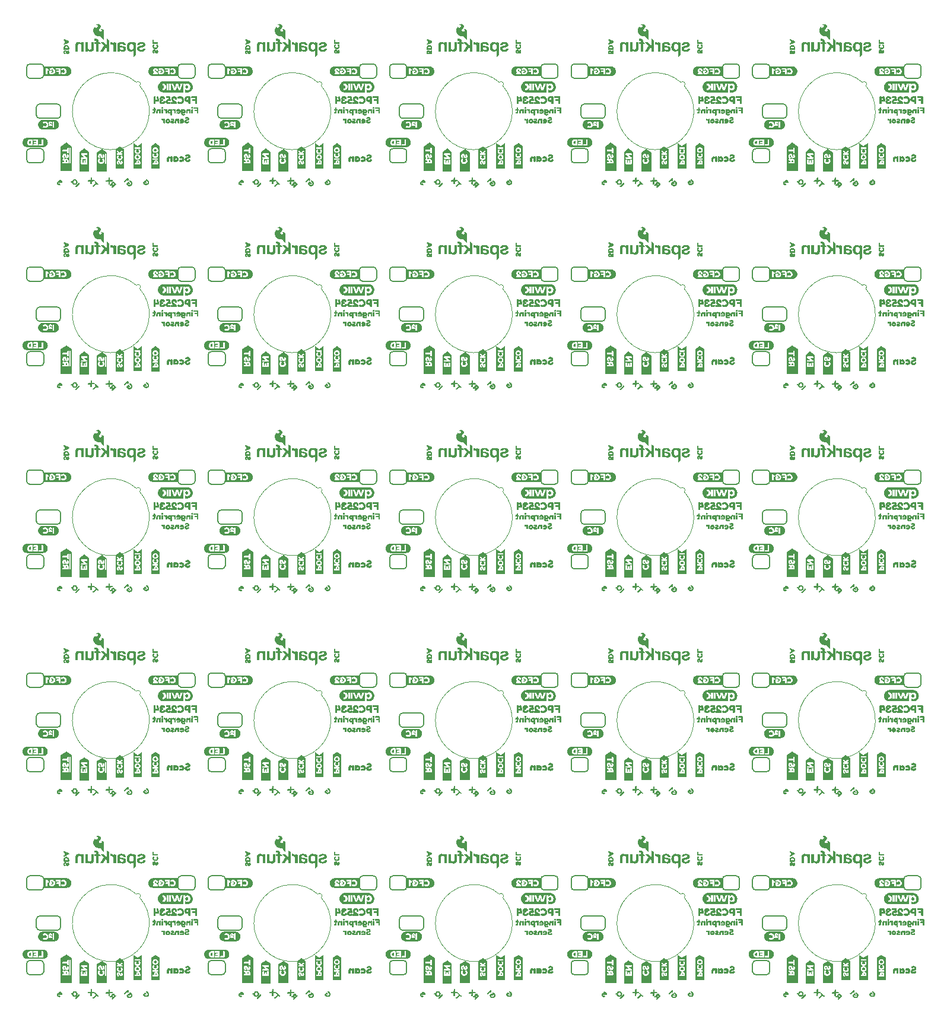
<source format=gbo>
%TF.GenerationSoftware,KiCad,Pcbnew,9.0.1*%
%TF.CreationDate,2025-09-09T14:55:51-06:00*%
%TF.ProjectId,SparkFun_Qwiic_Fingerprint_Sensor_FPC2534_panelized,53706172-6b46-4756-9e5f-51776969635f,v10*%
%TF.SameCoordinates,Original*%
%TF.FileFunction,Legend,Bot*%
%TF.FilePolarity,Positive*%
%FSLAX46Y46*%
G04 Gerber Fmt 4.6, Leading zero omitted, Abs format (unit mm)*
G04 Created by KiCad (PCBNEW 9.0.1) date 2025-09-09 14:55:51*
%MOMM*%
%LPD*%
G01*
G04 APERTURE LIST*
%ADD10C,0.000000*%
%ADD11C,0.152400*%
%ADD12C,0.100000*%
G04 APERTURE END LIST*
D10*
%TO.C,kibuzzard-68B211BC*%
G36*
X113610284Y119066016D02*
G01*
X113626064Y118983064D01*
X113612307Y118697389D01*
X113898791Y118710337D01*
X113981742Y118694557D01*
X114008044Y118610796D01*
X113986598Y118527036D01*
X113907693Y118502353D01*
X113602596Y118488595D01*
X113588029Y118184307D01*
X113563750Y118104188D01*
X113480394Y118084766D01*
X113396634Y118111067D01*
X113380854Y118194018D01*
X113393801Y118478884D01*
X113109745Y118465126D01*
X113026794Y118480907D01*
X113000492Y118564668D01*
X113019915Y118648023D01*
X113100034Y118672302D01*
X113404322Y118686869D01*
X113418080Y118991967D01*
X113442358Y119071275D01*
X113526523Y119092317D01*
X113610284Y119066016D01*
G37*
G36*
X114115678Y118541198D02*
G01*
X114139956Y118519347D01*
X114509796Y118149508D01*
X114531647Y118125230D01*
X114543786Y118100142D01*
X114540953Y118065747D01*
X114510605Y118025688D01*
X114469332Y117994127D01*
X114434938Y117990484D01*
X114410255Y118002219D01*
X114385977Y118024070D01*
X114273488Y118136559D01*
X113903647Y117766719D01*
X113875322Y117740822D01*
X113846188Y117726256D01*
X113806129Y117729897D01*
X113758787Y117765910D01*
X113722368Y117813657D01*
X113717513Y117854122D01*
X113731271Y117883255D01*
X113757167Y117911580D01*
X114127817Y118282230D01*
X114016137Y118393910D01*
X113994286Y118418188D01*
X113982147Y118443275D01*
X113985384Y118478075D01*
X114016137Y118518539D01*
X114056600Y118549291D01*
X114090995Y118552933D01*
X114115678Y118541198D01*
G37*
G36*
X113610284Y90118016D02*
G01*
X113626064Y90035064D01*
X113612307Y89749389D01*
X113898791Y89762337D01*
X113981742Y89746557D01*
X114008044Y89662796D01*
X113986598Y89579036D01*
X113907693Y89554353D01*
X113602596Y89540595D01*
X113588029Y89236307D01*
X113563750Y89156188D01*
X113480394Y89136766D01*
X113396634Y89163067D01*
X113380854Y89246018D01*
X113393801Y89530884D01*
X113109745Y89517126D01*
X113026794Y89532907D01*
X113000492Y89616668D01*
X113019915Y89700023D01*
X113100034Y89724302D01*
X113404322Y89738869D01*
X113418080Y90043967D01*
X113442358Y90123275D01*
X113526523Y90144317D01*
X113610284Y90118016D01*
G37*
G36*
X114115678Y89593198D02*
G01*
X114139956Y89571347D01*
X114509796Y89201508D01*
X114531647Y89177230D01*
X114543786Y89152142D01*
X114540953Y89117747D01*
X114510605Y89077688D01*
X114469332Y89046127D01*
X114434938Y89042484D01*
X114410255Y89054219D01*
X114385977Y89076070D01*
X114273488Y89188559D01*
X113903647Y88818719D01*
X113875322Y88792822D01*
X113846188Y88778256D01*
X113806129Y88781897D01*
X113758787Y88817910D01*
X113722368Y88865657D01*
X113717513Y88906122D01*
X113731271Y88935255D01*
X113757167Y88963580D01*
X114127817Y89334230D01*
X114016137Y89445910D01*
X113994286Y89470188D01*
X113982147Y89495275D01*
X113985384Y89530075D01*
X114016137Y89570539D01*
X114056600Y89601291D01*
X114090995Y89604933D01*
X114115678Y89593198D01*
G37*
G36*
X113610284Y61170016D02*
G01*
X113626064Y61087064D01*
X113612307Y60801389D01*
X113898791Y60814337D01*
X113981742Y60798557D01*
X114008044Y60714796D01*
X113986598Y60631036D01*
X113907693Y60606353D01*
X113602596Y60592595D01*
X113588029Y60288307D01*
X113563750Y60208188D01*
X113480394Y60188766D01*
X113396634Y60215067D01*
X113380854Y60298018D01*
X113393801Y60582884D01*
X113109745Y60569126D01*
X113026794Y60584907D01*
X113000492Y60668668D01*
X113019915Y60752023D01*
X113100034Y60776302D01*
X113404322Y60790869D01*
X113418080Y61095967D01*
X113442358Y61175275D01*
X113526523Y61196317D01*
X113610284Y61170016D01*
G37*
G36*
X114115678Y60645198D02*
G01*
X114139956Y60623347D01*
X114509796Y60253508D01*
X114531647Y60229230D01*
X114543786Y60204142D01*
X114540953Y60169747D01*
X114510605Y60129688D01*
X114469332Y60098127D01*
X114434938Y60094484D01*
X114410255Y60106219D01*
X114385977Y60128070D01*
X114273488Y60240559D01*
X113903647Y59870719D01*
X113875322Y59844822D01*
X113846188Y59830256D01*
X113806129Y59833897D01*
X113758787Y59869910D01*
X113722368Y59917657D01*
X113717513Y59958122D01*
X113731271Y59987255D01*
X113757167Y60015580D01*
X114127817Y60386230D01*
X114016137Y60497910D01*
X113994286Y60522188D01*
X113982147Y60547275D01*
X113985384Y60582075D01*
X114016137Y60622539D01*
X114056600Y60653291D01*
X114090995Y60656933D01*
X114115678Y60645198D01*
G37*
G36*
X113610284Y32222016D02*
G01*
X113626064Y32139064D01*
X113612307Y31853389D01*
X113898791Y31866337D01*
X113981742Y31850557D01*
X114008044Y31766796D01*
X113986598Y31683036D01*
X113907693Y31658353D01*
X113602596Y31644595D01*
X113588029Y31340307D01*
X113563750Y31260188D01*
X113480394Y31240766D01*
X113396634Y31267067D01*
X113380854Y31350018D01*
X113393801Y31634884D01*
X113109745Y31621126D01*
X113026794Y31636907D01*
X113000492Y31720668D01*
X113019915Y31804023D01*
X113100034Y31828302D01*
X113404322Y31842869D01*
X113418080Y32147967D01*
X113442358Y32227275D01*
X113526523Y32248317D01*
X113610284Y32222016D01*
G37*
G36*
X114115678Y31697198D02*
G01*
X114139956Y31675347D01*
X114509796Y31305508D01*
X114531647Y31281230D01*
X114543786Y31256142D01*
X114540953Y31221747D01*
X114510605Y31181688D01*
X114469332Y31150127D01*
X114434938Y31146484D01*
X114410255Y31158219D01*
X114385977Y31180070D01*
X114273488Y31292559D01*
X113903647Y30922719D01*
X113875322Y30896822D01*
X113846188Y30882256D01*
X113806129Y30885897D01*
X113758787Y30921910D01*
X113722368Y30969657D01*
X113717513Y31010122D01*
X113731271Y31039255D01*
X113757167Y31067580D01*
X114127817Y31438230D01*
X114016137Y31549910D01*
X113994286Y31574188D01*
X113982147Y31599275D01*
X113985384Y31634075D01*
X114016137Y31674539D01*
X114056600Y31705291D01*
X114090995Y31708933D01*
X114115678Y31697198D01*
G37*
G36*
X113610284Y3274016D02*
G01*
X113626064Y3191064D01*
X113612307Y2905389D01*
X113898791Y2918337D01*
X113981742Y2902557D01*
X114008044Y2818796D01*
X113986598Y2735036D01*
X113907693Y2710353D01*
X113602596Y2696595D01*
X113588029Y2392307D01*
X113563750Y2312188D01*
X113480394Y2292766D01*
X113396634Y2319067D01*
X113380854Y2402018D01*
X113393801Y2686884D01*
X113109745Y2673126D01*
X113026794Y2688907D01*
X113000492Y2772668D01*
X113019915Y2856023D01*
X113100034Y2880302D01*
X113404322Y2894869D01*
X113418080Y3199967D01*
X113442358Y3279275D01*
X113526523Y3300317D01*
X113610284Y3274016D01*
G37*
G36*
X114115678Y2749198D02*
G01*
X114139956Y2727347D01*
X114509796Y2357508D01*
X114531647Y2333230D01*
X114543786Y2308142D01*
X114540953Y2273747D01*
X114510605Y2233688D01*
X114469332Y2202127D01*
X114434938Y2198484D01*
X114410255Y2210219D01*
X114385977Y2232070D01*
X114273488Y2344559D01*
X113903647Y1974719D01*
X113875322Y1948822D01*
X113846188Y1934256D01*
X113806129Y1937897D01*
X113758787Y1973910D01*
X113722368Y2021657D01*
X113717513Y2062122D01*
X113731271Y2091255D01*
X113757167Y2119580D01*
X114127817Y2490230D01*
X114016137Y2601910D01*
X113994286Y2626188D01*
X113982147Y2651275D01*
X113985384Y2686075D01*
X114016137Y2726539D01*
X114056600Y2757291D01*
X114090995Y2760933D01*
X114115678Y2749198D01*
G37*
G36*
X87710284Y119066016D02*
G01*
X87726064Y118983064D01*
X87712307Y118697389D01*
X87998791Y118710337D01*
X88081742Y118694557D01*
X88108044Y118610796D01*
X88086598Y118527036D01*
X88007693Y118502353D01*
X87702596Y118488595D01*
X87688029Y118184307D01*
X87663750Y118104188D01*
X87580394Y118084766D01*
X87496634Y118111067D01*
X87480854Y118194018D01*
X87493801Y118478884D01*
X87209745Y118465126D01*
X87126794Y118480907D01*
X87100492Y118564668D01*
X87119915Y118648023D01*
X87200034Y118672302D01*
X87504322Y118686869D01*
X87518080Y118991967D01*
X87542358Y119071275D01*
X87626523Y119092317D01*
X87710284Y119066016D01*
G37*
G36*
X88215678Y118541198D02*
G01*
X88239956Y118519347D01*
X88609796Y118149508D01*
X88631647Y118125230D01*
X88643786Y118100142D01*
X88640953Y118065747D01*
X88610605Y118025688D01*
X88569332Y117994127D01*
X88534938Y117990484D01*
X88510255Y118002219D01*
X88485977Y118024070D01*
X88373488Y118136559D01*
X88003647Y117766719D01*
X87975322Y117740822D01*
X87946188Y117726256D01*
X87906129Y117729897D01*
X87858787Y117765910D01*
X87822368Y117813657D01*
X87817513Y117854122D01*
X87831271Y117883255D01*
X87857167Y117911580D01*
X88227817Y118282230D01*
X88116137Y118393910D01*
X88094286Y118418188D01*
X88082147Y118443275D01*
X88085384Y118478075D01*
X88116137Y118518539D01*
X88156600Y118549291D01*
X88190995Y118552933D01*
X88215678Y118541198D01*
G37*
G36*
X87710284Y90118016D02*
G01*
X87726064Y90035064D01*
X87712307Y89749389D01*
X87998791Y89762337D01*
X88081742Y89746557D01*
X88108044Y89662796D01*
X88086598Y89579036D01*
X88007693Y89554353D01*
X87702596Y89540595D01*
X87688029Y89236307D01*
X87663750Y89156188D01*
X87580394Y89136766D01*
X87496634Y89163067D01*
X87480854Y89246018D01*
X87493801Y89530884D01*
X87209745Y89517126D01*
X87126794Y89532907D01*
X87100492Y89616668D01*
X87119915Y89700023D01*
X87200034Y89724302D01*
X87504322Y89738869D01*
X87518080Y90043967D01*
X87542358Y90123275D01*
X87626523Y90144317D01*
X87710284Y90118016D01*
G37*
G36*
X88215678Y89593198D02*
G01*
X88239956Y89571347D01*
X88609796Y89201508D01*
X88631647Y89177230D01*
X88643786Y89152142D01*
X88640953Y89117747D01*
X88610605Y89077688D01*
X88569332Y89046127D01*
X88534938Y89042484D01*
X88510255Y89054219D01*
X88485977Y89076070D01*
X88373488Y89188559D01*
X88003647Y88818719D01*
X87975322Y88792822D01*
X87946188Y88778256D01*
X87906129Y88781897D01*
X87858787Y88817910D01*
X87822368Y88865657D01*
X87817513Y88906122D01*
X87831271Y88935255D01*
X87857167Y88963580D01*
X88227817Y89334230D01*
X88116137Y89445910D01*
X88094286Y89470188D01*
X88082147Y89495275D01*
X88085384Y89530075D01*
X88116137Y89570539D01*
X88156600Y89601291D01*
X88190995Y89604933D01*
X88215678Y89593198D01*
G37*
G36*
X87710284Y61170016D02*
G01*
X87726064Y61087064D01*
X87712307Y60801389D01*
X87998791Y60814337D01*
X88081742Y60798557D01*
X88108044Y60714796D01*
X88086598Y60631036D01*
X88007693Y60606353D01*
X87702596Y60592595D01*
X87688029Y60288307D01*
X87663750Y60208188D01*
X87580394Y60188766D01*
X87496634Y60215067D01*
X87480854Y60298018D01*
X87493801Y60582884D01*
X87209745Y60569126D01*
X87126794Y60584907D01*
X87100492Y60668668D01*
X87119915Y60752023D01*
X87200034Y60776302D01*
X87504322Y60790869D01*
X87518080Y61095967D01*
X87542358Y61175275D01*
X87626523Y61196317D01*
X87710284Y61170016D01*
G37*
G36*
X88215678Y60645198D02*
G01*
X88239956Y60623347D01*
X88609796Y60253508D01*
X88631647Y60229230D01*
X88643786Y60204142D01*
X88640953Y60169747D01*
X88610605Y60129688D01*
X88569332Y60098127D01*
X88534938Y60094484D01*
X88510255Y60106219D01*
X88485977Y60128070D01*
X88373488Y60240559D01*
X88003647Y59870719D01*
X87975322Y59844822D01*
X87946188Y59830256D01*
X87906129Y59833897D01*
X87858787Y59869910D01*
X87822368Y59917657D01*
X87817513Y59958122D01*
X87831271Y59987255D01*
X87857167Y60015580D01*
X88227817Y60386230D01*
X88116137Y60497910D01*
X88094286Y60522188D01*
X88082147Y60547275D01*
X88085384Y60582075D01*
X88116137Y60622539D01*
X88156600Y60653291D01*
X88190995Y60656933D01*
X88215678Y60645198D01*
G37*
G36*
X87710284Y32222016D02*
G01*
X87726064Y32139064D01*
X87712307Y31853389D01*
X87998791Y31866337D01*
X88081742Y31850557D01*
X88108044Y31766796D01*
X88086598Y31683036D01*
X88007693Y31658353D01*
X87702596Y31644595D01*
X87688029Y31340307D01*
X87663750Y31260188D01*
X87580394Y31240766D01*
X87496634Y31267067D01*
X87480854Y31350018D01*
X87493801Y31634884D01*
X87209745Y31621126D01*
X87126794Y31636907D01*
X87100492Y31720668D01*
X87119915Y31804023D01*
X87200034Y31828302D01*
X87504322Y31842869D01*
X87518080Y32147967D01*
X87542358Y32227275D01*
X87626523Y32248317D01*
X87710284Y32222016D01*
G37*
G36*
X88215678Y31697198D02*
G01*
X88239956Y31675347D01*
X88609796Y31305508D01*
X88631647Y31281230D01*
X88643786Y31256142D01*
X88640953Y31221747D01*
X88610605Y31181688D01*
X88569332Y31150127D01*
X88534938Y31146484D01*
X88510255Y31158219D01*
X88485977Y31180070D01*
X88373488Y31292559D01*
X88003647Y30922719D01*
X87975322Y30896822D01*
X87946188Y30882256D01*
X87906129Y30885897D01*
X87858787Y30921910D01*
X87822368Y30969657D01*
X87817513Y31010122D01*
X87831271Y31039255D01*
X87857167Y31067580D01*
X88227817Y31438230D01*
X88116137Y31549910D01*
X88094286Y31574188D01*
X88082147Y31599275D01*
X88085384Y31634075D01*
X88116137Y31674539D01*
X88156600Y31705291D01*
X88190995Y31708933D01*
X88215678Y31697198D01*
G37*
G36*
X87710284Y3274016D02*
G01*
X87726064Y3191064D01*
X87712307Y2905389D01*
X87998791Y2918337D01*
X88081742Y2902557D01*
X88108044Y2818796D01*
X88086598Y2735036D01*
X88007693Y2710353D01*
X87702596Y2696595D01*
X87688029Y2392307D01*
X87663750Y2312188D01*
X87580394Y2292766D01*
X87496634Y2319067D01*
X87480854Y2402018D01*
X87493801Y2686884D01*
X87209745Y2673126D01*
X87126794Y2688907D01*
X87100492Y2772668D01*
X87119915Y2856023D01*
X87200034Y2880302D01*
X87504322Y2894869D01*
X87518080Y3199967D01*
X87542358Y3279275D01*
X87626523Y3300317D01*
X87710284Y3274016D01*
G37*
G36*
X88215678Y2749198D02*
G01*
X88239956Y2727347D01*
X88609796Y2357508D01*
X88631647Y2333230D01*
X88643786Y2308142D01*
X88640953Y2273747D01*
X88610605Y2233688D01*
X88569332Y2202127D01*
X88534938Y2198484D01*
X88510255Y2210219D01*
X88485977Y2232070D01*
X88373488Y2344559D01*
X88003647Y1974719D01*
X87975322Y1948822D01*
X87946188Y1934256D01*
X87906129Y1937897D01*
X87858787Y1973910D01*
X87822368Y2021657D01*
X87817513Y2062122D01*
X87831271Y2091255D01*
X87857167Y2119580D01*
X88227817Y2490230D01*
X88116137Y2601910D01*
X88094286Y2626188D01*
X88082147Y2651275D01*
X88085384Y2686075D01*
X88116137Y2726539D01*
X88156600Y2757291D01*
X88190995Y2760933D01*
X88215678Y2749198D01*
G37*
G36*
X61810284Y119066016D02*
G01*
X61826064Y118983064D01*
X61812307Y118697389D01*
X62098791Y118710337D01*
X62181742Y118694557D01*
X62208044Y118610796D01*
X62186598Y118527036D01*
X62107693Y118502353D01*
X61802596Y118488595D01*
X61788029Y118184307D01*
X61763750Y118104188D01*
X61680394Y118084766D01*
X61596634Y118111067D01*
X61580854Y118194018D01*
X61593801Y118478884D01*
X61309745Y118465126D01*
X61226794Y118480907D01*
X61200492Y118564668D01*
X61219915Y118648023D01*
X61300034Y118672302D01*
X61604322Y118686869D01*
X61618080Y118991967D01*
X61642358Y119071275D01*
X61726523Y119092317D01*
X61810284Y119066016D01*
G37*
G36*
X62315678Y118541198D02*
G01*
X62339956Y118519347D01*
X62709796Y118149508D01*
X62731647Y118125230D01*
X62743786Y118100142D01*
X62740953Y118065747D01*
X62710605Y118025688D01*
X62669332Y117994127D01*
X62634938Y117990484D01*
X62610255Y118002219D01*
X62585977Y118024070D01*
X62473488Y118136559D01*
X62103647Y117766719D01*
X62075322Y117740822D01*
X62046188Y117726256D01*
X62006129Y117729897D01*
X61958787Y117765910D01*
X61922368Y117813657D01*
X61917513Y117854122D01*
X61931271Y117883255D01*
X61957167Y117911580D01*
X62327817Y118282230D01*
X62216137Y118393910D01*
X62194286Y118418188D01*
X62182147Y118443275D01*
X62185384Y118478075D01*
X62216137Y118518539D01*
X62256600Y118549291D01*
X62290995Y118552933D01*
X62315678Y118541198D01*
G37*
G36*
X61810284Y90118016D02*
G01*
X61826064Y90035064D01*
X61812307Y89749389D01*
X62098791Y89762337D01*
X62181742Y89746557D01*
X62208044Y89662796D01*
X62186598Y89579036D01*
X62107693Y89554353D01*
X61802596Y89540595D01*
X61788029Y89236307D01*
X61763750Y89156188D01*
X61680394Y89136766D01*
X61596634Y89163067D01*
X61580854Y89246018D01*
X61593801Y89530884D01*
X61309745Y89517126D01*
X61226794Y89532907D01*
X61200492Y89616668D01*
X61219915Y89700023D01*
X61300034Y89724302D01*
X61604322Y89738869D01*
X61618080Y90043967D01*
X61642358Y90123275D01*
X61726523Y90144317D01*
X61810284Y90118016D01*
G37*
G36*
X62315678Y89593198D02*
G01*
X62339956Y89571347D01*
X62709796Y89201508D01*
X62731647Y89177230D01*
X62743786Y89152142D01*
X62740953Y89117747D01*
X62710605Y89077688D01*
X62669332Y89046127D01*
X62634938Y89042484D01*
X62610255Y89054219D01*
X62585977Y89076070D01*
X62473488Y89188559D01*
X62103647Y88818719D01*
X62075322Y88792822D01*
X62046188Y88778256D01*
X62006129Y88781897D01*
X61958787Y88817910D01*
X61922368Y88865657D01*
X61917513Y88906122D01*
X61931271Y88935255D01*
X61957167Y88963580D01*
X62327817Y89334230D01*
X62216137Y89445910D01*
X62194286Y89470188D01*
X62182147Y89495275D01*
X62185384Y89530075D01*
X62216137Y89570539D01*
X62256600Y89601291D01*
X62290995Y89604933D01*
X62315678Y89593198D01*
G37*
G36*
X61810284Y61170016D02*
G01*
X61826064Y61087064D01*
X61812307Y60801389D01*
X62098791Y60814337D01*
X62181742Y60798557D01*
X62208044Y60714796D01*
X62186598Y60631036D01*
X62107693Y60606353D01*
X61802596Y60592595D01*
X61788029Y60288307D01*
X61763750Y60208188D01*
X61680394Y60188766D01*
X61596634Y60215067D01*
X61580854Y60298018D01*
X61593801Y60582884D01*
X61309745Y60569126D01*
X61226794Y60584907D01*
X61200492Y60668668D01*
X61219915Y60752023D01*
X61300034Y60776302D01*
X61604322Y60790869D01*
X61618080Y61095967D01*
X61642358Y61175275D01*
X61726523Y61196317D01*
X61810284Y61170016D01*
G37*
G36*
X62315678Y60645198D02*
G01*
X62339956Y60623347D01*
X62709796Y60253508D01*
X62731647Y60229230D01*
X62743786Y60204142D01*
X62740953Y60169747D01*
X62710605Y60129688D01*
X62669332Y60098127D01*
X62634938Y60094484D01*
X62610255Y60106219D01*
X62585977Y60128070D01*
X62473488Y60240559D01*
X62103647Y59870719D01*
X62075322Y59844822D01*
X62046188Y59830256D01*
X62006129Y59833897D01*
X61958787Y59869910D01*
X61922368Y59917657D01*
X61917513Y59958122D01*
X61931271Y59987255D01*
X61957167Y60015580D01*
X62327817Y60386230D01*
X62216137Y60497910D01*
X62194286Y60522188D01*
X62182147Y60547275D01*
X62185384Y60582075D01*
X62216137Y60622539D01*
X62256600Y60653291D01*
X62290995Y60656933D01*
X62315678Y60645198D01*
G37*
G36*
X61810284Y32222016D02*
G01*
X61826064Y32139064D01*
X61812307Y31853389D01*
X62098791Y31866337D01*
X62181742Y31850557D01*
X62208044Y31766796D01*
X62186598Y31683036D01*
X62107693Y31658353D01*
X61802596Y31644595D01*
X61788029Y31340307D01*
X61763750Y31260188D01*
X61680394Y31240766D01*
X61596634Y31267067D01*
X61580854Y31350018D01*
X61593801Y31634884D01*
X61309745Y31621126D01*
X61226794Y31636907D01*
X61200492Y31720668D01*
X61219915Y31804023D01*
X61300034Y31828302D01*
X61604322Y31842869D01*
X61618080Y32147967D01*
X61642358Y32227275D01*
X61726523Y32248317D01*
X61810284Y32222016D01*
G37*
G36*
X62315678Y31697198D02*
G01*
X62339956Y31675347D01*
X62709796Y31305508D01*
X62731647Y31281230D01*
X62743786Y31256142D01*
X62740953Y31221747D01*
X62710605Y31181688D01*
X62669332Y31150127D01*
X62634938Y31146484D01*
X62610255Y31158219D01*
X62585977Y31180070D01*
X62473488Y31292559D01*
X62103647Y30922719D01*
X62075322Y30896822D01*
X62046188Y30882256D01*
X62006129Y30885897D01*
X61958787Y30921910D01*
X61922368Y30969657D01*
X61917513Y31010122D01*
X61931271Y31039255D01*
X61957167Y31067580D01*
X62327817Y31438230D01*
X62216137Y31549910D01*
X62194286Y31574188D01*
X62182147Y31599275D01*
X62185384Y31634075D01*
X62216137Y31674539D01*
X62256600Y31705291D01*
X62290995Y31708933D01*
X62315678Y31697198D01*
G37*
G36*
X61810284Y3274016D02*
G01*
X61826064Y3191064D01*
X61812307Y2905389D01*
X62098791Y2918337D01*
X62181742Y2902557D01*
X62208044Y2818796D01*
X62186598Y2735036D01*
X62107693Y2710353D01*
X61802596Y2696595D01*
X61788029Y2392307D01*
X61763750Y2312188D01*
X61680394Y2292766D01*
X61596634Y2319067D01*
X61580854Y2402018D01*
X61593801Y2686884D01*
X61309745Y2673126D01*
X61226794Y2688907D01*
X61200492Y2772668D01*
X61219915Y2856023D01*
X61300034Y2880302D01*
X61604322Y2894869D01*
X61618080Y3199967D01*
X61642358Y3279275D01*
X61726523Y3300317D01*
X61810284Y3274016D01*
G37*
G36*
X62315678Y2749198D02*
G01*
X62339956Y2727347D01*
X62709796Y2357508D01*
X62731647Y2333230D01*
X62743786Y2308142D01*
X62740953Y2273747D01*
X62710605Y2233688D01*
X62669332Y2202127D01*
X62634938Y2198484D01*
X62610255Y2210219D01*
X62585977Y2232070D01*
X62473488Y2344559D01*
X62103647Y1974719D01*
X62075322Y1948822D01*
X62046188Y1934256D01*
X62006129Y1937897D01*
X61958787Y1973910D01*
X61922368Y2021657D01*
X61917513Y2062122D01*
X61931271Y2091255D01*
X61957167Y2119580D01*
X62327817Y2490230D01*
X62216137Y2601910D01*
X62194286Y2626188D01*
X62182147Y2651275D01*
X62185384Y2686075D01*
X62216137Y2726539D01*
X62256600Y2757291D01*
X62290995Y2760933D01*
X62315678Y2749198D01*
G37*
G36*
X35910284Y119066016D02*
G01*
X35926064Y118983064D01*
X35912307Y118697389D01*
X36198791Y118710337D01*
X36281742Y118694557D01*
X36308044Y118610796D01*
X36286598Y118527036D01*
X36207693Y118502353D01*
X35902596Y118488595D01*
X35888029Y118184307D01*
X35863750Y118104188D01*
X35780394Y118084766D01*
X35696634Y118111067D01*
X35680854Y118194018D01*
X35693801Y118478884D01*
X35409745Y118465126D01*
X35326794Y118480907D01*
X35300492Y118564668D01*
X35319915Y118648023D01*
X35400034Y118672302D01*
X35704322Y118686869D01*
X35718080Y118991967D01*
X35742358Y119071275D01*
X35826523Y119092317D01*
X35910284Y119066016D01*
G37*
G36*
X36415678Y118541198D02*
G01*
X36439956Y118519347D01*
X36809796Y118149508D01*
X36831647Y118125230D01*
X36843786Y118100142D01*
X36840953Y118065747D01*
X36810605Y118025688D01*
X36769332Y117994127D01*
X36734938Y117990484D01*
X36710255Y118002219D01*
X36685977Y118024070D01*
X36573488Y118136559D01*
X36203647Y117766719D01*
X36175322Y117740822D01*
X36146188Y117726256D01*
X36106129Y117729897D01*
X36058787Y117765910D01*
X36022368Y117813657D01*
X36017513Y117854122D01*
X36031271Y117883255D01*
X36057167Y117911580D01*
X36427817Y118282230D01*
X36316137Y118393910D01*
X36294286Y118418188D01*
X36282147Y118443275D01*
X36285384Y118478075D01*
X36316137Y118518539D01*
X36356600Y118549291D01*
X36390995Y118552933D01*
X36415678Y118541198D01*
G37*
G36*
X35910284Y90118016D02*
G01*
X35926064Y90035064D01*
X35912307Y89749389D01*
X36198791Y89762337D01*
X36281742Y89746557D01*
X36308044Y89662796D01*
X36286598Y89579036D01*
X36207693Y89554353D01*
X35902596Y89540595D01*
X35888029Y89236307D01*
X35863750Y89156188D01*
X35780394Y89136766D01*
X35696634Y89163067D01*
X35680854Y89246018D01*
X35693801Y89530884D01*
X35409745Y89517126D01*
X35326794Y89532907D01*
X35300492Y89616668D01*
X35319915Y89700023D01*
X35400034Y89724302D01*
X35704322Y89738869D01*
X35718080Y90043967D01*
X35742358Y90123275D01*
X35826523Y90144317D01*
X35910284Y90118016D01*
G37*
G36*
X36415678Y89593198D02*
G01*
X36439956Y89571347D01*
X36809796Y89201508D01*
X36831647Y89177230D01*
X36843786Y89152142D01*
X36840953Y89117747D01*
X36810605Y89077688D01*
X36769332Y89046127D01*
X36734938Y89042484D01*
X36710255Y89054219D01*
X36685977Y89076070D01*
X36573488Y89188559D01*
X36203647Y88818719D01*
X36175322Y88792822D01*
X36146188Y88778256D01*
X36106129Y88781897D01*
X36058787Y88817910D01*
X36022368Y88865657D01*
X36017513Y88906122D01*
X36031271Y88935255D01*
X36057167Y88963580D01*
X36427817Y89334230D01*
X36316137Y89445910D01*
X36294286Y89470188D01*
X36282147Y89495275D01*
X36285384Y89530075D01*
X36316137Y89570539D01*
X36356600Y89601291D01*
X36390995Y89604933D01*
X36415678Y89593198D01*
G37*
G36*
X35910284Y61170016D02*
G01*
X35926064Y61087064D01*
X35912307Y60801389D01*
X36198791Y60814337D01*
X36281742Y60798557D01*
X36308044Y60714796D01*
X36286598Y60631036D01*
X36207693Y60606353D01*
X35902596Y60592595D01*
X35888029Y60288307D01*
X35863750Y60208188D01*
X35780394Y60188766D01*
X35696634Y60215067D01*
X35680854Y60298018D01*
X35693801Y60582884D01*
X35409745Y60569126D01*
X35326794Y60584907D01*
X35300492Y60668668D01*
X35319915Y60752023D01*
X35400034Y60776302D01*
X35704322Y60790869D01*
X35718080Y61095967D01*
X35742358Y61175275D01*
X35826523Y61196317D01*
X35910284Y61170016D01*
G37*
G36*
X36415678Y60645198D02*
G01*
X36439956Y60623347D01*
X36809796Y60253508D01*
X36831647Y60229230D01*
X36843786Y60204142D01*
X36840953Y60169747D01*
X36810605Y60129688D01*
X36769332Y60098127D01*
X36734938Y60094484D01*
X36710255Y60106219D01*
X36685977Y60128070D01*
X36573488Y60240559D01*
X36203647Y59870719D01*
X36175322Y59844822D01*
X36146188Y59830256D01*
X36106129Y59833897D01*
X36058787Y59869910D01*
X36022368Y59917657D01*
X36017513Y59958122D01*
X36031271Y59987255D01*
X36057167Y60015580D01*
X36427817Y60386230D01*
X36316137Y60497910D01*
X36294286Y60522188D01*
X36282147Y60547275D01*
X36285384Y60582075D01*
X36316137Y60622539D01*
X36356600Y60653291D01*
X36390995Y60656933D01*
X36415678Y60645198D01*
G37*
G36*
X35910284Y32222016D02*
G01*
X35926064Y32139064D01*
X35912307Y31853389D01*
X36198791Y31866337D01*
X36281742Y31850557D01*
X36308044Y31766796D01*
X36286598Y31683036D01*
X36207693Y31658353D01*
X35902596Y31644595D01*
X35888029Y31340307D01*
X35863750Y31260188D01*
X35780394Y31240766D01*
X35696634Y31267067D01*
X35680854Y31350018D01*
X35693801Y31634884D01*
X35409745Y31621126D01*
X35326794Y31636907D01*
X35300492Y31720668D01*
X35319915Y31804023D01*
X35400034Y31828302D01*
X35704322Y31842869D01*
X35718080Y32147967D01*
X35742358Y32227275D01*
X35826523Y32248317D01*
X35910284Y32222016D01*
G37*
G36*
X36415678Y31697198D02*
G01*
X36439956Y31675347D01*
X36809796Y31305508D01*
X36831647Y31281230D01*
X36843786Y31256142D01*
X36840953Y31221747D01*
X36810605Y31181688D01*
X36769332Y31150127D01*
X36734938Y31146484D01*
X36710255Y31158219D01*
X36685977Y31180070D01*
X36573488Y31292559D01*
X36203647Y30922719D01*
X36175322Y30896822D01*
X36146188Y30882256D01*
X36106129Y30885897D01*
X36058787Y30921910D01*
X36022368Y30969657D01*
X36017513Y31010122D01*
X36031271Y31039255D01*
X36057167Y31067580D01*
X36427817Y31438230D01*
X36316137Y31549910D01*
X36294286Y31574188D01*
X36282147Y31599275D01*
X36285384Y31634075D01*
X36316137Y31674539D01*
X36356600Y31705291D01*
X36390995Y31708933D01*
X36415678Y31697198D01*
G37*
G36*
X35910284Y3274016D02*
G01*
X35926064Y3191064D01*
X35912307Y2905389D01*
X36198791Y2918337D01*
X36281742Y2902557D01*
X36308044Y2818796D01*
X36286598Y2735036D01*
X36207693Y2710353D01*
X35902596Y2696595D01*
X35888029Y2392307D01*
X35863750Y2312188D01*
X35780394Y2292766D01*
X35696634Y2319067D01*
X35680854Y2402018D01*
X35693801Y2686884D01*
X35409745Y2673126D01*
X35326794Y2688907D01*
X35300492Y2772668D01*
X35319915Y2856023D01*
X35400034Y2880302D01*
X35704322Y2894869D01*
X35718080Y3199967D01*
X35742358Y3279275D01*
X35826523Y3300317D01*
X35910284Y3274016D01*
G37*
G36*
X36415678Y2749198D02*
G01*
X36439956Y2727347D01*
X36809796Y2357508D01*
X36831647Y2333230D01*
X36843786Y2308142D01*
X36840953Y2273747D01*
X36810605Y2233688D01*
X36769332Y2202127D01*
X36734938Y2198484D01*
X36710255Y2210219D01*
X36685977Y2232070D01*
X36573488Y2344559D01*
X36203647Y1974719D01*
X36175322Y1948822D01*
X36146188Y1934256D01*
X36106129Y1937897D01*
X36058787Y1973910D01*
X36022368Y2021657D01*
X36017513Y2062122D01*
X36031271Y2091255D01*
X36057167Y2119580D01*
X36427817Y2490230D01*
X36316137Y2601910D01*
X36294286Y2626188D01*
X36282147Y2651275D01*
X36285384Y2686075D01*
X36316137Y2726539D01*
X36356600Y2757291D01*
X36390995Y2760933D01*
X36415678Y2749198D01*
G37*
G36*
X10010284Y119066016D02*
G01*
X10026064Y118983064D01*
X10012307Y118697389D01*
X10298791Y118710337D01*
X10381742Y118694557D01*
X10408044Y118610796D01*
X10386598Y118527036D01*
X10307693Y118502353D01*
X10002596Y118488595D01*
X9988029Y118184307D01*
X9963750Y118104188D01*
X9880394Y118084766D01*
X9796634Y118111067D01*
X9780854Y118194018D01*
X9793801Y118478884D01*
X9509745Y118465126D01*
X9426794Y118480907D01*
X9400492Y118564668D01*
X9419915Y118648023D01*
X9500034Y118672302D01*
X9804322Y118686869D01*
X9818080Y118991967D01*
X9842358Y119071275D01*
X9926523Y119092317D01*
X10010284Y119066016D01*
G37*
G36*
X10515678Y118541198D02*
G01*
X10539956Y118519347D01*
X10909796Y118149508D01*
X10931647Y118125230D01*
X10943786Y118100142D01*
X10940953Y118065747D01*
X10910605Y118025688D01*
X10869332Y117994127D01*
X10834938Y117990484D01*
X10810255Y118002219D01*
X10785977Y118024070D01*
X10673488Y118136559D01*
X10303647Y117766719D01*
X10275322Y117740822D01*
X10246188Y117726256D01*
X10206129Y117729897D01*
X10158787Y117765910D01*
X10122368Y117813657D01*
X10117513Y117854122D01*
X10131271Y117883255D01*
X10157167Y117911580D01*
X10527817Y118282230D01*
X10416137Y118393910D01*
X10394286Y118418188D01*
X10382147Y118443275D01*
X10385384Y118478075D01*
X10416137Y118518539D01*
X10456600Y118549291D01*
X10490995Y118552933D01*
X10515678Y118541198D01*
G37*
G36*
X10010284Y90118016D02*
G01*
X10026064Y90035064D01*
X10012307Y89749389D01*
X10298791Y89762337D01*
X10381742Y89746557D01*
X10408044Y89662796D01*
X10386598Y89579036D01*
X10307693Y89554353D01*
X10002596Y89540595D01*
X9988029Y89236307D01*
X9963750Y89156188D01*
X9880394Y89136766D01*
X9796634Y89163067D01*
X9780854Y89246018D01*
X9793801Y89530884D01*
X9509745Y89517126D01*
X9426794Y89532907D01*
X9400492Y89616668D01*
X9419915Y89700023D01*
X9500034Y89724302D01*
X9804322Y89738869D01*
X9818080Y90043967D01*
X9842358Y90123275D01*
X9926523Y90144317D01*
X10010284Y90118016D01*
G37*
G36*
X10515678Y89593198D02*
G01*
X10539956Y89571347D01*
X10909796Y89201508D01*
X10931647Y89177230D01*
X10943786Y89152142D01*
X10940953Y89117747D01*
X10910605Y89077688D01*
X10869332Y89046127D01*
X10834938Y89042484D01*
X10810255Y89054219D01*
X10785977Y89076070D01*
X10673488Y89188559D01*
X10303647Y88818719D01*
X10275322Y88792822D01*
X10246188Y88778256D01*
X10206129Y88781897D01*
X10158787Y88817910D01*
X10122368Y88865657D01*
X10117513Y88906122D01*
X10131271Y88935255D01*
X10157167Y88963580D01*
X10527817Y89334230D01*
X10416137Y89445910D01*
X10394286Y89470188D01*
X10382147Y89495275D01*
X10385384Y89530075D01*
X10416137Y89570539D01*
X10456600Y89601291D01*
X10490995Y89604933D01*
X10515678Y89593198D01*
G37*
G36*
X10010284Y61170016D02*
G01*
X10026064Y61087064D01*
X10012307Y60801389D01*
X10298791Y60814337D01*
X10381742Y60798557D01*
X10408044Y60714796D01*
X10386598Y60631036D01*
X10307693Y60606353D01*
X10002596Y60592595D01*
X9988029Y60288307D01*
X9963750Y60208188D01*
X9880394Y60188766D01*
X9796634Y60215067D01*
X9780854Y60298018D01*
X9793801Y60582884D01*
X9509745Y60569126D01*
X9426794Y60584907D01*
X9400492Y60668668D01*
X9419915Y60752023D01*
X9500034Y60776302D01*
X9804322Y60790869D01*
X9818080Y61095967D01*
X9842358Y61175275D01*
X9926523Y61196317D01*
X10010284Y61170016D01*
G37*
G36*
X10515678Y60645198D02*
G01*
X10539956Y60623347D01*
X10909796Y60253508D01*
X10931647Y60229230D01*
X10943786Y60204142D01*
X10940953Y60169747D01*
X10910605Y60129688D01*
X10869332Y60098127D01*
X10834938Y60094484D01*
X10810255Y60106219D01*
X10785977Y60128070D01*
X10673488Y60240559D01*
X10303647Y59870719D01*
X10275322Y59844822D01*
X10246188Y59830256D01*
X10206129Y59833897D01*
X10158787Y59869910D01*
X10122368Y59917657D01*
X10117513Y59958122D01*
X10131271Y59987255D01*
X10157167Y60015580D01*
X10527817Y60386230D01*
X10416137Y60497910D01*
X10394286Y60522188D01*
X10382147Y60547275D01*
X10385384Y60582075D01*
X10416137Y60622539D01*
X10456600Y60653291D01*
X10490995Y60656933D01*
X10515678Y60645198D01*
G37*
G36*
X10010284Y32222016D02*
G01*
X10026064Y32139064D01*
X10012307Y31853389D01*
X10298791Y31866337D01*
X10381742Y31850557D01*
X10408044Y31766796D01*
X10386598Y31683036D01*
X10307693Y31658353D01*
X10002596Y31644595D01*
X9988029Y31340307D01*
X9963750Y31260188D01*
X9880394Y31240766D01*
X9796634Y31267067D01*
X9780854Y31350018D01*
X9793801Y31634884D01*
X9509745Y31621126D01*
X9426794Y31636907D01*
X9400492Y31720668D01*
X9419915Y31804023D01*
X9500034Y31828302D01*
X9804322Y31842869D01*
X9818080Y32147967D01*
X9842358Y32227275D01*
X9926523Y32248317D01*
X10010284Y32222016D01*
G37*
G36*
X10515678Y31697198D02*
G01*
X10539956Y31675347D01*
X10909796Y31305508D01*
X10931647Y31281230D01*
X10943786Y31256142D01*
X10940953Y31221747D01*
X10910605Y31181688D01*
X10869332Y31150127D01*
X10834938Y31146484D01*
X10810255Y31158219D01*
X10785977Y31180070D01*
X10673488Y31292559D01*
X10303647Y30922719D01*
X10275322Y30896822D01*
X10246188Y30882256D01*
X10206129Y30885897D01*
X10158787Y30921910D01*
X10122368Y30969657D01*
X10117513Y31010122D01*
X10131271Y31039255D01*
X10157167Y31067580D01*
X10527817Y31438230D01*
X10416137Y31549910D01*
X10394286Y31574188D01*
X10382147Y31599275D01*
X10385384Y31634075D01*
X10416137Y31674539D01*
X10456600Y31705291D01*
X10490995Y31708933D01*
X10515678Y31697198D01*
G37*
%TO.C,kibuzzard-68B21262*%
G36*
X125876540Y133527601D02*
G01*
X125554651Y133527601D01*
X125088557Y133527601D01*
X124594136Y133527601D01*
X123472677Y133527601D01*
X122910016Y133527601D01*
X122325467Y133527601D01*
X122325359Y133527601D01*
X122258767Y133530872D01*
X122192815Y133540655D01*
X122128140Y133556856D01*
X122065365Y133579317D01*
X122005093Y133607823D01*
X121947906Y133642100D01*
X121894353Y133681817D01*
X121844952Y133726592D01*
X121800177Y133775994D01*
X121760460Y133829546D01*
X121736416Y133869661D01*
X122325467Y133869661D01*
X122334480Y133803352D01*
X122364093Y133767944D01*
X122400789Y133755069D01*
X122445209Y133752494D01*
X122910016Y133752494D01*
X122992420Y133787901D01*
X123027183Y133872236D01*
X123015595Y133937579D01*
X122980832Y133997129D01*
X122936089Y134042998D01*
X122873965Y134090476D01*
X122806046Y134134736D01*
X122743922Y134170948D01*
X122706025Y134195412D01*
X123103149Y134195412D01*
X123103149Y133931464D01*
X123134050Y133857429D01*
X123170424Y133822182D01*
X123217741Y133792408D01*
X123288986Y133764511D01*
X123373965Y133747773D01*
X123472677Y133742193D01*
X123562162Y133750965D01*
X123645209Y133777279D01*
X123721819Y133821136D01*
X123791990Y133882536D01*
X123850574Y133956168D01*
X123892420Y134036721D01*
X123917527Y134124194D01*
X123925896Y134218588D01*
X123917406Y134308596D01*
X123891937Y134391925D01*
X123849488Y134468575D01*
X123790606Y134537901D01*
X124003149Y134537901D01*
X124012162Y134470305D01*
X124041776Y134434897D01*
X124077183Y134422665D01*
X124121604Y134420734D01*
X124475681Y134420734D01*
X124475681Y134306142D01*
X124238771Y134306142D01*
X124196926Y134304210D01*
X124166025Y134293266D01*
X124141561Y134262365D01*
X124134480Y134203137D01*
X124141561Y134147129D01*
X124166668Y134117515D01*
X124198213Y134107215D01*
X124240059Y134105283D01*
X124475681Y134105283D01*
X124475681Y133872236D01*
X124477613Y133827815D01*
X124489844Y133793052D01*
X124525896Y133764082D01*
X124594136Y133755069D01*
X124661089Y133764082D01*
X124697141Y133793695D01*
X124709372Y133829103D01*
X124711304Y133873524D01*
X124711304Y134503137D01*
X124776969Y134503137D01*
X124805295Y134431034D01*
X124853578Y134378888D01*
X124897999Y134361506D01*
X124967527Y134391120D01*
X124975896Y134396914D01*
X124986840Y134403996D01*
X124999072Y134411077D01*
X125016454Y134417515D01*
X125037055Y134422665D01*
X125062806Y134427172D01*
X125093707Y134428459D01*
X125167098Y134415584D01*
X125239844Y134377601D01*
X125297141Y134307429D01*
X125313557Y134259146D01*
X125319029Y134204425D01*
X125309211Y134134092D01*
X125279759Y134075026D01*
X125238074Y134029800D01*
X125191561Y134000991D01*
X125093707Y133980391D01*
X125025789Y133991013D01*
X124961089Y134022880D01*
X124896711Y134048631D01*
X124852935Y134030283D01*
X124806583Y133975240D01*
X124778256Y133900562D01*
X124796282Y133853567D01*
X124849072Y133814296D01*
X124925467Y133774239D01*
X125005295Y133750205D01*
X125088557Y133742193D01*
X125143117Y133746056D01*
X125201218Y133757644D01*
X125262055Y133778406D01*
X125324823Y133809790D01*
X125385177Y133850348D01*
X125438771Y133898631D01*
X125484641Y133958019D01*
X125521819Y134031893D01*
X125546443Y134117193D01*
X125554651Y134210863D01*
X125546604Y134300991D01*
X125522462Y134383395D01*
X125485767Y134455015D01*
X125440059Y134512794D01*
X125386465Y134559790D01*
X125326110Y134599060D01*
X125263020Y134629479D01*
X125201218Y134649918D01*
X125141507Y134661506D01*
X125084694Y134665369D01*
X125008013Y134657358D01*
X124929043Y134633323D01*
X124847784Y134593266D01*
X124813020Y134568803D01*
X124789201Y134541764D01*
X124776969Y134503137D01*
X124711304Y134503137D01*
X124711304Y134539189D01*
X124684909Y134631249D01*
X124590274Y134656356D01*
X124119029Y134656356D01*
X124075896Y134654425D01*
X124041132Y134642193D01*
X124012162Y134606142D01*
X124003149Y134537901D01*
X123790606Y134537901D01*
X123790059Y134538545D01*
X123718720Y134596847D01*
X123640542Y134638491D01*
X123555523Y134663478D01*
X123463664Y134671807D01*
X123396872Y134667139D01*
X123325252Y134653137D01*
X123257495Y134630766D01*
X123202291Y134600991D01*
X123166239Y134575240D01*
X123142420Y134548202D01*
X123130188Y134510863D01*
X123159801Y134438760D01*
X123207441Y134387579D01*
X123255080Y134370519D01*
X123324608Y134400133D01*
X123390595Y134427172D01*
X123470102Y134436185D01*
X123554759Y134420251D01*
X123625896Y134372451D01*
X123674179Y134301474D01*
X123690274Y134216013D01*
X123673535Y134127815D01*
X123623321Y134051206D01*
X123550896Y133998094D01*
X123467527Y133980391D01*
X123393492Y133984575D01*
X123338771Y133997129D01*
X123338771Y134107858D01*
X123434050Y134107858D01*
X123468814Y134109790D01*
X123495853Y134120090D01*
X123517741Y134150348D01*
X123524179Y134208288D01*
X123517098Y134264940D01*
X123493278Y134295197D01*
X123464952Y134305498D01*
X123430188Y134307429D01*
X123204866Y134307429D01*
X123155295Y134298416D01*
X123125038Y134281678D01*
X123109587Y134255927D01*
X123103793Y134227601D01*
X123103149Y134195412D01*
X122706025Y134195412D01*
X122688074Y134207000D01*
X122638986Y134250777D01*
X122604705Y134299060D01*
X122593278Y134348631D01*
X122597784Y134382751D01*
X122626110Y134416227D01*
X122691132Y134433609D01*
X122766454Y134406893D01*
X122791561Y134326742D01*
X122793492Y134285541D01*
X122805724Y134252708D01*
X122841776Y134225670D01*
X122910016Y134217300D01*
X122976969Y134226313D01*
X123013020Y134255927D01*
X123025252Y134291335D01*
X123027183Y134335755D01*
X123016883Y134418016D01*
X122985982Y134494840D01*
X122934480Y134566227D01*
X122866382Y134623452D01*
X122785696Y134657787D01*
X122692420Y134669232D01*
X122603578Y134658216D01*
X122524179Y134625169D01*
X122454222Y134570090D01*
X122399859Y134499275D01*
X122367241Y134419017D01*
X122356368Y134329318D01*
X122362645Y134264296D01*
X122381475Y134203137D01*
X122410606Y134148416D01*
X122447784Y134102708D01*
X122526325Y134035112D01*
X122603578Y133989403D01*
X122442634Y133989403D01*
X122398213Y133986828D01*
X122363450Y133973953D01*
X122334480Y133937901D01*
X122325467Y133869661D01*
X121736416Y133869661D01*
X121726183Y133886733D01*
X121697676Y133947005D01*
X121675215Y134009781D01*
X121659015Y134074456D01*
X121649232Y134140407D01*
X121645960Y134207000D01*
X121649232Y134273593D01*
X121659015Y134339544D01*
X121675215Y134404219D01*
X121697676Y134466995D01*
X121726183Y134527267D01*
X121760460Y134584454D01*
X121800177Y134638006D01*
X121844952Y134687408D01*
X121894353Y134732183D01*
X121947906Y134771900D01*
X122005093Y134806177D01*
X122065365Y134834683D01*
X122128140Y134857144D01*
X122192815Y134873345D01*
X122258767Y134883128D01*
X122325359Y134886399D01*
X122325467Y134886399D01*
X125554651Y134886399D01*
X125876540Y134886399D01*
X125876540Y133527601D01*
G37*
G36*
X125876540Y104579601D02*
G01*
X125554651Y104579601D01*
X125088557Y104579601D01*
X124594136Y104579601D01*
X123472677Y104579601D01*
X122910016Y104579601D01*
X122325467Y104579601D01*
X122325359Y104579601D01*
X122258767Y104582872D01*
X122192815Y104592655D01*
X122128140Y104608856D01*
X122065365Y104631317D01*
X122005093Y104659823D01*
X121947906Y104694100D01*
X121894353Y104733817D01*
X121844952Y104778592D01*
X121800177Y104827994D01*
X121760460Y104881546D01*
X121736416Y104921661D01*
X122325467Y104921661D01*
X122334480Y104855352D01*
X122364093Y104819944D01*
X122400789Y104807069D01*
X122445209Y104804494D01*
X122910016Y104804494D01*
X122992420Y104839901D01*
X123027183Y104924236D01*
X123015595Y104989579D01*
X122980832Y105049129D01*
X122936089Y105094998D01*
X122873965Y105142476D01*
X122806046Y105186736D01*
X122743922Y105222948D01*
X122706025Y105247412D01*
X123103149Y105247412D01*
X123103149Y104983464D01*
X123134050Y104909429D01*
X123170424Y104874182D01*
X123217741Y104844408D01*
X123288986Y104816511D01*
X123373965Y104799773D01*
X123472677Y104794193D01*
X123562162Y104802965D01*
X123645209Y104829279D01*
X123721819Y104873136D01*
X123791990Y104934536D01*
X123850574Y105008168D01*
X123892420Y105088721D01*
X123917527Y105176194D01*
X123925896Y105270588D01*
X123917406Y105360596D01*
X123891937Y105443925D01*
X123849488Y105520575D01*
X123790606Y105589901D01*
X124003149Y105589901D01*
X124012162Y105522305D01*
X124041776Y105486897D01*
X124077183Y105474665D01*
X124121604Y105472734D01*
X124475681Y105472734D01*
X124475681Y105358142D01*
X124238771Y105358142D01*
X124196926Y105356210D01*
X124166025Y105345266D01*
X124141561Y105314365D01*
X124134480Y105255137D01*
X124141561Y105199129D01*
X124166668Y105169515D01*
X124198213Y105159215D01*
X124240059Y105157283D01*
X124475681Y105157283D01*
X124475681Y104924236D01*
X124477613Y104879815D01*
X124489844Y104845052D01*
X124525896Y104816082D01*
X124594136Y104807069D01*
X124661089Y104816082D01*
X124697141Y104845695D01*
X124709372Y104881103D01*
X124711304Y104925524D01*
X124711304Y105555137D01*
X124776969Y105555137D01*
X124805295Y105483034D01*
X124853578Y105430888D01*
X124897999Y105413506D01*
X124967527Y105443120D01*
X124975896Y105448914D01*
X124986840Y105455996D01*
X124999072Y105463077D01*
X125016454Y105469515D01*
X125037055Y105474665D01*
X125062806Y105479172D01*
X125093707Y105480459D01*
X125167098Y105467584D01*
X125239844Y105429601D01*
X125297141Y105359429D01*
X125313557Y105311146D01*
X125319029Y105256425D01*
X125309211Y105186092D01*
X125279759Y105127026D01*
X125238074Y105081800D01*
X125191561Y105052991D01*
X125093707Y105032391D01*
X125025789Y105043013D01*
X124961089Y105074880D01*
X124896711Y105100631D01*
X124852935Y105082283D01*
X124806583Y105027240D01*
X124778256Y104952562D01*
X124796282Y104905567D01*
X124849072Y104866296D01*
X124925467Y104826239D01*
X125005295Y104802205D01*
X125088557Y104794193D01*
X125143117Y104798056D01*
X125201218Y104809644D01*
X125262055Y104830406D01*
X125324823Y104861790D01*
X125385177Y104902348D01*
X125438771Y104950631D01*
X125484641Y105010019D01*
X125521819Y105083893D01*
X125546443Y105169193D01*
X125554651Y105262863D01*
X125546604Y105352991D01*
X125522462Y105435395D01*
X125485767Y105507015D01*
X125440059Y105564794D01*
X125386465Y105611790D01*
X125326110Y105651060D01*
X125263020Y105681479D01*
X125201218Y105701918D01*
X125141507Y105713506D01*
X125084694Y105717369D01*
X125008013Y105709358D01*
X124929043Y105685323D01*
X124847784Y105645266D01*
X124813020Y105620803D01*
X124789201Y105593764D01*
X124776969Y105555137D01*
X124711304Y105555137D01*
X124711304Y105591189D01*
X124684909Y105683249D01*
X124590274Y105708356D01*
X124119029Y105708356D01*
X124075896Y105706425D01*
X124041132Y105694193D01*
X124012162Y105658142D01*
X124003149Y105589901D01*
X123790606Y105589901D01*
X123790059Y105590545D01*
X123718720Y105648847D01*
X123640542Y105690491D01*
X123555523Y105715478D01*
X123463664Y105723807D01*
X123396872Y105719139D01*
X123325252Y105705137D01*
X123257495Y105682766D01*
X123202291Y105652991D01*
X123166239Y105627240D01*
X123142420Y105600202D01*
X123130188Y105562863D01*
X123159801Y105490760D01*
X123207441Y105439579D01*
X123255080Y105422519D01*
X123324608Y105452133D01*
X123390595Y105479172D01*
X123470102Y105488185D01*
X123554759Y105472251D01*
X123625896Y105424451D01*
X123674179Y105353474D01*
X123690274Y105268013D01*
X123673535Y105179815D01*
X123623321Y105103206D01*
X123550896Y105050094D01*
X123467527Y105032391D01*
X123393492Y105036575D01*
X123338771Y105049129D01*
X123338771Y105159858D01*
X123434050Y105159858D01*
X123468814Y105161790D01*
X123495853Y105172090D01*
X123517741Y105202348D01*
X123524179Y105260288D01*
X123517098Y105316940D01*
X123493278Y105347197D01*
X123464952Y105357498D01*
X123430188Y105359429D01*
X123204866Y105359429D01*
X123155295Y105350416D01*
X123125038Y105333678D01*
X123109587Y105307927D01*
X123103793Y105279601D01*
X123103149Y105247412D01*
X122706025Y105247412D01*
X122688074Y105259000D01*
X122638986Y105302777D01*
X122604705Y105351060D01*
X122593278Y105400631D01*
X122597784Y105434751D01*
X122626110Y105468227D01*
X122691132Y105485609D01*
X122766454Y105458893D01*
X122791561Y105378742D01*
X122793492Y105337541D01*
X122805724Y105304708D01*
X122841776Y105277670D01*
X122910016Y105269300D01*
X122976969Y105278313D01*
X123013020Y105307927D01*
X123025252Y105343335D01*
X123027183Y105387755D01*
X123016883Y105470016D01*
X122985982Y105546840D01*
X122934480Y105618227D01*
X122866382Y105675452D01*
X122785696Y105709787D01*
X122692420Y105721232D01*
X122603578Y105710216D01*
X122524179Y105677169D01*
X122454222Y105622090D01*
X122399859Y105551275D01*
X122367241Y105471017D01*
X122356368Y105381318D01*
X122362645Y105316296D01*
X122381475Y105255137D01*
X122410606Y105200416D01*
X122447784Y105154708D01*
X122526325Y105087112D01*
X122603578Y105041403D01*
X122442634Y105041403D01*
X122398213Y105038828D01*
X122363450Y105025953D01*
X122334480Y104989901D01*
X122325467Y104921661D01*
X121736416Y104921661D01*
X121726183Y104938733D01*
X121697676Y104999005D01*
X121675215Y105061781D01*
X121659015Y105126456D01*
X121649232Y105192407D01*
X121645960Y105259000D01*
X121649232Y105325593D01*
X121659015Y105391544D01*
X121675215Y105456219D01*
X121697676Y105518995D01*
X121726183Y105579267D01*
X121760460Y105636454D01*
X121800177Y105690006D01*
X121844952Y105739408D01*
X121894353Y105784183D01*
X121947906Y105823900D01*
X122005093Y105858177D01*
X122065365Y105886683D01*
X122128140Y105909144D01*
X122192815Y105925345D01*
X122258767Y105935128D01*
X122325359Y105938399D01*
X122325467Y105938399D01*
X125554651Y105938399D01*
X125876540Y105938399D01*
X125876540Y104579601D01*
G37*
G36*
X125876540Y75631601D02*
G01*
X125554651Y75631601D01*
X125088557Y75631601D01*
X124594136Y75631601D01*
X123472677Y75631601D01*
X122910016Y75631601D01*
X122325467Y75631601D01*
X122325359Y75631601D01*
X122258767Y75634872D01*
X122192815Y75644655D01*
X122128140Y75660856D01*
X122065365Y75683317D01*
X122005093Y75711823D01*
X121947906Y75746100D01*
X121894353Y75785817D01*
X121844952Y75830592D01*
X121800177Y75879994D01*
X121760460Y75933546D01*
X121736416Y75973661D01*
X122325467Y75973661D01*
X122334480Y75907352D01*
X122364093Y75871944D01*
X122400789Y75859069D01*
X122445209Y75856494D01*
X122910016Y75856494D01*
X122992420Y75891901D01*
X123027183Y75976236D01*
X123015595Y76041579D01*
X122980832Y76101129D01*
X122936089Y76146998D01*
X122873965Y76194476D01*
X122806046Y76238736D01*
X122743922Y76274948D01*
X122706025Y76299412D01*
X123103149Y76299412D01*
X123103149Y76035464D01*
X123134050Y75961429D01*
X123170424Y75926182D01*
X123217741Y75896408D01*
X123288986Y75868511D01*
X123373965Y75851773D01*
X123472677Y75846193D01*
X123562162Y75854965D01*
X123645209Y75881279D01*
X123721819Y75925136D01*
X123791990Y75986536D01*
X123850574Y76060168D01*
X123892420Y76140721D01*
X123917527Y76228194D01*
X123925896Y76322588D01*
X123917406Y76412596D01*
X123891937Y76495925D01*
X123849488Y76572575D01*
X123790606Y76641901D01*
X124003149Y76641901D01*
X124012162Y76574305D01*
X124041776Y76538897D01*
X124077183Y76526665D01*
X124121604Y76524734D01*
X124475681Y76524734D01*
X124475681Y76410142D01*
X124238771Y76410142D01*
X124196926Y76408210D01*
X124166025Y76397266D01*
X124141561Y76366365D01*
X124134480Y76307137D01*
X124141561Y76251129D01*
X124166668Y76221515D01*
X124198213Y76211215D01*
X124240059Y76209283D01*
X124475681Y76209283D01*
X124475681Y75976236D01*
X124477613Y75931815D01*
X124489844Y75897052D01*
X124525896Y75868082D01*
X124594136Y75859069D01*
X124661089Y75868082D01*
X124697141Y75897695D01*
X124709372Y75933103D01*
X124711304Y75977524D01*
X124711304Y76607137D01*
X124776969Y76607137D01*
X124805295Y76535034D01*
X124853578Y76482888D01*
X124897999Y76465506D01*
X124967527Y76495120D01*
X124975896Y76500914D01*
X124986840Y76507996D01*
X124999072Y76515077D01*
X125016454Y76521515D01*
X125037055Y76526665D01*
X125062806Y76531172D01*
X125093707Y76532459D01*
X125167098Y76519584D01*
X125239844Y76481601D01*
X125297141Y76411429D01*
X125313557Y76363146D01*
X125319029Y76308425D01*
X125309211Y76238092D01*
X125279759Y76179026D01*
X125238074Y76133800D01*
X125191561Y76104991D01*
X125093707Y76084391D01*
X125025789Y76095013D01*
X124961089Y76126880D01*
X124896711Y76152631D01*
X124852935Y76134283D01*
X124806583Y76079240D01*
X124778256Y76004562D01*
X124796282Y75957567D01*
X124849072Y75918296D01*
X124925467Y75878239D01*
X125005295Y75854205D01*
X125088557Y75846193D01*
X125143117Y75850056D01*
X125201218Y75861644D01*
X125262055Y75882406D01*
X125324823Y75913790D01*
X125385177Y75954348D01*
X125438771Y76002631D01*
X125484641Y76062019D01*
X125521819Y76135893D01*
X125546443Y76221193D01*
X125554651Y76314863D01*
X125546604Y76404991D01*
X125522462Y76487395D01*
X125485767Y76559015D01*
X125440059Y76616794D01*
X125386465Y76663790D01*
X125326110Y76703060D01*
X125263020Y76733479D01*
X125201218Y76753918D01*
X125141507Y76765506D01*
X125084694Y76769369D01*
X125008013Y76761358D01*
X124929043Y76737323D01*
X124847784Y76697266D01*
X124813020Y76672803D01*
X124789201Y76645764D01*
X124776969Y76607137D01*
X124711304Y76607137D01*
X124711304Y76643189D01*
X124684909Y76735249D01*
X124590274Y76760356D01*
X124119029Y76760356D01*
X124075896Y76758425D01*
X124041132Y76746193D01*
X124012162Y76710142D01*
X124003149Y76641901D01*
X123790606Y76641901D01*
X123790059Y76642545D01*
X123718720Y76700847D01*
X123640542Y76742491D01*
X123555523Y76767478D01*
X123463664Y76775807D01*
X123396872Y76771139D01*
X123325252Y76757137D01*
X123257495Y76734766D01*
X123202291Y76704991D01*
X123166239Y76679240D01*
X123142420Y76652202D01*
X123130188Y76614863D01*
X123159801Y76542760D01*
X123207441Y76491579D01*
X123255080Y76474519D01*
X123324608Y76504133D01*
X123390595Y76531172D01*
X123470102Y76540185D01*
X123554759Y76524251D01*
X123625896Y76476451D01*
X123674179Y76405474D01*
X123690274Y76320013D01*
X123673535Y76231815D01*
X123623321Y76155206D01*
X123550896Y76102094D01*
X123467527Y76084391D01*
X123393492Y76088575D01*
X123338771Y76101129D01*
X123338771Y76211858D01*
X123434050Y76211858D01*
X123468814Y76213790D01*
X123495853Y76224090D01*
X123517741Y76254348D01*
X123524179Y76312288D01*
X123517098Y76368940D01*
X123493278Y76399197D01*
X123464952Y76409498D01*
X123430188Y76411429D01*
X123204866Y76411429D01*
X123155295Y76402416D01*
X123125038Y76385678D01*
X123109587Y76359927D01*
X123103793Y76331601D01*
X123103149Y76299412D01*
X122706025Y76299412D01*
X122688074Y76311000D01*
X122638986Y76354777D01*
X122604705Y76403060D01*
X122593278Y76452631D01*
X122597784Y76486751D01*
X122626110Y76520227D01*
X122691132Y76537609D01*
X122766454Y76510893D01*
X122791561Y76430742D01*
X122793492Y76389541D01*
X122805724Y76356708D01*
X122841776Y76329670D01*
X122910016Y76321300D01*
X122976969Y76330313D01*
X123013020Y76359927D01*
X123025252Y76395335D01*
X123027183Y76439755D01*
X123016883Y76522016D01*
X122985982Y76598840D01*
X122934480Y76670227D01*
X122866382Y76727452D01*
X122785696Y76761787D01*
X122692420Y76773232D01*
X122603578Y76762216D01*
X122524179Y76729169D01*
X122454222Y76674090D01*
X122399859Y76603275D01*
X122367241Y76523017D01*
X122356368Y76433318D01*
X122362645Y76368296D01*
X122381475Y76307137D01*
X122410606Y76252416D01*
X122447784Y76206708D01*
X122526325Y76139112D01*
X122603578Y76093403D01*
X122442634Y76093403D01*
X122398213Y76090828D01*
X122363450Y76077953D01*
X122334480Y76041901D01*
X122325467Y75973661D01*
X121736416Y75973661D01*
X121726183Y75990733D01*
X121697676Y76051005D01*
X121675215Y76113781D01*
X121659015Y76178456D01*
X121649232Y76244407D01*
X121645960Y76311000D01*
X121649232Y76377593D01*
X121659015Y76443544D01*
X121675215Y76508219D01*
X121697676Y76570995D01*
X121726183Y76631267D01*
X121760460Y76688454D01*
X121800177Y76742006D01*
X121844952Y76791408D01*
X121894353Y76836183D01*
X121947906Y76875900D01*
X122005093Y76910177D01*
X122065365Y76938683D01*
X122128140Y76961144D01*
X122192815Y76977345D01*
X122258767Y76987128D01*
X122325359Y76990399D01*
X122325467Y76990399D01*
X125554651Y76990399D01*
X125876540Y76990399D01*
X125876540Y75631601D01*
G37*
G36*
X125876540Y46683601D02*
G01*
X125554651Y46683601D01*
X125088557Y46683601D01*
X124594136Y46683601D01*
X123472677Y46683601D01*
X122910016Y46683601D01*
X122325467Y46683601D01*
X122325359Y46683601D01*
X122258767Y46686872D01*
X122192815Y46696655D01*
X122128140Y46712856D01*
X122065365Y46735317D01*
X122005093Y46763823D01*
X121947906Y46798100D01*
X121894353Y46837817D01*
X121844952Y46882592D01*
X121800177Y46931994D01*
X121760460Y46985546D01*
X121736416Y47025661D01*
X122325467Y47025661D01*
X122334480Y46959352D01*
X122364093Y46923944D01*
X122400789Y46911069D01*
X122445209Y46908494D01*
X122910016Y46908494D01*
X122992420Y46943901D01*
X123027183Y47028236D01*
X123015595Y47093579D01*
X122980832Y47153129D01*
X122936089Y47198998D01*
X122873965Y47246476D01*
X122806046Y47290736D01*
X122743922Y47326948D01*
X122706025Y47351412D01*
X123103149Y47351412D01*
X123103149Y47087464D01*
X123134050Y47013429D01*
X123170424Y46978182D01*
X123217741Y46948408D01*
X123288986Y46920511D01*
X123373965Y46903773D01*
X123472677Y46898193D01*
X123562162Y46906965D01*
X123645209Y46933279D01*
X123721819Y46977136D01*
X123791990Y47038536D01*
X123850574Y47112168D01*
X123892420Y47192721D01*
X123917527Y47280194D01*
X123925896Y47374588D01*
X123917406Y47464596D01*
X123891937Y47547925D01*
X123849488Y47624575D01*
X123790606Y47693901D01*
X124003149Y47693901D01*
X124012162Y47626305D01*
X124041776Y47590897D01*
X124077183Y47578665D01*
X124121604Y47576734D01*
X124475681Y47576734D01*
X124475681Y47462142D01*
X124238771Y47462142D01*
X124196926Y47460210D01*
X124166025Y47449266D01*
X124141561Y47418365D01*
X124134480Y47359137D01*
X124141561Y47303129D01*
X124166668Y47273515D01*
X124198213Y47263215D01*
X124240059Y47261283D01*
X124475681Y47261283D01*
X124475681Y47028236D01*
X124477613Y46983815D01*
X124489844Y46949052D01*
X124525896Y46920082D01*
X124594136Y46911069D01*
X124661089Y46920082D01*
X124697141Y46949695D01*
X124709372Y46985103D01*
X124711304Y47029524D01*
X124711304Y47659137D01*
X124776969Y47659137D01*
X124805295Y47587034D01*
X124853578Y47534888D01*
X124897999Y47517506D01*
X124967527Y47547120D01*
X124975896Y47552914D01*
X124986840Y47559996D01*
X124999072Y47567077D01*
X125016454Y47573515D01*
X125037055Y47578665D01*
X125062806Y47583172D01*
X125093707Y47584459D01*
X125167098Y47571584D01*
X125239844Y47533601D01*
X125297141Y47463429D01*
X125313557Y47415146D01*
X125319029Y47360425D01*
X125309211Y47290092D01*
X125279759Y47231026D01*
X125238074Y47185800D01*
X125191561Y47156991D01*
X125093707Y47136391D01*
X125025789Y47147013D01*
X124961089Y47178880D01*
X124896711Y47204631D01*
X124852935Y47186283D01*
X124806583Y47131240D01*
X124778256Y47056562D01*
X124796282Y47009567D01*
X124849072Y46970296D01*
X124925467Y46930239D01*
X125005295Y46906205D01*
X125088557Y46898193D01*
X125143117Y46902056D01*
X125201218Y46913644D01*
X125262055Y46934406D01*
X125324823Y46965790D01*
X125385177Y47006348D01*
X125438771Y47054631D01*
X125484641Y47114019D01*
X125521819Y47187893D01*
X125546443Y47273193D01*
X125554651Y47366863D01*
X125546604Y47456991D01*
X125522462Y47539395D01*
X125485767Y47611015D01*
X125440059Y47668794D01*
X125386465Y47715790D01*
X125326110Y47755060D01*
X125263020Y47785479D01*
X125201218Y47805918D01*
X125141507Y47817506D01*
X125084694Y47821369D01*
X125008013Y47813358D01*
X124929043Y47789323D01*
X124847784Y47749266D01*
X124813020Y47724803D01*
X124789201Y47697764D01*
X124776969Y47659137D01*
X124711304Y47659137D01*
X124711304Y47695189D01*
X124684909Y47787249D01*
X124590274Y47812356D01*
X124119029Y47812356D01*
X124075896Y47810425D01*
X124041132Y47798193D01*
X124012162Y47762142D01*
X124003149Y47693901D01*
X123790606Y47693901D01*
X123790059Y47694545D01*
X123718720Y47752847D01*
X123640542Y47794491D01*
X123555523Y47819478D01*
X123463664Y47827807D01*
X123396872Y47823139D01*
X123325252Y47809137D01*
X123257495Y47786766D01*
X123202291Y47756991D01*
X123166239Y47731240D01*
X123142420Y47704202D01*
X123130188Y47666863D01*
X123159801Y47594760D01*
X123207441Y47543579D01*
X123255080Y47526519D01*
X123324608Y47556133D01*
X123390595Y47583172D01*
X123470102Y47592185D01*
X123554759Y47576251D01*
X123625896Y47528451D01*
X123674179Y47457474D01*
X123690274Y47372013D01*
X123673535Y47283815D01*
X123623321Y47207206D01*
X123550896Y47154094D01*
X123467527Y47136391D01*
X123393492Y47140575D01*
X123338771Y47153129D01*
X123338771Y47263858D01*
X123434050Y47263858D01*
X123468814Y47265790D01*
X123495853Y47276090D01*
X123517741Y47306348D01*
X123524179Y47364288D01*
X123517098Y47420940D01*
X123493278Y47451197D01*
X123464952Y47461498D01*
X123430188Y47463429D01*
X123204866Y47463429D01*
X123155295Y47454416D01*
X123125038Y47437678D01*
X123109587Y47411927D01*
X123103793Y47383601D01*
X123103149Y47351412D01*
X122706025Y47351412D01*
X122688074Y47363000D01*
X122638986Y47406777D01*
X122604705Y47455060D01*
X122593278Y47504631D01*
X122597784Y47538751D01*
X122626110Y47572227D01*
X122691132Y47589609D01*
X122766454Y47562893D01*
X122791561Y47482742D01*
X122793492Y47441541D01*
X122805724Y47408708D01*
X122841776Y47381670D01*
X122910016Y47373300D01*
X122976969Y47382313D01*
X123013020Y47411927D01*
X123025252Y47447335D01*
X123027183Y47491755D01*
X123016883Y47574016D01*
X122985982Y47650840D01*
X122934480Y47722227D01*
X122866382Y47779452D01*
X122785696Y47813787D01*
X122692420Y47825232D01*
X122603578Y47814216D01*
X122524179Y47781169D01*
X122454222Y47726090D01*
X122399859Y47655275D01*
X122367241Y47575017D01*
X122356368Y47485318D01*
X122362645Y47420296D01*
X122381475Y47359137D01*
X122410606Y47304416D01*
X122447784Y47258708D01*
X122526325Y47191112D01*
X122603578Y47145403D01*
X122442634Y47145403D01*
X122398213Y47142828D01*
X122363450Y47129953D01*
X122334480Y47093901D01*
X122325467Y47025661D01*
X121736416Y47025661D01*
X121726183Y47042733D01*
X121697676Y47103005D01*
X121675215Y47165781D01*
X121659015Y47230456D01*
X121649232Y47296407D01*
X121645960Y47363000D01*
X121649232Y47429593D01*
X121659015Y47495544D01*
X121675215Y47560219D01*
X121697676Y47622995D01*
X121726183Y47683267D01*
X121760460Y47740454D01*
X121800177Y47794006D01*
X121844952Y47843408D01*
X121894353Y47888183D01*
X121947906Y47927900D01*
X122005093Y47962177D01*
X122065365Y47990683D01*
X122128140Y48013144D01*
X122192815Y48029345D01*
X122258767Y48039128D01*
X122325359Y48042399D01*
X122325467Y48042399D01*
X125554651Y48042399D01*
X125876540Y48042399D01*
X125876540Y46683601D01*
G37*
G36*
X125876540Y17735601D02*
G01*
X125554651Y17735601D01*
X125088557Y17735601D01*
X124594136Y17735601D01*
X123472677Y17735601D01*
X122910016Y17735601D01*
X122325467Y17735601D01*
X122325359Y17735601D01*
X122258767Y17738872D01*
X122192815Y17748655D01*
X122128140Y17764856D01*
X122065365Y17787317D01*
X122005093Y17815823D01*
X121947906Y17850100D01*
X121894353Y17889817D01*
X121844952Y17934592D01*
X121800177Y17983994D01*
X121760460Y18037546D01*
X121736416Y18077661D01*
X122325467Y18077661D01*
X122334480Y18011352D01*
X122364093Y17975944D01*
X122400789Y17963069D01*
X122445209Y17960494D01*
X122910016Y17960494D01*
X122992420Y17995901D01*
X123027183Y18080236D01*
X123015595Y18145579D01*
X122980832Y18205129D01*
X122936089Y18250998D01*
X122873965Y18298476D01*
X122806046Y18342736D01*
X122743922Y18378948D01*
X122706025Y18403412D01*
X123103149Y18403412D01*
X123103149Y18139464D01*
X123134050Y18065429D01*
X123170424Y18030182D01*
X123217741Y18000408D01*
X123288986Y17972511D01*
X123373965Y17955773D01*
X123472677Y17950193D01*
X123562162Y17958965D01*
X123645209Y17985279D01*
X123721819Y18029136D01*
X123791990Y18090536D01*
X123850574Y18164168D01*
X123892420Y18244721D01*
X123917527Y18332194D01*
X123925896Y18426588D01*
X123917406Y18516596D01*
X123891937Y18599925D01*
X123849488Y18676575D01*
X123790606Y18745901D01*
X124003149Y18745901D01*
X124012162Y18678305D01*
X124041776Y18642897D01*
X124077183Y18630665D01*
X124121604Y18628734D01*
X124475681Y18628734D01*
X124475681Y18514142D01*
X124238771Y18514142D01*
X124196926Y18512210D01*
X124166025Y18501266D01*
X124141561Y18470365D01*
X124134480Y18411137D01*
X124141561Y18355129D01*
X124166668Y18325515D01*
X124198213Y18315215D01*
X124240059Y18313283D01*
X124475681Y18313283D01*
X124475681Y18080236D01*
X124477613Y18035815D01*
X124489844Y18001052D01*
X124525896Y17972082D01*
X124594136Y17963069D01*
X124661089Y17972082D01*
X124697141Y18001695D01*
X124709372Y18037103D01*
X124711304Y18081524D01*
X124711304Y18711137D01*
X124776969Y18711137D01*
X124805295Y18639034D01*
X124853578Y18586888D01*
X124897999Y18569506D01*
X124967527Y18599120D01*
X124975896Y18604914D01*
X124986840Y18611996D01*
X124999072Y18619077D01*
X125016454Y18625515D01*
X125037055Y18630665D01*
X125062806Y18635172D01*
X125093707Y18636459D01*
X125167098Y18623584D01*
X125239844Y18585601D01*
X125297141Y18515429D01*
X125313557Y18467146D01*
X125319029Y18412425D01*
X125309211Y18342092D01*
X125279759Y18283026D01*
X125238074Y18237800D01*
X125191561Y18208991D01*
X125093707Y18188391D01*
X125025789Y18199013D01*
X124961089Y18230880D01*
X124896711Y18256631D01*
X124852935Y18238283D01*
X124806583Y18183240D01*
X124778256Y18108562D01*
X124796282Y18061567D01*
X124849072Y18022296D01*
X124925467Y17982239D01*
X125005295Y17958205D01*
X125088557Y17950193D01*
X125143117Y17954056D01*
X125201218Y17965644D01*
X125262055Y17986406D01*
X125324823Y18017790D01*
X125385177Y18058348D01*
X125438771Y18106631D01*
X125484641Y18166019D01*
X125521819Y18239893D01*
X125546443Y18325193D01*
X125554651Y18418863D01*
X125546604Y18508991D01*
X125522462Y18591395D01*
X125485767Y18663015D01*
X125440059Y18720794D01*
X125386465Y18767790D01*
X125326110Y18807060D01*
X125263020Y18837479D01*
X125201218Y18857918D01*
X125141507Y18869506D01*
X125084694Y18873369D01*
X125008013Y18865358D01*
X124929043Y18841323D01*
X124847784Y18801266D01*
X124813020Y18776803D01*
X124789201Y18749764D01*
X124776969Y18711137D01*
X124711304Y18711137D01*
X124711304Y18747189D01*
X124684909Y18839249D01*
X124590274Y18864356D01*
X124119029Y18864356D01*
X124075896Y18862425D01*
X124041132Y18850193D01*
X124012162Y18814142D01*
X124003149Y18745901D01*
X123790606Y18745901D01*
X123790059Y18746545D01*
X123718720Y18804847D01*
X123640542Y18846491D01*
X123555523Y18871478D01*
X123463664Y18879807D01*
X123396872Y18875139D01*
X123325252Y18861137D01*
X123257495Y18838766D01*
X123202291Y18808991D01*
X123166239Y18783240D01*
X123142420Y18756202D01*
X123130188Y18718863D01*
X123159801Y18646760D01*
X123207441Y18595579D01*
X123255080Y18578519D01*
X123324608Y18608133D01*
X123390595Y18635172D01*
X123470102Y18644185D01*
X123554759Y18628251D01*
X123625896Y18580451D01*
X123674179Y18509474D01*
X123690274Y18424013D01*
X123673535Y18335815D01*
X123623321Y18259206D01*
X123550896Y18206094D01*
X123467527Y18188391D01*
X123393492Y18192575D01*
X123338771Y18205129D01*
X123338771Y18315858D01*
X123434050Y18315858D01*
X123468814Y18317790D01*
X123495853Y18328090D01*
X123517741Y18358348D01*
X123524179Y18416288D01*
X123517098Y18472940D01*
X123493278Y18503197D01*
X123464952Y18513498D01*
X123430188Y18515429D01*
X123204866Y18515429D01*
X123155295Y18506416D01*
X123125038Y18489678D01*
X123109587Y18463927D01*
X123103793Y18435601D01*
X123103149Y18403412D01*
X122706025Y18403412D01*
X122688074Y18415000D01*
X122638986Y18458777D01*
X122604705Y18507060D01*
X122593278Y18556631D01*
X122597784Y18590751D01*
X122626110Y18624227D01*
X122691132Y18641609D01*
X122766454Y18614893D01*
X122791561Y18534742D01*
X122793492Y18493541D01*
X122805724Y18460708D01*
X122841776Y18433670D01*
X122910016Y18425300D01*
X122976969Y18434313D01*
X123013020Y18463927D01*
X123025252Y18499335D01*
X123027183Y18543755D01*
X123016883Y18626016D01*
X122985982Y18702840D01*
X122934480Y18774227D01*
X122866382Y18831452D01*
X122785696Y18865787D01*
X122692420Y18877232D01*
X122603578Y18866216D01*
X122524179Y18833169D01*
X122454222Y18778090D01*
X122399859Y18707275D01*
X122367241Y18627017D01*
X122356368Y18537318D01*
X122362645Y18472296D01*
X122381475Y18411137D01*
X122410606Y18356416D01*
X122447784Y18310708D01*
X122526325Y18243112D01*
X122603578Y18197403D01*
X122442634Y18197403D01*
X122398213Y18194828D01*
X122363450Y18181953D01*
X122334480Y18145901D01*
X122325467Y18077661D01*
X121736416Y18077661D01*
X121726183Y18094733D01*
X121697676Y18155005D01*
X121675215Y18217781D01*
X121659015Y18282456D01*
X121649232Y18348407D01*
X121645960Y18415000D01*
X121649232Y18481593D01*
X121659015Y18547544D01*
X121675215Y18612219D01*
X121697676Y18674995D01*
X121726183Y18735267D01*
X121760460Y18792454D01*
X121800177Y18846006D01*
X121844952Y18895408D01*
X121894353Y18940183D01*
X121947906Y18979900D01*
X122005093Y19014177D01*
X122065365Y19042683D01*
X122128140Y19065144D01*
X122192815Y19081345D01*
X122258767Y19091128D01*
X122325359Y19094399D01*
X122325467Y19094399D01*
X125554651Y19094399D01*
X125876540Y19094399D01*
X125876540Y17735601D01*
G37*
G36*
X99976540Y133527601D02*
G01*
X99654651Y133527601D01*
X99188557Y133527601D01*
X98694136Y133527601D01*
X97572677Y133527601D01*
X97010016Y133527601D01*
X96425467Y133527601D01*
X96425359Y133527601D01*
X96358767Y133530872D01*
X96292815Y133540655D01*
X96228140Y133556856D01*
X96165365Y133579317D01*
X96105093Y133607823D01*
X96047906Y133642100D01*
X95994353Y133681817D01*
X95944952Y133726592D01*
X95900177Y133775994D01*
X95860460Y133829546D01*
X95836416Y133869661D01*
X96425467Y133869661D01*
X96434480Y133803352D01*
X96464093Y133767944D01*
X96500789Y133755069D01*
X96545209Y133752494D01*
X97010016Y133752494D01*
X97092420Y133787901D01*
X97127183Y133872236D01*
X97115595Y133937579D01*
X97080832Y133997129D01*
X97036089Y134042998D01*
X96973965Y134090476D01*
X96906046Y134134736D01*
X96843922Y134170948D01*
X96806025Y134195412D01*
X97203149Y134195412D01*
X97203149Y133931464D01*
X97234050Y133857429D01*
X97270424Y133822182D01*
X97317741Y133792408D01*
X97388986Y133764511D01*
X97473965Y133747773D01*
X97572677Y133742193D01*
X97662162Y133750965D01*
X97745209Y133777279D01*
X97821819Y133821136D01*
X97891990Y133882536D01*
X97950574Y133956168D01*
X97992420Y134036721D01*
X98017527Y134124194D01*
X98025896Y134218588D01*
X98017406Y134308596D01*
X97991937Y134391925D01*
X97949488Y134468575D01*
X97890606Y134537901D01*
X98103149Y134537901D01*
X98112162Y134470305D01*
X98141776Y134434897D01*
X98177183Y134422665D01*
X98221604Y134420734D01*
X98575681Y134420734D01*
X98575681Y134306142D01*
X98338771Y134306142D01*
X98296926Y134304210D01*
X98266025Y134293266D01*
X98241561Y134262365D01*
X98234480Y134203137D01*
X98241561Y134147129D01*
X98266668Y134117515D01*
X98298213Y134107215D01*
X98340059Y134105283D01*
X98575681Y134105283D01*
X98575681Y133872236D01*
X98577613Y133827815D01*
X98589844Y133793052D01*
X98625896Y133764082D01*
X98694136Y133755069D01*
X98761089Y133764082D01*
X98797141Y133793695D01*
X98809372Y133829103D01*
X98811304Y133873524D01*
X98811304Y134503137D01*
X98876969Y134503137D01*
X98905295Y134431034D01*
X98953578Y134378888D01*
X98997999Y134361506D01*
X99067527Y134391120D01*
X99075896Y134396914D01*
X99086840Y134403996D01*
X99099072Y134411077D01*
X99116454Y134417515D01*
X99137055Y134422665D01*
X99162806Y134427172D01*
X99193707Y134428459D01*
X99267098Y134415584D01*
X99339844Y134377601D01*
X99397141Y134307429D01*
X99413557Y134259146D01*
X99419029Y134204425D01*
X99409211Y134134092D01*
X99379759Y134075026D01*
X99338074Y134029800D01*
X99291561Y134000991D01*
X99193707Y133980391D01*
X99125789Y133991013D01*
X99061089Y134022880D01*
X98996711Y134048631D01*
X98952935Y134030283D01*
X98906583Y133975240D01*
X98878256Y133900562D01*
X98896282Y133853567D01*
X98949072Y133814296D01*
X99025467Y133774239D01*
X99105295Y133750205D01*
X99188557Y133742193D01*
X99243117Y133746056D01*
X99301218Y133757644D01*
X99362055Y133778406D01*
X99424823Y133809790D01*
X99485177Y133850348D01*
X99538771Y133898631D01*
X99584641Y133958019D01*
X99621819Y134031893D01*
X99646443Y134117193D01*
X99654651Y134210863D01*
X99646604Y134300991D01*
X99622462Y134383395D01*
X99585767Y134455015D01*
X99540059Y134512794D01*
X99486465Y134559790D01*
X99426110Y134599060D01*
X99363020Y134629479D01*
X99301218Y134649918D01*
X99241507Y134661506D01*
X99184694Y134665369D01*
X99108013Y134657358D01*
X99029043Y134633323D01*
X98947784Y134593266D01*
X98913020Y134568803D01*
X98889201Y134541764D01*
X98876969Y134503137D01*
X98811304Y134503137D01*
X98811304Y134539189D01*
X98784909Y134631249D01*
X98690274Y134656356D01*
X98219029Y134656356D01*
X98175896Y134654425D01*
X98141132Y134642193D01*
X98112162Y134606142D01*
X98103149Y134537901D01*
X97890606Y134537901D01*
X97890059Y134538545D01*
X97818720Y134596847D01*
X97740542Y134638491D01*
X97655523Y134663478D01*
X97563664Y134671807D01*
X97496872Y134667139D01*
X97425252Y134653137D01*
X97357495Y134630766D01*
X97302291Y134600991D01*
X97266239Y134575240D01*
X97242420Y134548202D01*
X97230188Y134510863D01*
X97259801Y134438760D01*
X97307441Y134387579D01*
X97355080Y134370519D01*
X97424608Y134400133D01*
X97490595Y134427172D01*
X97570102Y134436185D01*
X97654759Y134420251D01*
X97725896Y134372451D01*
X97774179Y134301474D01*
X97790274Y134216013D01*
X97773535Y134127815D01*
X97723321Y134051206D01*
X97650896Y133998094D01*
X97567527Y133980391D01*
X97493492Y133984575D01*
X97438771Y133997129D01*
X97438771Y134107858D01*
X97534050Y134107858D01*
X97568814Y134109790D01*
X97595853Y134120090D01*
X97617741Y134150348D01*
X97624179Y134208288D01*
X97617098Y134264940D01*
X97593278Y134295197D01*
X97564952Y134305498D01*
X97530188Y134307429D01*
X97304866Y134307429D01*
X97255295Y134298416D01*
X97225038Y134281678D01*
X97209587Y134255927D01*
X97203793Y134227601D01*
X97203149Y134195412D01*
X96806025Y134195412D01*
X96788074Y134207000D01*
X96738986Y134250777D01*
X96704705Y134299060D01*
X96693278Y134348631D01*
X96697784Y134382751D01*
X96726110Y134416227D01*
X96791132Y134433609D01*
X96866454Y134406893D01*
X96891561Y134326742D01*
X96893492Y134285541D01*
X96905724Y134252708D01*
X96941776Y134225670D01*
X97010016Y134217300D01*
X97076969Y134226313D01*
X97113020Y134255927D01*
X97125252Y134291335D01*
X97127183Y134335755D01*
X97116883Y134418016D01*
X97085982Y134494840D01*
X97034480Y134566227D01*
X96966382Y134623452D01*
X96885696Y134657787D01*
X96792420Y134669232D01*
X96703578Y134658216D01*
X96624179Y134625169D01*
X96554222Y134570090D01*
X96499859Y134499275D01*
X96467241Y134419017D01*
X96456368Y134329318D01*
X96462645Y134264296D01*
X96481475Y134203137D01*
X96510606Y134148416D01*
X96547784Y134102708D01*
X96626325Y134035112D01*
X96703578Y133989403D01*
X96542634Y133989403D01*
X96498213Y133986828D01*
X96463450Y133973953D01*
X96434480Y133937901D01*
X96425467Y133869661D01*
X95836416Y133869661D01*
X95826183Y133886733D01*
X95797676Y133947005D01*
X95775215Y134009781D01*
X95759015Y134074456D01*
X95749232Y134140407D01*
X95745960Y134207000D01*
X95749232Y134273593D01*
X95759015Y134339544D01*
X95775215Y134404219D01*
X95797676Y134466995D01*
X95826183Y134527267D01*
X95860460Y134584454D01*
X95900177Y134638006D01*
X95944952Y134687408D01*
X95994353Y134732183D01*
X96047906Y134771900D01*
X96105093Y134806177D01*
X96165365Y134834683D01*
X96228140Y134857144D01*
X96292815Y134873345D01*
X96358767Y134883128D01*
X96425359Y134886399D01*
X96425467Y134886399D01*
X99654651Y134886399D01*
X99976540Y134886399D01*
X99976540Y133527601D01*
G37*
G36*
X99976540Y104579601D02*
G01*
X99654651Y104579601D01*
X99188557Y104579601D01*
X98694136Y104579601D01*
X97572677Y104579601D01*
X97010016Y104579601D01*
X96425467Y104579601D01*
X96425359Y104579601D01*
X96358767Y104582872D01*
X96292815Y104592655D01*
X96228140Y104608856D01*
X96165365Y104631317D01*
X96105093Y104659823D01*
X96047906Y104694100D01*
X95994353Y104733817D01*
X95944952Y104778592D01*
X95900177Y104827994D01*
X95860460Y104881546D01*
X95836416Y104921661D01*
X96425467Y104921661D01*
X96434480Y104855352D01*
X96464093Y104819944D01*
X96500789Y104807069D01*
X96545209Y104804494D01*
X97010016Y104804494D01*
X97092420Y104839901D01*
X97127183Y104924236D01*
X97115595Y104989579D01*
X97080832Y105049129D01*
X97036089Y105094998D01*
X96973965Y105142476D01*
X96906046Y105186736D01*
X96843922Y105222948D01*
X96806025Y105247412D01*
X97203149Y105247412D01*
X97203149Y104983464D01*
X97234050Y104909429D01*
X97270424Y104874182D01*
X97317741Y104844408D01*
X97388986Y104816511D01*
X97473965Y104799773D01*
X97572677Y104794193D01*
X97662162Y104802965D01*
X97745209Y104829279D01*
X97821819Y104873136D01*
X97891990Y104934536D01*
X97950574Y105008168D01*
X97992420Y105088721D01*
X98017527Y105176194D01*
X98025896Y105270588D01*
X98017406Y105360596D01*
X97991937Y105443925D01*
X97949488Y105520575D01*
X97890606Y105589901D01*
X98103149Y105589901D01*
X98112162Y105522305D01*
X98141776Y105486897D01*
X98177183Y105474665D01*
X98221604Y105472734D01*
X98575681Y105472734D01*
X98575681Y105358142D01*
X98338771Y105358142D01*
X98296926Y105356210D01*
X98266025Y105345266D01*
X98241561Y105314365D01*
X98234480Y105255137D01*
X98241561Y105199129D01*
X98266668Y105169515D01*
X98298213Y105159215D01*
X98340059Y105157283D01*
X98575681Y105157283D01*
X98575681Y104924236D01*
X98577613Y104879815D01*
X98589844Y104845052D01*
X98625896Y104816082D01*
X98694136Y104807069D01*
X98761089Y104816082D01*
X98797141Y104845695D01*
X98809372Y104881103D01*
X98811304Y104925524D01*
X98811304Y105555137D01*
X98876969Y105555137D01*
X98905295Y105483034D01*
X98953578Y105430888D01*
X98997999Y105413506D01*
X99067527Y105443120D01*
X99075896Y105448914D01*
X99086840Y105455996D01*
X99099072Y105463077D01*
X99116454Y105469515D01*
X99137055Y105474665D01*
X99162806Y105479172D01*
X99193707Y105480459D01*
X99267098Y105467584D01*
X99339844Y105429601D01*
X99397141Y105359429D01*
X99413557Y105311146D01*
X99419029Y105256425D01*
X99409211Y105186092D01*
X99379759Y105127026D01*
X99338074Y105081800D01*
X99291561Y105052991D01*
X99193707Y105032391D01*
X99125789Y105043013D01*
X99061089Y105074880D01*
X98996711Y105100631D01*
X98952935Y105082283D01*
X98906583Y105027240D01*
X98878256Y104952562D01*
X98896282Y104905567D01*
X98949072Y104866296D01*
X99025467Y104826239D01*
X99105295Y104802205D01*
X99188557Y104794193D01*
X99243117Y104798056D01*
X99301218Y104809644D01*
X99362055Y104830406D01*
X99424823Y104861790D01*
X99485177Y104902348D01*
X99538771Y104950631D01*
X99584641Y105010019D01*
X99621819Y105083893D01*
X99646443Y105169193D01*
X99654651Y105262863D01*
X99646604Y105352991D01*
X99622462Y105435395D01*
X99585767Y105507015D01*
X99540059Y105564794D01*
X99486465Y105611790D01*
X99426110Y105651060D01*
X99363020Y105681479D01*
X99301218Y105701918D01*
X99241507Y105713506D01*
X99184694Y105717369D01*
X99108013Y105709358D01*
X99029043Y105685323D01*
X98947784Y105645266D01*
X98913020Y105620803D01*
X98889201Y105593764D01*
X98876969Y105555137D01*
X98811304Y105555137D01*
X98811304Y105591189D01*
X98784909Y105683249D01*
X98690274Y105708356D01*
X98219029Y105708356D01*
X98175896Y105706425D01*
X98141132Y105694193D01*
X98112162Y105658142D01*
X98103149Y105589901D01*
X97890606Y105589901D01*
X97890059Y105590545D01*
X97818720Y105648847D01*
X97740542Y105690491D01*
X97655523Y105715478D01*
X97563664Y105723807D01*
X97496872Y105719139D01*
X97425252Y105705137D01*
X97357495Y105682766D01*
X97302291Y105652991D01*
X97266239Y105627240D01*
X97242420Y105600202D01*
X97230188Y105562863D01*
X97259801Y105490760D01*
X97307441Y105439579D01*
X97355080Y105422519D01*
X97424608Y105452133D01*
X97490595Y105479172D01*
X97570102Y105488185D01*
X97654759Y105472251D01*
X97725896Y105424451D01*
X97774179Y105353474D01*
X97790274Y105268013D01*
X97773535Y105179815D01*
X97723321Y105103206D01*
X97650896Y105050094D01*
X97567527Y105032391D01*
X97493492Y105036575D01*
X97438771Y105049129D01*
X97438771Y105159858D01*
X97534050Y105159858D01*
X97568814Y105161790D01*
X97595853Y105172090D01*
X97617741Y105202348D01*
X97624179Y105260288D01*
X97617098Y105316940D01*
X97593278Y105347197D01*
X97564952Y105357498D01*
X97530188Y105359429D01*
X97304866Y105359429D01*
X97255295Y105350416D01*
X97225038Y105333678D01*
X97209587Y105307927D01*
X97203793Y105279601D01*
X97203149Y105247412D01*
X96806025Y105247412D01*
X96788074Y105259000D01*
X96738986Y105302777D01*
X96704705Y105351060D01*
X96693278Y105400631D01*
X96697784Y105434751D01*
X96726110Y105468227D01*
X96791132Y105485609D01*
X96866454Y105458893D01*
X96891561Y105378742D01*
X96893492Y105337541D01*
X96905724Y105304708D01*
X96941776Y105277670D01*
X97010016Y105269300D01*
X97076969Y105278313D01*
X97113020Y105307927D01*
X97125252Y105343335D01*
X97127183Y105387755D01*
X97116883Y105470016D01*
X97085982Y105546840D01*
X97034480Y105618227D01*
X96966382Y105675452D01*
X96885696Y105709787D01*
X96792420Y105721232D01*
X96703578Y105710216D01*
X96624179Y105677169D01*
X96554222Y105622090D01*
X96499859Y105551275D01*
X96467241Y105471017D01*
X96456368Y105381318D01*
X96462645Y105316296D01*
X96481475Y105255137D01*
X96510606Y105200416D01*
X96547784Y105154708D01*
X96626325Y105087112D01*
X96703578Y105041403D01*
X96542634Y105041403D01*
X96498213Y105038828D01*
X96463450Y105025953D01*
X96434480Y104989901D01*
X96425467Y104921661D01*
X95836416Y104921661D01*
X95826183Y104938733D01*
X95797676Y104999005D01*
X95775215Y105061781D01*
X95759015Y105126456D01*
X95749232Y105192407D01*
X95745960Y105259000D01*
X95749232Y105325593D01*
X95759015Y105391544D01*
X95775215Y105456219D01*
X95797676Y105518995D01*
X95826183Y105579267D01*
X95860460Y105636454D01*
X95900177Y105690006D01*
X95944952Y105739408D01*
X95994353Y105784183D01*
X96047906Y105823900D01*
X96105093Y105858177D01*
X96165365Y105886683D01*
X96228140Y105909144D01*
X96292815Y105925345D01*
X96358767Y105935128D01*
X96425359Y105938399D01*
X96425467Y105938399D01*
X99654651Y105938399D01*
X99976540Y105938399D01*
X99976540Y104579601D01*
G37*
G36*
X99976540Y75631601D02*
G01*
X99654651Y75631601D01*
X99188557Y75631601D01*
X98694136Y75631601D01*
X97572677Y75631601D01*
X97010016Y75631601D01*
X96425467Y75631601D01*
X96425359Y75631601D01*
X96358767Y75634872D01*
X96292815Y75644655D01*
X96228140Y75660856D01*
X96165365Y75683317D01*
X96105093Y75711823D01*
X96047906Y75746100D01*
X95994353Y75785817D01*
X95944952Y75830592D01*
X95900177Y75879994D01*
X95860460Y75933546D01*
X95836416Y75973661D01*
X96425467Y75973661D01*
X96434480Y75907352D01*
X96464093Y75871944D01*
X96500789Y75859069D01*
X96545209Y75856494D01*
X97010016Y75856494D01*
X97092420Y75891901D01*
X97127183Y75976236D01*
X97115595Y76041579D01*
X97080832Y76101129D01*
X97036089Y76146998D01*
X96973965Y76194476D01*
X96906046Y76238736D01*
X96843922Y76274948D01*
X96806025Y76299412D01*
X97203149Y76299412D01*
X97203149Y76035464D01*
X97234050Y75961429D01*
X97270424Y75926182D01*
X97317741Y75896408D01*
X97388986Y75868511D01*
X97473965Y75851773D01*
X97572677Y75846193D01*
X97662162Y75854965D01*
X97745209Y75881279D01*
X97821819Y75925136D01*
X97891990Y75986536D01*
X97950574Y76060168D01*
X97992420Y76140721D01*
X98017527Y76228194D01*
X98025896Y76322588D01*
X98017406Y76412596D01*
X97991937Y76495925D01*
X97949488Y76572575D01*
X97890606Y76641901D01*
X98103149Y76641901D01*
X98112162Y76574305D01*
X98141776Y76538897D01*
X98177183Y76526665D01*
X98221604Y76524734D01*
X98575681Y76524734D01*
X98575681Y76410142D01*
X98338771Y76410142D01*
X98296926Y76408210D01*
X98266025Y76397266D01*
X98241561Y76366365D01*
X98234480Y76307137D01*
X98241561Y76251129D01*
X98266668Y76221515D01*
X98298213Y76211215D01*
X98340059Y76209283D01*
X98575681Y76209283D01*
X98575681Y75976236D01*
X98577613Y75931815D01*
X98589844Y75897052D01*
X98625896Y75868082D01*
X98694136Y75859069D01*
X98761089Y75868082D01*
X98797141Y75897695D01*
X98809372Y75933103D01*
X98811304Y75977524D01*
X98811304Y76607137D01*
X98876969Y76607137D01*
X98905295Y76535034D01*
X98953578Y76482888D01*
X98997999Y76465506D01*
X99067527Y76495120D01*
X99075896Y76500914D01*
X99086840Y76507996D01*
X99099072Y76515077D01*
X99116454Y76521515D01*
X99137055Y76526665D01*
X99162806Y76531172D01*
X99193707Y76532459D01*
X99267098Y76519584D01*
X99339844Y76481601D01*
X99397141Y76411429D01*
X99413557Y76363146D01*
X99419029Y76308425D01*
X99409211Y76238092D01*
X99379759Y76179026D01*
X99338074Y76133800D01*
X99291561Y76104991D01*
X99193707Y76084391D01*
X99125789Y76095013D01*
X99061089Y76126880D01*
X98996711Y76152631D01*
X98952935Y76134283D01*
X98906583Y76079240D01*
X98878256Y76004562D01*
X98896282Y75957567D01*
X98949072Y75918296D01*
X99025467Y75878239D01*
X99105295Y75854205D01*
X99188557Y75846193D01*
X99243117Y75850056D01*
X99301218Y75861644D01*
X99362055Y75882406D01*
X99424823Y75913790D01*
X99485177Y75954348D01*
X99538771Y76002631D01*
X99584641Y76062019D01*
X99621819Y76135893D01*
X99646443Y76221193D01*
X99654651Y76314863D01*
X99646604Y76404991D01*
X99622462Y76487395D01*
X99585767Y76559015D01*
X99540059Y76616794D01*
X99486465Y76663790D01*
X99426110Y76703060D01*
X99363020Y76733479D01*
X99301218Y76753918D01*
X99241507Y76765506D01*
X99184694Y76769369D01*
X99108013Y76761358D01*
X99029043Y76737323D01*
X98947784Y76697266D01*
X98913020Y76672803D01*
X98889201Y76645764D01*
X98876969Y76607137D01*
X98811304Y76607137D01*
X98811304Y76643189D01*
X98784909Y76735249D01*
X98690274Y76760356D01*
X98219029Y76760356D01*
X98175896Y76758425D01*
X98141132Y76746193D01*
X98112162Y76710142D01*
X98103149Y76641901D01*
X97890606Y76641901D01*
X97890059Y76642545D01*
X97818720Y76700847D01*
X97740542Y76742491D01*
X97655523Y76767478D01*
X97563664Y76775807D01*
X97496872Y76771139D01*
X97425252Y76757137D01*
X97357495Y76734766D01*
X97302291Y76704991D01*
X97266239Y76679240D01*
X97242420Y76652202D01*
X97230188Y76614863D01*
X97259801Y76542760D01*
X97307441Y76491579D01*
X97355080Y76474519D01*
X97424608Y76504133D01*
X97490595Y76531172D01*
X97570102Y76540185D01*
X97654759Y76524251D01*
X97725896Y76476451D01*
X97774179Y76405474D01*
X97790274Y76320013D01*
X97773535Y76231815D01*
X97723321Y76155206D01*
X97650896Y76102094D01*
X97567527Y76084391D01*
X97493492Y76088575D01*
X97438771Y76101129D01*
X97438771Y76211858D01*
X97534050Y76211858D01*
X97568814Y76213790D01*
X97595853Y76224090D01*
X97617741Y76254348D01*
X97624179Y76312288D01*
X97617098Y76368940D01*
X97593278Y76399197D01*
X97564952Y76409498D01*
X97530188Y76411429D01*
X97304866Y76411429D01*
X97255295Y76402416D01*
X97225038Y76385678D01*
X97209587Y76359927D01*
X97203793Y76331601D01*
X97203149Y76299412D01*
X96806025Y76299412D01*
X96788074Y76311000D01*
X96738986Y76354777D01*
X96704705Y76403060D01*
X96693278Y76452631D01*
X96697784Y76486751D01*
X96726110Y76520227D01*
X96791132Y76537609D01*
X96866454Y76510893D01*
X96891561Y76430742D01*
X96893492Y76389541D01*
X96905724Y76356708D01*
X96941776Y76329670D01*
X97010016Y76321300D01*
X97076969Y76330313D01*
X97113020Y76359927D01*
X97125252Y76395335D01*
X97127183Y76439755D01*
X97116883Y76522016D01*
X97085982Y76598840D01*
X97034480Y76670227D01*
X96966382Y76727452D01*
X96885696Y76761787D01*
X96792420Y76773232D01*
X96703578Y76762216D01*
X96624179Y76729169D01*
X96554222Y76674090D01*
X96499859Y76603275D01*
X96467241Y76523017D01*
X96456368Y76433318D01*
X96462645Y76368296D01*
X96481475Y76307137D01*
X96510606Y76252416D01*
X96547784Y76206708D01*
X96626325Y76139112D01*
X96703578Y76093403D01*
X96542634Y76093403D01*
X96498213Y76090828D01*
X96463450Y76077953D01*
X96434480Y76041901D01*
X96425467Y75973661D01*
X95836416Y75973661D01*
X95826183Y75990733D01*
X95797676Y76051005D01*
X95775215Y76113781D01*
X95759015Y76178456D01*
X95749232Y76244407D01*
X95745960Y76311000D01*
X95749232Y76377593D01*
X95759015Y76443544D01*
X95775215Y76508219D01*
X95797676Y76570995D01*
X95826183Y76631267D01*
X95860460Y76688454D01*
X95900177Y76742006D01*
X95944952Y76791408D01*
X95994353Y76836183D01*
X96047906Y76875900D01*
X96105093Y76910177D01*
X96165365Y76938683D01*
X96228140Y76961144D01*
X96292815Y76977345D01*
X96358767Y76987128D01*
X96425359Y76990399D01*
X96425467Y76990399D01*
X99654651Y76990399D01*
X99976540Y76990399D01*
X99976540Y75631601D01*
G37*
G36*
X99976540Y46683601D02*
G01*
X99654651Y46683601D01*
X99188557Y46683601D01*
X98694136Y46683601D01*
X97572677Y46683601D01*
X97010016Y46683601D01*
X96425467Y46683601D01*
X96425359Y46683601D01*
X96358767Y46686872D01*
X96292815Y46696655D01*
X96228140Y46712856D01*
X96165365Y46735317D01*
X96105093Y46763823D01*
X96047906Y46798100D01*
X95994353Y46837817D01*
X95944952Y46882592D01*
X95900177Y46931994D01*
X95860460Y46985546D01*
X95836416Y47025661D01*
X96425467Y47025661D01*
X96434480Y46959352D01*
X96464093Y46923944D01*
X96500789Y46911069D01*
X96545209Y46908494D01*
X97010016Y46908494D01*
X97092420Y46943901D01*
X97127183Y47028236D01*
X97115595Y47093579D01*
X97080832Y47153129D01*
X97036089Y47198998D01*
X96973965Y47246476D01*
X96906046Y47290736D01*
X96843922Y47326948D01*
X96806025Y47351412D01*
X97203149Y47351412D01*
X97203149Y47087464D01*
X97234050Y47013429D01*
X97270424Y46978182D01*
X97317741Y46948408D01*
X97388986Y46920511D01*
X97473965Y46903773D01*
X97572677Y46898193D01*
X97662162Y46906965D01*
X97745209Y46933279D01*
X97821819Y46977136D01*
X97891990Y47038536D01*
X97950574Y47112168D01*
X97992420Y47192721D01*
X98017527Y47280194D01*
X98025896Y47374588D01*
X98017406Y47464596D01*
X97991937Y47547925D01*
X97949488Y47624575D01*
X97890606Y47693901D01*
X98103149Y47693901D01*
X98112162Y47626305D01*
X98141776Y47590897D01*
X98177183Y47578665D01*
X98221604Y47576734D01*
X98575681Y47576734D01*
X98575681Y47462142D01*
X98338771Y47462142D01*
X98296926Y47460210D01*
X98266025Y47449266D01*
X98241561Y47418365D01*
X98234480Y47359137D01*
X98241561Y47303129D01*
X98266668Y47273515D01*
X98298213Y47263215D01*
X98340059Y47261283D01*
X98575681Y47261283D01*
X98575681Y47028236D01*
X98577613Y46983815D01*
X98589844Y46949052D01*
X98625896Y46920082D01*
X98694136Y46911069D01*
X98761089Y46920082D01*
X98797141Y46949695D01*
X98809372Y46985103D01*
X98811304Y47029524D01*
X98811304Y47659137D01*
X98876969Y47659137D01*
X98905295Y47587034D01*
X98953578Y47534888D01*
X98997999Y47517506D01*
X99067527Y47547120D01*
X99075896Y47552914D01*
X99086840Y47559996D01*
X99099072Y47567077D01*
X99116454Y47573515D01*
X99137055Y47578665D01*
X99162806Y47583172D01*
X99193707Y47584459D01*
X99267098Y47571584D01*
X99339844Y47533601D01*
X99397141Y47463429D01*
X99413557Y47415146D01*
X99419029Y47360425D01*
X99409211Y47290092D01*
X99379759Y47231026D01*
X99338074Y47185800D01*
X99291561Y47156991D01*
X99193707Y47136391D01*
X99125789Y47147013D01*
X99061089Y47178880D01*
X98996711Y47204631D01*
X98952935Y47186283D01*
X98906583Y47131240D01*
X98878256Y47056562D01*
X98896282Y47009567D01*
X98949072Y46970296D01*
X99025467Y46930239D01*
X99105295Y46906205D01*
X99188557Y46898193D01*
X99243117Y46902056D01*
X99301218Y46913644D01*
X99362055Y46934406D01*
X99424823Y46965790D01*
X99485177Y47006348D01*
X99538771Y47054631D01*
X99584641Y47114019D01*
X99621819Y47187893D01*
X99646443Y47273193D01*
X99654651Y47366863D01*
X99646604Y47456991D01*
X99622462Y47539395D01*
X99585767Y47611015D01*
X99540059Y47668794D01*
X99486465Y47715790D01*
X99426110Y47755060D01*
X99363020Y47785479D01*
X99301218Y47805918D01*
X99241507Y47817506D01*
X99184694Y47821369D01*
X99108013Y47813358D01*
X99029043Y47789323D01*
X98947784Y47749266D01*
X98913020Y47724803D01*
X98889201Y47697764D01*
X98876969Y47659137D01*
X98811304Y47659137D01*
X98811304Y47695189D01*
X98784909Y47787249D01*
X98690274Y47812356D01*
X98219029Y47812356D01*
X98175896Y47810425D01*
X98141132Y47798193D01*
X98112162Y47762142D01*
X98103149Y47693901D01*
X97890606Y47693901D01*
X97890059Y47694545D01*
X97818720Y47752847D01*
X97740542Y47794491D01*
X97655523Y47819478D01*
X97563664Y47827807D01*
X97496872Y47823139D01*
X97425252Y47809137D01*
X97357495Y47786766D01*
X97302291Y47756991D01*
X97266239Y47731240D01*
X97242420Y47704202D01*
X97230188Y47666863D01*
X97259801Y47594760D01*
X97307441Y47543579D01*
X97355080Y47526519D01*
X97424608Y47556133D01*
X97490595Y47583172D01*
X97570102Y47592185D01*
X97654759Y47576251D01*
X97725896Y47528451D01*
X97774179Y47457474D01*
X97790274Y47372013D01*
X97773535Y47283815D01*
X97723321Y47207206D01*
X97650896Y47154094D01*
X97567527Y47136391D01*
X97493492Y47140575D01*
X97438771Y47153129D01*
X97438771Y47263858D01*
X97534050Y47263858D01*
X97568814Y47265790D01*
X97595853Y47276090D01*
X97617741Y47306348D01*
X97624179Y47364288D01*
X97617098Y47420940D01*
X97593278Y47451197D01*
X97564952Y47461498D01*
X97530188Y47463429D01*
X97304866Y47463429D01*
X97255295Y47454416D01*
X97225038Y47437678D01*
X97209587Y47411927D01*
X97203793Y47383601D01*
X97203149Y47351412D01*
X96806025Y47351412D01*
X96788074Y47363000D01*
X96738986Y47406777D01*
X96704705Y47455060D01*
X96693278Y47504631D01*
X96697784Y47538751D01*
X96726110Y47572227D01*
X96791132Y47589609D01*
X96866454Y47562893D01*
X96891561Y47482742D01*
X96893492Y47441541D01*
X96905724Y47408708D01*
X96941776Y47381670D01*
X97010016Y47373300D01*
X97076969Y47382313D01*
X97113020Y47411927D01*
X97125252Y47447335D01*
X97127183Y47491755D01*
X97116883Y47574016D01*
X97085982Y47650840D01*
X97034480Y47722227D01*
X96966382Y47779452D01*
X96885696Y47813787D01*
X96792420Y47825232D01*
X96703578Y47814216D01*
X96624179Y47781169D01*
X96554222Y47726090D01*
X96499859Y47655275D01*
X96467241Y47575017D01*
X96456368Y47485318D01*
X96462645Y47420296D01*
X96481475Y47359137D01*
X96510606Y47304416D01*
X96547784Y47258708D01*
X96626325Y47191112D01*
X96703578Y47145403D01*
X96542634Y47145403D01*
X96498213Y47142828D01*
X96463450Y47129953D01*
X96434480Y47093901D01*
X96425467Y47025661D01*
X95836416Y47025661D01*
X95826183Y47042733D01*
X95797676Y47103005D01*
X95775215Y47165781D01*
X95759015Y47230456D01*
X95749232Y47296407D01*
X95745960Y47363000D01*
X95749232Y47429593D01*
X95759015Y47495544D01*
X95775215Y47560219D01*
X95797676Y47622995D01*
X95826183Y47683267D01*
X95860460Y47740454D01*
X95900177Y47794006D01*
X95944952Y47843408D01*
X95994353Y47888183D01*
X96047906Y47927900D01*
X96105093Y47962177D01*
X96165365Y47990683D01*
X96228140Y48013144D01*
X96292815Y48029345D01*
X96358767Y48039128D01*
X96425359Y48042399D01*
X96425467Y48042399D01*
X99654651Y48042399D01*
X99976540Y48042399D01*
X99976540Y46683601D01*
G37*
G36*
X99976540Y17735601D02*
G01*
X99654651Y17735601D01*
X99188557Y17735601D01*
X98694136Y17735601D01*
X97572677Y17735601D01*
X97010016Y17735601D01*
X96425467Y17735601D01*
X96425359Y17735601D01*
X96358767Y17738872D01*
X96292815Y17748655D01*
X96228140Y17764856D01*
X96165365Y17787317D01*
X96105093Y17815823D01*
X96047906Y17850100D01*
X95994353Y17889817D01*
X95944952Y17934592D01*
X95900177Y17983994D01*
X95860460Y18037546D01*
X95836416Y18077661D01*
X96425467Y18077661D01*
X96434480Y18011352D01*
X96464093Y17975944D01*
X96500789Y17963069D01*
X96545209Y17960494D01*
X97010016Y17960494D01*
X97092420Y17995901D01*
X97127183Y18080236D01*
X97115595Y18145579D01*
X97080832Y18205129D01*
X97036089Y18250998D01*
X96973965Y18298476D01*
X96906046Y18342736D01*
X96843922Y18378948D01*
X96806025Y18403412D01*
X97203149Y18403412D01*
X97203149Y18139464D01*
X97234050Y18065429D01*
X97270424Y18030182D01*
X97317741Y18000408D01*
X97388986Y17972511D01*
X97473965Y17955773D01*
X97572677Y17950193D01*
X97662162Y17958965D01*
X97745209Y17985279D01*
X97821819Y18029136D01*
X97891990Y18090536D01*
X97950574Y18164168D01*
X97992420Y18244721D01*
X98017527Y18332194D01*
X98025896Y18426588D01*
X98017406Y18516596D01*
X97991937Y18599925D01*
X97949488Y18676575D01*
X97890606Y18745901D01*
X98103149Y18745901D01*
X98112162Y18678305D01*
X98141776Y18642897D01*
X98177183Y18630665D01*
X98221604Y18628734D01*
X98575681Y18628734D01*
X98575681Y18514142D01*
X98338771Y18514142D01*
X98296926Y18512210D01*
X98266025Y18501266D01*
X98241561Y18470365D01*
X98234480Y18411137D01*
X98241561Y18355129D01*
X98266668Y18325515D01*
X98298213Y18315215D01*
X98340059Y18313283D01*
X98575681Y18313283D01*
X98575681Y18080236D01*
X98577613Y18035815D01*
X98589844Y18001052D01*
X98625896Y17972082D01*
X98694136Y17963069D01*
X98761089Y17972082D01*
X98797141Y18001695D01*
X98809372Y18037103D01*
X98811304Y18081524D01*
X98811304Y18711137D01*
X98876969Y18711137D01*
X98905295Y18639034D01*
X98953578Y18586888D01*
X98997999Y18569506D01*
X99067527Y18599120D01*
X99075896Y18604914D01*
X99086840Y18611996D01*
X99099072Y18619077D01*
X99116454Y18625515D01*
X99137055Y18630665D01*
X99162806Y18635172D01*
X99193707Y18636459D01*
X99267098Y18623584D01*
X99339844Y18585601D01*
X99397141Y18515429D01*
X99413557Y18467146D01*
X99419029Y18412425D01*
X99409211Y18342092D01*
X99379759Y18283026D01*
X99338074Y18237800D01*
X99291561Y18208991D01*
X99193707Y18188391D01*
X99125789Y18199013D01*
X99061089Y18230880D01*
X98996711Y18256631D01*
X98952935Y18238283D01*
X98906583Y18183240D01*
X98878256Y18108562D01*
X98896282Y18061567D01*
X98949072Y18022296D01*
X99025467Y17982239D01*
X99105295Y17958205D01*
X99188557Y17950193D01*
X99243117Y17954056D01*
X99301218Y17965644D01*
X99362055Y17986406D01*
X99424823Y18017790D01*
X99485177Y18058348D01*
X99538771Y18106631D01*
X99584641Y18166019D01*
X99621819Y18239893D01*
X99646443Y18325193D01*
X99654651Y18418863D01*
X99646604Y18508991D01*
X99622462Y18591395D01*
X99585767Y18663015D01*
X99540059Y18720794D01*
X99486465Y18767790D01*
X99426110Y18807060D01*
X99363020Y18837479D01*
X99301218Y18857918D01*
X99241507Y18869506D01*
X99184694Y18873369D01*
X99108013Y18865358D01*
X99029043Y18841323D01*
X98947784Y18801266D01*
X98913020Y18776803D01*
X98889201Y18749764D01*
X98876969Y18711137D01*
X98811304Y18711137D01*
X98811304Y18747189D01*
X98784909Y18839249D01*
X98690274Y18864356D01*
X98219029Y18864356D01*
X98175896Y18862425D01*
X98141132Y18850193D01*
X98112162Y18814142D01*
X98103149Y18745901D01*
X97890606Y18745901D01*
X97890059Y18746545D01*
X97818720Y18804847D01*
X97740542Y18846491D01*
X97655523Y18871478D01*
X97563664Y18879807D01*
X97496872Y18875139D01*
X97425252Y18861137D01*
X97357495Y18838766D01*
X97302291Y18808991D01*
X97266239Y18783240D01*
X97242420Y18756202D01*
X97230188Y18718863D01*
X97259801Y18646760D01*
X97307441Y18595579D01*
X97355080Y18578519D01*
X97424608Y18608133D01*
X97490595Y18635172D01*
X97570102Y18644185D01*
X97654759Y18628251D01*
X97725896Y18580451D01*
X97774179Y18509474D01*
X97790274Y18424013D01*
X97773535Y18335815D01*
X97723321Y18259206D01*
X97650896Y18206094D01*
X97567527Y18188391D01*
X97493492Y18192575D01*
X97438771Y18205129D01*
X97438771Y18315858D01*
X97534050Y18315858D01*
X97568814Y18317790D01*
X97595853Y18328090D01*
X97617741Y18358348D01*
X97624179Y18416288D01*
X97617098Y18472940D01*
X97593278Y18503197D01*
X97564952Y18513498D01*
X97530188Y18515429D01*
X97304866Y18515429D01*
X97255295Y18506416D01*
X97225038Y18489678D01*
X97209587Y18463927D01*
X97203793Y18435601D01*
X97203149Y18403412D01*
X96806025Y18403412D01*
X96788074Y18415000D01*
X96738986Y18458777D01*
X96704705Y18507060D01*
X96693278Y18556631D01*
X96697784Y18590751D01*
X96726110Y18624227D01*
X96791132Y18641609D01*
X96866454Y18614893D01*
X96891561Y18534742D01*
X96893492Y18493541D01*
X96905724Y18460708D01*
X96941776Y18433670D01*
X97010016Y18425300D01*
X97076969Y18434313D01*
X97113020Y18463927D01*
X97125252Y18499335D01*
X97127183Y18543755D01*
X97116883Y18626016D01*
X97085982Y18702840D01*
X97034480Y18774227D01*
X96966382Y18831452D01*
X96885696Y18865787D01*
X96792420Y18877232D01*
X96703578Y18866216D01*
X96624179Y18833169D01*
X96554222Y18778090D01*
X96499859Y18707275D01*
X96467241Y18627017D01*
X96456368Y18537318D01*
X96462645Y18472296D01*
X96481475Y18411137D01*
X96510606Y18356416D01*
X96547784Y18310708D01*
X96626325Y18243112D01*
X96703578Y18197403D01*
X96542634Y18197403D01*
X96498213Y18194828D01*
X96463450Y18181953D01*
X96434480Y18145901D01*
X96425467Y18077661D01*
X95836416Y18077661D01*
X95826183Y18094733D01*
X95797676Y18155005D01*
X95775215Y18217781D01*
X95759015Y18282456D01*
X95749232Y18348407D01*
X95745960Y18415000D01*
X95749232Y18481593D01*
X95759015Y18547544D01*
X95775215Y18612219D01*
X95797676Y18674995D01*
X95826183Y18735267D01*
X95860460Y18792454D01*
X95900177Y18846006D01*
X95944952Y18895408D01*
X95994353Y18940183D01*
X96047906Y18979900D01*
X96105093Y19014177D01*
X96165365Y19042683D01*
X96228140Y19065144D01*
X96292815Y19081345D01*
X96358767Y19091128D01*
X96425359Y19094399D01*
X96425467Y19094399D01*
X99654651Y19094399D01*
X99976540Y19094399D01*
X99976540Y17735601D01*
G37*
G36*
X74076540Y133527601D02*
G01*
X73754651Y133527601D01*
X73288557Y133527601D01*
X72794136Y133527601D01*
X71672677Y133527601D01*
X71110016Y133527601D01*
X70525467Y133527601D01*
X70525359Y133527601D01*
X70458767Y133530872D01*
X70392815Y133540655D01*
X70328140Y133556856D01*
X70265365Y133579317D01*
X70205093Y133607823D01*
X70147906Y133642100D01*
X70094353Y133681817D01*
X70044952Y133726592D01*
X70000177Y133775994D01*
X69960460Y133829546D01*
X69936416Y133869661D01*
X70525467Y133869661D01*
X70534480Y133803352D01*
X70564093Y133767944D01*
X70600789Y133755069D01*
X70645209Y133752494D01*
X71110016Y133752494D01*
X71192420Y133787901D01*
X71227183Y133872236D01*
X71215595Y133937579D01*
X71180832Y133997129D01*
X71136089Y134042998D01*
X71073965Y134090476D01*
X71006046Y134134736D01*
X70943922Y134170948D01*
X70906025Y134195412D01*
X71303149Y134195412D01*
X71303149Y133931464D01*
X71334050Y133857429D01*
X71370424Y133822182D01*
X71417741Y133792408D01*
X71488986Y133764511D01*
X71573965Y133747773D01*
X71672677Y133742193D01*
X71762162Y133750965D01*
X71845209Y133777279D01*
X71921819Y133821136D01*
X71991990Y133882536D01*
X72050574Y133956168D01*
X72092420Y134036721D01*
X72117527Y134124194D01*
X72125896Y134218588D01*
X72117406Y134308596D01*
X72091937Y134391925D01*
X72049488Y134468575D01*
X71990606Y134537901D01*
X72203149Y134537901D01*
X72212162Y134470305D01*
X72241776Y134434897D01*
X72277183Y134422665D01*
X72321604Y134420734D01*
X72675681Y134420734D01*
X72675681Y134306142D01*
X72438771Y134306142D01*
X72396926Y134304210D01*
X72366025Y134293266D01*
X72341561Y134262365D01*
X72334480Y134203137D01*
X72341561Y134147129D01*
X72366668Y134117515D01*
X72398213Y134107215D01*
X72440059Y134105283D01*
X72675681Y134105283D01*
X72675681Y133872236D01*
X72677613Y133827815D01*
X72689844Y133793052D01*
X72725896Y133764082D01*
X72794136Y133755069D01*
X72861089Y133764082D01*
X72897141Y133793695D01*
X72909372Y133829103D01*
X72911304Y133873524D01*
X72911304Y134503137D01*
X72976969Y134503137D01*
X73005295Y134431034D01*
X73053578Y134378888D01*
X73097999Y134361506D01*
X73167527Y134391120D01*
X73175896Y134396914D01*
X73186840Y134403996D01*
X73199072Y134411077D01*
X73216454Y134417515D01*
X73237055Y134422665D01*
X73262806Y134427172D01*
X73293707Y134428459D01*
X73367098Y134415584D01*
X73439844Y134377601D01*
X73497141Y134307429D01*
X73513557Y134259146D01*
X73519029Y134204425D01*
X73509211Y134134092D01*
X73479759Y134075026D01*
X73438074Y134029800D01*
X73391561Y134000991D01*
X73293707Y133980391D01*
X73225789Y133991013D01*
X73161089Y134022880D01*
X73096711Y134048631D01*
X73052935Y134030283D01*
X73006583Y133975240D01*
X72978256Y133900562D01*
X72996282Y133853567D01*
X73049072Y133814296D01*
X73125467Y133774239D01*
X73205295Y133750205D01*
X73288557Y133742193D01*
X73343117Y133746056D01*
X73401218Y133757644D01*
X73462055Y133778406D01*
X73524823Y133809790D01*
X73585177Y133850348D01*
X73638771Y133898631D01*
X73684641Y133958019D01*
X73721819Y134031893D01*
X73746443Y134117193D01*
X73754651Y134210863D01*
X73746604Y134300991D01*
X73722462Y134383395D01*
X73685767Y134455015D01*
X73640059Y134512794D01*
X73586465Y134559790D01*
X73526110Y134599060D01*
X73463020Y134629479D01*
X73401218Y134649918D01*
X73341507Y134661506D01*
X73284694Y134665369D01*
X73208013Y134657358D01*
X73129043Y134633323D01*
X73047784Y134593266D01*
X73013020Y134568803D01*
X72989201Y134541764D01*
X72976969Y134503137D01*
X72911304Y134503137D01*
X72911304Y134539189D01*
X72884909Y134631249D01*
X72790274Y134656356D01*
X72319029Y134656356D01*
X72275896Y134654425D01*
X72241132Y134642193D01*
X72212162Y134606142D01*
X72203149Y134537901D01*
X71990606Y134537901D01*
X71990059Y134538545D01*
X71918720Y134596847D01*
X71840542Y134638491D01*
X71755523Y134663478D01*
X71663664Y134671807D01*
X71596872Y134667139D01*
X71525252Y134653137D01*
X71457495Y134630766D01*
X71402291Y134600991D01*
X71366239Y134575240D01*
X71342420Y134548202D01*
X71330188Y134510863D01*
X71359801Y134438760D01*
X71407441Y134387579D01*
X71455080Y134370519D01*
X71524608Y134400133D01*
X71590595Y134427172D01*
X71670102Y134436185D01*
X71754759Y134420251D01*
X71825896Y134372451D01*
X71874179Y134301474D01*
X71890274Y134216013D01*
X71873535Y134127815D01*
X71823321Y134051206D01*
X71750896Y133998094D01*
X71667527Y133980391D01*
X71593492Y133984575D01*
X71538771Y133997129D01*
X71538771Y134107858D01*
X71634050Y134107858D01*
X71668814Y134109790D01*
X71695853Y134120090D01*
X71717741Y134150348D01*
X71724179Y134208288D01*
X71717098Y134264940D01*
X71693278Y134295197D01*
X71664952Y134305498D01*
X71630188Y134307429D01*
X71404866Y134307429D01*
X71355295Y134298416D01*
X71325038Y134281678D01*
X71309587Y134255927D01*
X71303793Y134227601D01*
X71303149Y134195412D01*
X70906025Y134195412D01*
X70888074Y134207000D01*
X70838986Y134250777D01*
X70804705Y134299060D01*
X70793278Y134348631D01*
X70797784Y134382751D01*
X70826110Y134416227D01*
X70891132Y134433609D01*
X70966454Y134406893D01*
X70991561Y134326742D01*
X70993492Y134285541D01*
X71005724Y134252708D01*
X71041776Y134225670D01*
X71110016Y134217300D01*
X71176969Y134226313D01*
X71213020Y134255927D01*
X71225252Y134291335D01*
X71227183Y134335755D01*
X71216883Y134418016D01*
X71185982Y134494840D01*
X71134480Y134566227D01*
X71066382Y134623452D01*
X70985696Y134657787D01*
X70892420Y134669232D01*
X70803578Y134658216D01*
X70724179Y134625169D01*
X70654222Y134570090D01*
X70599859Y134499275D01*
X70567241Y134419017D01*
X70556368Y134329318D01*
X70562645Y134264296D01*
X70581475Y134203137D01*
X70610606Y134148416D01*
X70647784Y134102708D01*
X70726325Y134035112D01*
X70803578Y133989403D01*
X70642634Y133989403D01*
X70598213Y133986828D01*
X70563450Y133973953D01*
X70534480Y133937901D01*
X70525467Y133869661D01*
X69936416Y133869661D01*
X69926183Y133886733D01*
X69897676Y133947005D01*
X69875215Y134009781D01*
X69859015Y134074456D01*
X69849232Y134140407D01*
X69845960Y134207000D01*
X69849232Y134273593D01*
X69859015Y134339544D01*
X69875215Y134404219D01*
X69897676Y134466995D01*
X69926183Y134527267D01*
X69960460Y134584454D01*
X70000177Y134638006D01*
X70044952Y134687408D01*
X70094353Y134732183D01*
X70147906Y134771900D01*
X70205093Y134806177D01*
X70265365Y134834683D01*
X70328140Y134857144D01*
X70392815Y134873345D01*
X70458767Y134883128D01*
X70525359Y134886399D01*
X70525467Y134886399D01*
X73754651Y134886399D01*
X74076540Y134886399D01*
X74076540Y133527601D01*
G37*
G36*
X74076540Y104579601D02*
G01*
X73754651Y104579601D01*
X73288557Y104579601D01*
X72794136Y104579601D01*
X71672677Y104579601D01*
X71110016Y104579601D01*
X70525467Y104579601D01*
X70525359Y104579601D01*
X70458767Y104582872D01*
X70392815Y104592655D01*
X70328140Y104608856D01*
X70265365Y104631317D01*
X70205093Y104659823D01*
X70147906Y104694100D01*
X70094353Y104733817D01*
X70044952Y104778592D01*
X70000177Y104827994D01*
X69960460Y104881546D01*
X69936416Y104921661D01*
X70525467Y104921661D01*
X70534480Y104855352D01*
X70564093Y104819944D01*
X70600789Y104807069D01*
X70645209Y104804494D01*
X71110016Y104804494D01*
X71192420Y104839901D01*
X71227183Y104924236D01*
X71215595Y104989579D01*
X71180832Y105049129D01*
X71136089Y105094998D01*
X71073965Y105142476D01*
X71006046Y105186736D01*
X70943922Y105222948D01*
X70906025Y105247412D01*
X71303149Y105247412D01*
X71303149Y104983464D01*
X71334050Y104909429D01*
X71370424Y104874182D01*
X71417741Y104844408D01*
X71488986Y104816511D01*
X71573965Y104799773D01*
X71672677Y104794193D01*
X71762162Y104802965D01*
X71845209Y104829279D01*
X71921819Y104873136D01*
X71991990Y104934536D01*
X72050574Y105008168D01*
X72092420Y105088721D01*
X72117527Y105176194D01*
X72125896Y105270588D01*
X72117406Y105360596D01*
X72091937Y105443925D01*
X72049488Y105520575D01*
X71990606Y105589901D01*
X72203149Y105589901D01*
X72212162Y105522305D01*
X72241776Y105486897D01*
X72277183Y105474665D01*
X72321604Y105472734D01*
X72675681Y105472734D01*
X72675681Y105358142D01*
X72438771Y105358142D01*
X72396926Y105356210D01*
X72366025Y105345266D01*
X72341561Y105314365D01*
X72334480Y105255137D01*
X72341561Y105199129D01*
X72366668Y105169515D01*
X72398213Y105159215D01*
X72440059Y105157283D01*
X72675681Y105157283D01*
X72675681Y104924236D01*
X72677613Y104879815D01*
X72689844Y104845052D01*
X72725896Y104816082D01*
X72794136Y104807069D01*
X72861089Y104816082D01*
X72897141Y104845695D01*
X72909372Y104881103D01*
X72911304Y104925524D01*
X72911304Y105555137D01*
X72976969Y105555137D01*
X73005295Y105483034D01*
X73053578Y105430888D01*
X73097999Y105413506D01*
X73167527Y105443120D01*
X73175896Y105448914D01*
X73186840Y105455996D01*
X73199072Y105463077D01*
X73216454Y105469515D01*
X73237055Y105474665D01*
X73262806Y105479172D01*
X73293707Y105480459D01*
X73367098Y105467584D01*
X73439844Y105429601D01*
X73497141Y105359429D01*
X73513557Y105311146D01*
X73519029Y105256425D01*
X73509211Y105186092D01*
X73479759Y105127026D01*
X73438074Y105081800D01*
X73391561Y105052991D01*
X73293707Y105032391D01*
X73225789Y105043013D01*
X73161089Y105074880D01*
X73096711Y105100631D01*
X73052935Y105082283D01*
X73006583Y105027240D01*
X72978256Y104952562D01*
X72996282Y104905567D01*
X73049072Y104866296D01*
X73125467Y104826239D01*
X73205295Y104802205D01*
X73288557Y104794193D01*
X73343117Y104798056D01*
X73401218Y104809644D01*
X73462055Y104830406D01*
X73524823Y104861790D01*
X73585177Y104902348D01*
X73638771Y104950631D01*
X73684641Y105010019D01*
X73721819Y105083893D01*
X73746443Y105169193D01*
X73754651Y105262863D01*
X73746604Y105352991D01*
X73722462Y105435395D01*
X73685767Y105507015D01*
X73640059Y105564794D01*
X73586465Y105611790D01*
X73526110Y105651060D01*
X73463020Y105681479D01*
X73401218Y105701918D01*
X73341507Y105713506D01*
X73284694Y105717369D01*
X73208013Y105709358D01*
X73129043Y105685323D01*
X73047784Y105645266D01*
X73013020Y105620803D01*
X72989201Y105593764D01*
X72976969Y105555137D01*
X72911304Y105555137D01*
X72911304Y105591189D01*
X72884909Y105683249D01*
X72790274Y105708356D01*
X72319029Y105708356D01*
X72275896Y105706425D01*
X72241132Y105694193D01*
X72212162Y105658142D01*
X72203149Y105589901D01*
X71990606Y105589901D01*
X71990059Y105590545D01*
X71918720Y105648847D01*
X71840542Y105690491D01*
X71755523Y105715478D01*
X71663664Y105723807D01*
X71596872Y105719139D01*
X71525252Y105705137D01*
X71457495Y105682766D01*
X71402291Y105652991D01*
X71366239Y105627240D01*
X71342420Y105600202D01*
X71330188Y105562863D01*
X71359801Y105490760D01*
X71407441Y105439579D01*
X71455080Y105422519D01*
X71524608Y105452133D01*
X71590595Y105479172D01*
X71670102Y105488185D01*
X71754759Y105472251D01*
X71825896Y105424451D01*
X71874179Y105353474D01*
X71890274Y105268013D01*
X71873535Y105179815D01*
X71823321Y105103206D01*
X71750896Y105050094D01*
X71667527Y105032391D01*
X71593492Y105036575D01*
X71538771Y105049129D01*
X71538771Y105159858D01*
X71634050Y105159858D01*
X71668814Y105161790D01*
X71695853Y105172090D01*
X71717741Y105202348D01*
X71724179Y105260288D01*
X71717098Y105316940D01*
X71693278Y105347197D01*
X71664952Y105357498D01*
X71630188Y105359429D01*
X71404866Y105359429D01*
X71355295Y105350416D01*
X71325038Y105333678D01*
X71309587Y105307927D01*
X71303793Y105279601D01*
X71303149Y105247412D01*
X70906025Y105247412D01*
X70888074Y105259000D01*
X70838986Y105302777D01*
X70804705Y105351060D01*
X70793278Y105400631D01*
X70797784Y105434751D01*
X70826110Y105468227D01*
X70891132Y105485609D01*
X70966454Y105458893D01*
X70991561Y105378742D01*
X70993492Y105337541D01*
X71005724Y105304708D01*
X71041776Y105277670D01*
X71110016Y105269300D01*
X71176969Y105278313D01*
X71213020Y105307927D01*
X71225252Y105343335D01*
X71227183Y105387755D01*
X71216883Y105470016D01*
X71185982Y105546840D01*
X71134480Y105618227D01*
X71066382Y105675452D01*
X70985696Y105709787D01*
X70892420Y105721232D01*
X70803578Y105710216D01*
X70724179Y105677169D01*
X70654222Y105622090D01*
X70599859Y105551275D01*
X70567241Y105471017D01*
X70556368Y105381318D01*
X70562645Y105316296D01*
X70581475Y105255137D01*
X70610606Y105200416D01*
X70647784Y105154708D01*
X70726325Y105087112D01*
X70803578Y105041403D01*
X70642634Y105041403D01*
X70598213Y105038828D01*
X70563450Y105025953D01*
X70534480Y104989901D01*
X70525467Y104921661D01*
X69936416Y104921661D01*
X69926183Y104938733D01*
X69897676Y104999005D01*
X69875215Y105061781D01*
X69859015Y105126456D01*
X69849232Y105192407D01*
X69845960Y105259000D01*
X69849232Y105325593D01*
X69859015Y105391544D01*
X69875215Y105456219D01*
X69897676Y105518995D01*
X69926183Y105579267D01*
X69960460Y105636454D01*
X70000177Y105690006D01*
X70044952Y105739408D01*
X70094353Y105784183D01*
X70147906Y105823900D01*
X70205093Y105858177D01*
X70265365Y105886683D01*
X70328140Y105909144D01*
X70392815Y105925345D01*
X70458767Y105935128D01*
X70525359Y105938399D01*
X70525467Y105938399D01*
X73754651Y105938399D01*
X74076540Y105938399D01*
X74076540Y104579601D01*
G37*
G36*
X74076540Y75631601D02*
G01*
X73754651Y75631601D01*
X73288557Y75631601D01*
X72794136Y75631601D01*
X71672677Y75631601D01*
X71110016Y75631601D01*
X70525467Y75631601D01*
X70525359Y75631601D01*
X70458767Y75634872D01*
X70392815Y75644655D01*
X70328140Y75660856D01*
X70265365Y75683317D01*
X70205093Y75711823D01*
X70147906Y75746100D01*
X70094353Y75785817D01*
X70044952Y75830592D01*
X70000177Y75879994D01*
X69960460Y75933546D01*
X69936416Y75973661D01*
X70525467Y75973661D01*
X70534480Y75907352D01*
X70564093Y75871944D01*
X70600789Y75859069D01*
X70645209Y75856494D01*
X71110016Y75856494D01*
X71192420Y75891901D01*
X71227183Y75976236D01*
X71215595Y76041579D01*
X71180832Y76101129D01*
X71136089Y76146998D01*
X71073965Y76194476D01*
X71006046Y76238736D01*
X70943922Y76274948D01*
X70906025Y76299412D01*
X71303149Y76299412D01*
X71303149Y76035464D01*
X71334050Y75961429D01*
X71370424Y75926182D01*
X71417741Y75896408D01*
X71488986Y75868511D01*
X71573965Y75851773D01*
X71672677Y75846193D01*
X71762162Y75854965D01*
X71845209Y75881279D01*
X71921819Y75925136D01*
X71991990Y75986536D01*
X72050574Y76060168D01*
X72092420Y76140721D01*
X72117527Y76228194D01*
X72125896Y76322588D01*
X72117406Y76412596D01*
X72091937Y76495925D01*
X72049488Y76572575D01*
X71990606Y76641901D01*
X72203149Y76641901D01*
X72212162Y76574305D01*
X72241776Y76538897D01*
X72277183Y76526665D01*
X72321604Y76524734D01*
X72675681Y76524734D01*
X72675681Y76410142D01*
X72438771Y76410142D01*
X72396926Y76408210D01*
X72366025Y76397266D01*
X72341561Y76366365D01*
X72334480Y76307137D01*
X72341561Y76251129D01*
X72366668Y76221515D01*
X72398213Y76211215D01*
X72440059Y76209283D01*
X72675681Y76209283D01*
X72675681Y75976236D01*
X72677613Y75931815D01*
X72689844Y75897052D01*
X72725896Y75868082D01*
X72794136Y75859069D01*
X72861089Y75868082D01*
X72897141Y75897695D01*
X72909372Y75933103D01*
X72911304Y75977524D01*
X72911304Y76607137D01*
X72976969Y76607137D01*
X73005295Y76535034D01*
X73053578Y76482888D01*
X73097999Y76465506D01*
X73167527Y76495120D01*
X73175896Y76500914D01*
X73186840Y76507996D01*
X73199072Y76515077D01*
X73216454Y76521515D01*
X73237055Y76526665D01*
X73262806Y76531172D01*
X73293707Y76532459D01*
X73367098Y76519584D01*
X73439844Y76481601D01*
X73497141Y76411429D01*
X73513557Y76363146D01*
X73519029Y76308425D01*
X73509211Y76238092D01*
X73479759Y76179026D01*
X73438074Y76133800D01*
X73391561Y76104991D01*
X73293707Y76084391D01*
X73225789Y76095013D01*
X73161089Y76126880D01*
X73096711Y76152631D01*
X73052935Y76134283D01*
X73006583Y76079240D01*
X72978256Y76004562D01*
X72996282Y75957567D01*
X73049072Y75918296D01*
X73125467Y75878239D01*
X73205295Y75854205D01*
X73288557Y75846193D01*
X73343117Y75850056D01*
X73401218Y75861644D01*
X73462055Y75882406D01*
X73524823Y75913790D01*
X73585177Y75954348D01*
X73638771Y76002631D01*
X73684641Y76062019D01*
X73721819Y76135893D01*
X73746443Y76221193D01*
X73754651Y76314863D01*
X73746604Y76404991D01*
X73722462Y76487395D01*
X73685767Y76559015D01*
X73640059Y76616794D01*
X73586465Y76663790D01*
X73526110Y76703060D01*
X73463020Y76733479D01*
X73401218Y76753918D01*
X73341507Y76765506D01*
X73284694Y76769369D01*
X73208013Y76761358D01*
X73129043Y76737323D01*
X73047784Y76697266D01*
X73013020Y76672803D01*
X72989201Y76645764D01*
X72976969Y76607137D01*
X72911304Y76607137D01*
X72911304Y76643189D01*
X72884909Y76735249D01*
X72790274Y76760356D01*
X72319029Y76760356D01*
X72275896Y76758425D01*
X72241132Y76746193D01*
X72212162Y76710142D01*
X72203149Y76641901D01*
X71990606Y76641901D01*
X71990059Y76642545D01*
X71918720Y76700847D01*
X71840542Y76742491D01*
X71755523Y76767478D01*
X71663664Y76775807D01*
X71596872Y76771139D01*
X71525252Y76757137D01*
X71457495Y76734766D01*
X71402291Y76704991D01*
X71366239Y76679240D01*
X71342420Y76652202D01*
X71330188Y76614863D01*
X71359801Y76542760D01*
X71407441Y76491579D01*
X71455080Y76474519D01*
X71524608Y76504133D01*
X71590595Y76531172D01*
X71670102Y76540185D01*
X71754759Y76524251D01*
X71825896Y76476451D01*
X71874179Y76405474D01*
X71890274Y76320013D01*
X71873535Y76231815D01*
X71823321Y76155206D01*
X71750896Y76102094D01*
X71667527Y76084391D01*
X71593492Y76088575D01*
X71538771Y76101129D01*
X71538771Y76211858D01*
X71634050Y76211858D01*
X71668814Y76213790D01*
X71695853Y76224090D01*
X71717741Y76254348D01*
X71724179Y76312288D01*
X71717098Y76368940D01*
X71693278Y76399197D01*
X71664952Y76409498D01*
X71630188Y76411429D01*
X71404866Y76411429D01*
X71355295Y76402416D01*
X71325038Y76385678D01*
X71309587Y76359927D01*
X71303793Y76331601D01*
X71303149Y76299412D01*
X70906025Y76299412D01*
X70888074Y76311000D01*
X70838986Y76354777D01*
X70804705Y76403060D01*
X70793278Y76452631D01*
X70797784Y76486751D01*
X70826110Y76520227D01*
X70891132Y76537609D01*
X70966454Y76510893D01*
X70991561Y76430742D01*
X70993492Y76389541D01*
X71005724Y76356708D01*
X71041776Y76329670D01*
X71110016Y76321300D01*
X71176969Y76330313D01*
X71213020Y76359927D01*
X71225252Y76395335D01*
X71227183Y76439755D01*
X71216883Y76522016D01*
X71185982Y76598840D01*
X71134480Y76670227D01*
X71066382Y76727452D01*
X70985696Y76761787D01*
X70892420Y76773232D01*
X70803578Y76762216D01*
X70724179Y76729169D01*
X70654222Y76674090D01*
X70599859Y76603275D01*
X70567241Y76523017D01*
X70556368Y76433318D01*
X70562645Y76368296D01*
X70581475Y76307137D01*
X70610606Y76252416D01*
X70647784Y76206708D01*
X70726325Y76139112D01*
X70803578Y76093403D01*
X70642634Y76093403D01*
X70598213Y76090828D01*
X70563450Y76077953D01*
X70534480Y76041901D01*
X70525467Y75973661D01*
X69936416Y75973661D01*
X69926183Y75990733D01*
X69897676Y76051005D01*
X69875215Y76113781D01*
X69859015Y76178456D01*
X69849232Y76244407D01*
X69845960Y76311000D01*
X69849232Y76377593D01*
X69859015Y76443544D01*
X69875215Y76508219D01*
X69897676Y76570995D01*
X69926183Y76631267D01*
X69960460Y76688454D01*
X70000177Y76742006D01*
X70044952Y76791408D01*
X70094353Y76836183D01*
X70147906Y76875900D01*
X70205093Y76910177D01*
X70265365Y76938683D01*
X70328140Y76961144D01*
X70392815Y76977345D01*
X70458767Y76987128D01*
X70525359Y76990399D01*
X70525467Y76990399D01*
X73754651Y76990399D01*
X74076540Y76990399D01*
X74076540Y75631601D01*
G37*
G36*
X74076540Y46683601D02*
G01*
X73754651Y46683601D01*
X73288557Y46683601D01*
X72794136Y46683601D01*
X71672677Y46683601D01*
X71110016Y46683601D01*
X70525467Y46683601D01*
X70525359Y46683601D01*
X70458767Y46686872D01*
X70392815Y46696655D01*
X70328140Y46712856D01*
X70265365Y46735317D01*
X70205093Y46763823D01*
X70147906Y46798100D01*
X70094353Y46837817D01*
X70044952Y46882592D01*
X70000177Y46931994D01*
X69960460Y46985546D01*
X69936416Y47025661D01*
X70525467Y47025661D01*
X70534480Y46959352D01*
X70564093Y46923944D01*
X70600789Y46911069D01*
X70645209Y46908494D01*
X71110016Y46908494D01*
X71192420Y46943901D01*
X71227183Y47028236D01*
X71215595Y47093579D01*
X71180832Y47153129D01*
X71136089Y47198998D01*
X71073965Y47246476D01*
X71006046Y47290736D01*
X70943922Y47326948D01*
X70906025Y47351412D01*
X71303149Y47351412D01*
X71303149Y47087464D01*
X71334050Y47013429D01*
X71370424Y46978182D01*
X71417741Y46948408D01*
X71488986Y46920511D01*
X71573965Y46903773D01*
X71672677Y46898193D01*
X71762162Y46906965D01*
X71845209Y46933279D01*
X71921819Y46977136D01*
X71991990Y47038536D01*
X72050574Y47112168D01*
X72092420Y47192721D01*
X72117527Y47280194D01*
X72125896Y47374588D01*
X72117406Y47464596D01*
X72091937Y47547925D01*
X72049488Y47624575D01*
X71990606Y47693901D01*
X72203149Y47693901D01*
X72212162Y47626305D01*
X72241776Y47590897D01*
X72277183Y47578665D01*
X72321604Y47576734D01*
X72675681Y47576734D01*
X72675681Y47462142D01*
X72438771Y47462142D01*
X72396926Y47460210D01*
X72366025Y47449266D01*
X72341561Y47418365D01*
X72334480Y47359137D01*
X72341561Y47303129D01*
X72366668Y47273515D01*
X72398213Y47263215D01*
X72440059Y47261283D01*
X72675681Y47261283D01*
X72675681Y47028236D01*
X72677613Y46983815D01*
X72689844Y46949052D01*
X72725896Y46920082D01*
X72794136Y46911069D01*
X72861089Y46920082D01*
X72897141Y46949695D01*
X72909372Y46985103D01*
X72911304Y47029524D01*
X72911304Y47659137D01*
X72976969Y47659137D01*
X73005295Y47587034D01*
X73053578Y47534888D01*
X73097999Y47517506D01*
X73167527Y47547120D01*
X73175896Y47552914D01*
X73186840Y47559996D01*
X73199072Y47567077D01*
X73216454Y47573515D01*
X73237055Y47578665D01*
X73262806Y47583172D01*
X73293707Y47584459D01*
X73367098Y47571584D01*
X73439844Y47533601D01*
X73497141Y47463429D01*
X73513557Y47415146D01*
X73519029Y47360425D01*
X73509211Y47290092D01*
X73479759Y47231026D01*
X73438074Y47185800D01*
X73391561Y47156991D01*
X73293707Y47136391D01*
X73225789Y47147013D01*
X73161089Y47178880D01*
X73096711Y47204631D01*
X73052935Y47186283D01*
X73006583Y47131240D01*
X72978256Y47056562D01*
X72996282Y47009567D01*
X73049072Y46970296D01*
X73125467Y46930239D01*
X73205295Y46906205D01*
X73288557Y46898193D01*
X73343117Y46902056D01*
X73401218Y46913644D01*
X73462055Y46934406D01*
X73524823Y46965790D01*
X73585177Y47006348D01*
X73638771Y47054631D01*
X73684641Y47114019D01*
X73721819Y47187893D01*
X73746443Y47273193D01*
X73754651Y47366863D01*
X73746604Y47456991D01*
X73722462Y47539395D01*
X73685767Y47611015D01*
X73640059Y47668794D01*
X73586465Y47715790D01*
X73526110Y47755060D01*
X73463020Y47785479D01*
X73401218Y47805918D01*
X73341507Y47817506D01*
X73284694Y47821369D01*
X73208013Y47813358D01*
X73129043Y47789323D01*
X73047784Y47749266D01*
X73013020Y47724803D01*
X72989201Y47697764D01*
X72976969Y47659137D01*
X72911304Y47659137D01*
X72911304Y47695189D01*
X72884909Y47787249D01*
X72790274Y47812356D01*
X72319029Y47812356D01*
X72275896Y47810425D01*
X72241132Y47798193D01*
X72212162Y47762142D01*
X72203149Y47693901D01*
X71990606Y47693901D01*
X71990059Y47694545D01*
X71918720Y47752847D01*
X71840542Y47794491D01*
X71755523Y47819478D01*
X71663664Y47827807D01*
X71596872Y47823139D01*
X71525252Y47809137D01*
X71457495Y47786766D01*
X71402291Y47756991D01*
X71366239Y47731240D01*
X71342420Y47704202D01*
X71330188Y47666863D01*
X71359801Y47594760D01*
X71407441Y47543579D01*
X71455080Y47526519D01*
X71524608Y47556133D01*
X71590595Y47583172D01*
X71670102Y47592185D01*
X71754759Y47576251D01*
X71825896Y47528451D01*
X71874179Y47457474D01*
X71890274Y47372013D01*
X71873535Y47283815D01*
X71823321Y47207206D01*
X71750896Y47154094D01*
X71667527Y47136391D01*
X71593492Y47140575D01*
X71538771Y47153129D01*
X71538771Y47263858D01*
X71634050Y47263858D01*
X71668814Y47265790D01*
X71695853Y47276090D01*
X71717741Y47306348D01*
X71724179Y47364288D01*
X71717098Y47420940D01*
X71693278Y47451197D01*
X71664952Y47461498D01*
X71630188Y47463429D01*
X71404866Y47463429D01*
X71355295Y47454416D01*
X71325038Y47437678D01*
X71309587Y47411927D01*
X71303793Y47383601D01*
X71303149Y47351412D01*
X70906025Y47351412D01*
X70888074Y47363000D01*
X70838986Y47406777D01*
X70804705Y47455060D01*
X70793278Y47504631D01*
X70797784Y47538751D01*
X70826110Y47572227D01*
X70891132Y47589609D01*
X70966454Y47562893D01*
X70991561Y47482742D01*
X70993492Y47441541D01*
X71005724Y47408708D01*
X71041776Y47381670D01*
X71110016Y47373300D01*
X71176969Y47382313D01*
X71213020Y47411927D01*
X71225252Y47447335D01*
X71227183Y47491755D01*
X71216883Y47574016D01*
X71185982Y47650840D01*
X71134480Y47722227D01*
X71066382Y47779452D01*
X70985696Y47813787D01*
X70892420Y47825232D01*
X70803578Y47814216D01*
X70724179Y47781169D01*
X70654222Y47726090D01*
X70599859Y47655275D01*
X70567241Y47575017D01*
X70556368Y47485318D01*
X70562645Y47420296D01*
X70581475Y47359137D01*
X70610606Y47304416D01*
X70647784Y47258708D01*
X70726325Y47191112D01*
X70803578Y47145403D01*
X70642634Y47145403D01*
X70598213Y47142828D01*
X70563450Y47129953D01*
X70534480Y47093901D01*
X70525467Y47025661D01*
X69936416Y47025661D01*
X69926183Y47042733D01*
X69897676Y47103005D01*
X69875215Y47165781D01*
X69859015Y47230456D01*
X69849232Y47296407D01*
X69845960Y47363000D01*
X69849232Y47429593D01*
X69859015Y47495544D01*
X69875215Y47560219D01*
X69897676Y47622995D01*
X69926183Y47683267D01*
X69960460Y47740454D01*
X70000177Y47794006D01*
X70044952Y47843408D01*
X70094353Y47888183D01*
X70147906Y47927900D01*
X70205093Y47962177D01*
X70265365Y47990683D01*
X70328140Y48013144D01*
X70392815Y48029345D01*
X70458767Y48039128D01*
X70525359Y48042399D01*
X70525467Y48042399D01*
X73754651Y48042399D01*
X74076540Y48042399D01*
X74076540Y46683601D01*
G37*
G36*
X74076540Y17735601D02*
G01*
X73754651Y17735601D01*
X73288557Y17735601D01*
X72794136Y17735601D01*
X71672677Y17735601D01*
X71110016Y17735601D01*
X70525467Y17735601D01*
X70525359Y17735601D01*
X70458767Y17738872D01*
X70392815Y17748655D01*
X70328140Y17764856D01*
X70265365Y17787317D01*
X70205093Y17815823D01*
X70147906Y17850100D01*
X70094353Y17889817D01*
X70044952Y17934592D01*
X70000177Y17983994D01*
X69960460Y18037546D01*
X69936416Y18077661D01*
X70525467Y18077661D01*
X70534480Y18011352D01*
X70564093Y17975944D01*
X70600789Y17963069D01*
X70645209Y17960494D01*
X71110016Y17960494D01*
X71192420Y17995901D01*
X71227183Y18080236D01*
X71215595Y18145579D01*
X71180832Y18205129D01*
X71136089Y18250998D01*
X71073965Y18298476D01*
X71006046Y18342736D01*
X70943922Y18378948D01*
X70906025Y18403412D01*
X71303149Y18403412D01*
X71303149Y18139464D01*
X71334050Y18065429D01*
X71370424Y18030182D01*
X71417741Y18000408D01*
X71488986Y17972511D01*
X71573965Y17955773D01*
X71672677Y17950193D01*
X71762162Y17958965D01*
X71845209Y17985279D01*
X71921819Y18029136D01*
X71991990Y18090536D01*
X72050574Y18164168D01*
X72092420Y18244721D01*
X72117527Y18332194D01*
X72125896Y18426588D01*
X72117406Y18516596D01*
X72091937Y18599925D01*
X72049488Y18676575D01*
X71990606Y18745901D01*
X72203149Y18745901D01*
X72212162Y18678305D01*
X72241776Y18642897D01*
X72277183Y18630665D01*
X72321604Y18628734D01*
X72675681Y18628734D01*
X72675681Y18514142D01*
X72438771Y18514142D01*
X72396926Y18512210D01*
X72366025Y18501266D01*
X72341561Y18470365D01*
X72334480Y18411137D01*
X72341561Y18355129D01*
X72366668Y18325515D01*
X72398213Y18315215D01*
X72440059Y18313283D01*
X72675681Y18313283D01*
X72675681Y18080236D01*
X72677613Y18035815D01*
X72689844Y18001052D01*
X72725896Y17972082D01*
X72794136Y17963069D01*
X72861089Y17972082D01*
X72897141Y18001695D01*
X72909372Y18037103D01*
X72911304Y18081524D01*
X72911304Y18711137D01*
X72976969Y18711137D01*
X73005295Y18639034D01*
X73053578Y18586888D01*
X73097999Y18569506D01*
X73167527Y18599120D01*
X73175896Y18604914D01*
X73186840Y18611996D01*
X73199072Y18619077D01*
X73216454Y18625515D01*
X73237055Y18630665D01*
X73262806Y18635172D01*
X73293707Y18636459D01*
X73367098Y18623584D01*
X73439844Y18585601D01*
X73497141Y18515429D01*
X73513557Y18467146D01*
X73519029Y18412425D01*
X73509211Y18342092D01*
X73479759Y18283026D01*
X73438074Y18237800D01*
X73391561Y18208991D01*
X73293707Y18188391D01*
X73225789Y18199013D01*
X73161089Y18230880D01*
X73096711Y18256631D01*
X73052935Y18238283D01*
X73006583Y18183240D01*
X72978256Y18108562D01*
X72996282Y18061567D01*
X73049072Y18022296D01*
X73125467Y17982239D01*
X73205295Y17958205D01*
X73288557Y17950193D01*
X73343117Y17954056D01*
X73401218Y17965644D01*
X73462055Y17986406D01*
X73524823Y18017790D01*
X73585177Y18058348D01*
X73638771Y18106631D01*
X73684641Y18166019D01*
X73721819Y18239893D01*
X73746443Y18325193D01*
X73754651Y18418863D01*
X73746604Y18508991D01*
X73722462Y18591395D01*
X73685767Y18663015D01*
X73640059Y18720794D01*
X73586465Y18767790D01*
X73526110Y18807060D01*
X73463020Y18837479D01*
X73401218Y18857918D01*
X73341507Y18869506D01*
X73284694Y18873369D01*
X73208013Y18865358D01*
X73129043Y18841323D01*
X73047784Y18801266D01*
X73013020Y18776803D01*
X72989201Y18749764D01*
X72976969Y18711137D01*
X72911304Y18711137D01*
X72911304Y18747189D01*
X72884909Y18839249D01*
X72790274Y18864356D01*
X72319029Y18864356D01*
X72275896Y18862425D01*
X72241132Y18850193D01*
X72212162Y18814142D01*
X72203149Y18745901D01*
X71990606Y18745901D01*
X71990059Y18746545D01*
X71918720Y18804847D01*
X71840542Y18846491D01*
X71755523Y18871478D01*
X71663664Y18879807D01*
X71596872Y18875139D01*
X71525252Y18861137D01*
X71457495Y18838766D01*
X71402291Y18808991D01*
X71366239Y18783240D01*
X71342420Y18756202D01*
X71330188Y18718863D01*
X71359801Y18646760D01*
X71407441Y18595579D01*
X71455080Y18578519D01*
X71524608Y18608133D01*
X71590595Y18635172D01*
X71670102Y18644185D01*
X71754759Y18628251D01*
X71825896Y18580451D01*
X71874179Y18509474D01*
X71890274Y18424013D01*
X71873535Y18335815D01*
X71823321Y18259206D01*
X71750896Y18206094D01*
X71667527Y18188391D01*
X71593492Y18192575D01*
X71538771Y18205129D01*
X71538771Y18315858D01*
X71634050Y18315858D01*
X71668814Y18317790D01*
X71695853Y18328090D01*
X71717741Y18358348D01*
X71724179Y18416288D01*
X71717098Y18472940D01*
X71693278Y18503197D01*
X71664952Y18513498D01*
X71630188Y18515429D01*
X71404866Y18515429D01*
X71355295Y18506416D01*
X71325038Y18489678D01*
X71309587Y18463927D01*
X71303793Y18435601D01*
X71303149Y18403412D01*
X70906025Y18403412D01*
X70888074Y18415000D01*
X70838986Y18458777D01*
X70804705Y18507060D01*
X70793278Y18556631D01*
X70797784Y18590751D01*
X70826110Y18624227D01*
X70891132Y18641609D01*
X70966454Y18614893D01*
X70991561Y18534742D01*
X70993492Y18493541D01*
X71005724Y18460708D01*
X71041776Y18433670D01*
X71110016Y18425300D01*
X71176969Y18434313D01*
X71213020Y18463927D01*
X71225252Y18499335D01*
X71227183Y18543755D01*
X71216883Y18626016D01*
X71185982Y18702840D01*
X71134480Y18774227D01*
X71066382Y18831452D01*
X70985696Y18865787D01*
X70892420Y18877232D01*
X70803578Y18866216D01*
X70724179Y18833169D01*
X70654222Y18778090D01*
X70599859Y18707275D01*
X70567241Y18627017D01*
X70556368Y18537318D01*
X70562645Y18472296D01*
X70581475Y18411137D01*
X70610606Y18356416D01*
X70647784Y18310708D01*
X70726325Y18243112D01*
X70803578Y18197403D01*
X70642634Y18197403D01*
X70598213Y18194828D01*
X70563450Y18181953D01*
X70534480Y18145901D01*
X70525467Y18077661D01*
X69936416Y18077661D01*
X69926183Y18094733D01*
X69897676Y18155005D01*
X69875215Y18217781D01*
X69859015Y18282456D01*
X69849232Y18348407D01*
X69845960Y18415000D01*
X69849232Y18481593D01*
X69859015Y18547544D01*
X69875215Y18612219D01*
X69897676Y18674995D01*
X69926183Y18735267D01*
X69960460Y18792454D01*
X70000177Y18846006D01*
X70044952Y18895408D01*
X70094353Y18940183D01*
X70147906Y18979900D01*
X70205093Y19014177D01*
X70265365Y19042683D01*
X70328140Y19065144D01*
X70392815Y19081345D01*
X70458767Y19091128D01*
X70525359Y19094399D01*
X70525467Y19094399D01*
X73754651Y19094399D01*
X74076540Y19094399D01*
X74076540Y17735601D01*
G37*
G36*
X48176540Y133527601D02*
G01*
X47854651Y133527601D01*
X47388557Y133527601D01*
X46894136Y133527601D01*
X45772677Y133527601D01*
X45210016Y133527601D01*
X44625467Y133527601D01*
X44625359Y133527601D01*
X44558767Y133530872D01*
X44492815Y133540655D01*
X44428140Y133556856D01*
X44365365Y133579317D01*
X44305093Y133607823D01*
X44247906Y133642100D01*
X44194353Y133681817D01*
X44144952Y133726592D01*
X44100177Y133775994D01*
X44060460Y133829546D01*
X44036416Y133869661D01*
X44625467Y133869661D01*
X44634480Y133803352D01*
X44664093Y133767944D01*
X44700789Y133755069D01*
X44745209Y133752494D01*
X45210016Y133752494D01*
X45292420Y133787901D01*
X45327183Y133872236D01*
X45315595Y133937579D01*
X45280832Y133997129D01*
X45236089Y134042998D01*
X45173965Y134090476D01*
X45106046Y134134736D01*
X45043922Y134170948D01*
X45006025Y134195412D01*
X45403149Y134195412D01*
X45403149Y133931464D01*
X45434050Y133857429D01*
X45470424Y133822182D01*
X45517741Y133792408D01*
X45588986Y133764511D01*
X45673965Y133747773D01*
X45772677Y133742193D01*
X45862162Y133750965D01*
X45945209Y133777279D01*
X46021819Y133821136D01*
X46091990Y133882536D01*
X46150574Y133956168D01*
X46192420Y134036721D01*
X46217527Y134124194D01*
X46225896Y134218588D01*
X46217406Y134308596D01*
X46191937Y134391925D01*
X46149488Y134468575D01*
X46090606Y134537901D01*
X46303149Y134537901D01*
X46312162Y134470305D01*
X46341776Y134434897D01*
X46377183Y134422665D01*
X46421604Y134420734D01*
X46775681Y134420734D01*
X46775681Y134306142D01*
X46538771Y134306142D01*
X46496926Y134304210D01*
X46466025Y134293266D01*
X46441561Y134262365D01*
X46434480Y134203137D01*
X46441561Y134147129D01*
X46466668Y134117515D01*
X46498213Y134107215D01*
X46540059Y134105283D01*
X46775681Y134105283D01*
X46775681Y133872236D01*
X46777613Y133827815D01*
X46789844Y133793052D01*
X46825896Y133764082D01*
X46894136Y133755069D01*
X46961089Y133764082D01*
X46997141Y133793695D01*
X47009372Y133829103D01*
X47011304Y133873524D01*
X47011304Y134503137D01*
X47076969Y134503137D01*
X47105295Y134431034D01*
X47153578Y134378888D01*
X47197999Y134361506D01*
X47267527Y134391120D01*
X47275896Y134396914D01*
X47286840Y134403996D01*
X47299072Y134411077D01*
X47316454Y134417515D01*
X47337055Y134422665D01*
X47362806Y134427172D01*
X47393707Y134428459D01*
X47467098Y134415584D01*
X47539844Y134377601D01*
X47597141Y134307429D01*
X47613557Y134259146D01*
X47619029Y134204425D01*
X47609211Y134134092D01*
X47579759Y134075026D01*
X47538074Y134029800D01*
X47491561Y134000991D01*
X47393707Y133980391D01*
X47325789Y133991013D01*
X47261089Y134022880D01*
X47196711Y134048631D01*
X47152935Y134030283D01*
X47106583Y133975240D01*
X47078256Y133900562D01*
X47096282Y133853567D01*
X47149072Y133814296D01*
X47225467Y133774239D01*
X47305295Y133750205D01*
X47388557Y133742193D01*
X47443117Y133746056D01*
X47501218Y133757644D01*
X47562055Y133778406D01*
X47624823Y133809790D01*
X47685177Y133850348D01*
X47738771Y133898631D01*
X47784641Y133958019D01*
X47821819Y134031893D01*
X47846443Y134117193D01*
X47854651Y134210863D01*
X47846604Y134300991D01*
X47822462Y134383395D01*
X47785767Y134455015D01*
X47740059Y134512794D01*
X47686465Y134559790D01*
X47626110Y134599060D01*
X47563020Y134629479D01*
X47501218Y134649918D01*
X47441507Y134661506D01*
X47384694Y134665369D01*
X47308013Y134657358D01*
X47229043Y134633323D01*
X47147784Y134593266D01*
X47113020Y134568803D01*
X47089201Y134541764D01*
X47076969Y134503137D01*
X47011304Y134503137D01*
X47011304Y134539189D01*
X46984909Y134631249D01*
X46890274Y134656356D01*
X46419029Y134656356D01*
X46375896Y134654425D01*
X46341132Y134642193D01*
X46312162Y134606142D01*
X46303149Y134537901D01*
X46090606Y134537901D01*
X46090059Y134538545D01*
X46018720Y134596847D01*
X45940542Y134638491D01*
X45855523Y134663478D01*
X45763664Y134671807D01*
X45696872Y134667139D01*
X45625252Y134653137D01*
X45557495Y134630766D01*
X45502291Y134600991D01*
X45466239Y134575240D01*
X45442420Y134548202D01*
X45430188Y134510863D01*
X45459801Y134438760D01*
X45507441Y134387579D01*
X45555080Y134370519D01*
X45624608Y134400133D01*
X45690595Y134427172D01*
X45770102Y134436185D01*
X45854759Y134420251D01*
X45925896Y134372451D01*
X45974179Y134301474D01*
X45990274Y134216013D01*
X45973535Y134127815D01*
X45923321Y134051206D01*
X45850896Y133998094D01*
X45767527Y133980391D01*
X45693492Y133984575D01*
X45638771Y133997129D01*
X45638771Y134107858D01*
X45734050Y134107858D01*
X45768814Y134109790D01*
X45795853Y134120090D01*
X45817741Y134150348D01*
X45824179Y134208288D01*
X45817098Y134264940D01*
X45793278Y134295197D01*
X45764952Y134305498D01*
X45730188Y134307429D01*
X45504866Y134307429D01*
X45455295Y134298416D01*
X45425038Y134281678D01*
X45409587Y134255927D01*
X45403793Y134227601D01*
X45403149Y134195412D01*
X45006025Y134195412D01*
X44988074Y134207000D01*
X44938986Y134250777D01*
X44904705Y134299060D01*
X44893278Y134348631D01*
X44897784Y134382751D01*
X44926110Y134416227D01*
X44991132Y134433609D01*
X45066454Y134406893D01*
X45091561Y134326742D01*
X45093492Y134285541D01*
X45105724Y134252708D01*
X45141776Y134225670D01*
X45210016Y134217300D01*
X45276969Y134226313D01*
X45313020Y134255927D01*
X45325252Y134291335D01*
X45327183Y134335755D01*
X45316883Y134418016D01*
X45285982Y134494840D01*
X45234480Y134566227D01*
X45166382Y134623452D01*
X45085696Y134657787D01*
X44992420Y134669232D01*
X44903578Y134658216D01*
X44824179Y134625169D01*
X44754222Y134570090D01*
X44699859Y134499275D01*
X44667241Y134419017D01*
X44656368Y134329318D01*
X44662645Y134264296D01*
X44681475Y134203137D01*
X44710606Y134148416D01*
X44747784Y134102708D01*
X44826325Y134035112D01*
X44903578Y133989403D01*
X44742634Y133989403D01*
X44698213Y133986828D01*
X44663450Y133973953D01*
X44634480Y133937901D01*
X44625467Y133869661D01*
X44036416Y133869661D01*
X44026183Y133886733D01*
X43997676Y133947005D01*
X43975215Y134009781D01*
X43959015Y134074456D01*
X43949232Y134140407D01*
X43945960Y134207000D01*
X43949232Y134273593D01*
X43959015Y134339544D01*
X43975215Y134404219D01*
X43997676Y134466995D01*
X44026183Y134527267D01*
X44060460Y134584454D01*
X44100177Y134638006D01*
X44144952Y134687408D01*
X44194353Y134732183D01*
X44247906Y134771900D01*
X44305093Y134806177D01*
X44365365Y134834683D01*
X44428140Y134857144D01*
X44492815Y134873345D01*
X44558767Y134883128D01*
X44625359Y134886399D01*
X44625467Y134886399D01*
X47854651Y134886399D01*
X48176540Y134886399D01*
X48176540Y133527601D01*
G37*
G36*
X48176540Y104579601D02*
G01*
X47854651Y104579601D01*
X47388557Y104579601D01*
X46894136Y104579601D01*
X45772677Y104579601D01*
X45210016Y104579601D01*
X44625467Y104579601D01*
X44625359Y104579601D01*
X44558767Y104582872D01*
X44492815Y104592655D01*
X44428140Y104608856D01*
X44365365Y104631317D01*
X44305093Y104659823D01*
X44247906Y104694100D01*
X44194353Y104733817D01*
X44144952Y104778592D01*
X44100177Y104827994D01*
X44060460Y104881546D01*
X44036416Y104921661D01*
X44625467Y104921661D01*
X44634480Y104855352D01*
X44664093Y104819944D01*
X44700789Y104807069D01*
X44745209Y104804494D01*
X45210016Y104804494D01*
X45292420Y104839901D01*
X45327183Y104924236D01*
X45315595Y104989579D01*
X45280832Y105049129D01*
X45236089Y105094998D01*
X45173965Y105142476D01*
X45106046Y105186736D01*
X45043922Y105222948D01*
X45006025Y105247412D01*
X45403149Y105247412D01*
X45403149Y104983464D01*
X45434050Y104909429D01*
X45470424Y104874182D01*
X45517741Y104844408D01*
X45588986Y104816511D01*
X45673965Y104799773D01*
X45772677Y104794193D01*
X45862162Y104802965D01*
X45945209Y104829279D01*
X46021819Y104873136D01*
X46091990Y104934536D01*
X46150574Y105008168D01*
X46192420Y105088721D01*
X46217527Y105176194D01*
X46225896Y105270588D01*
X46217406Y105360596D01*
X46191937Y105443925D01*
X46149488Y105520575D01*
X46090606Y105589901D01*
X46303149Y105589901D01*
X46312162Y105522305D01*
X46341776Y105486897D01*
X46377183Y105474665D01*
X46421604Y105472734D01*
X46775681Y105472734D01*
X46775681Y105358142D01*
X46538771Y105358142D01*
X46496926Y105356210D01*
X46466025Y105345266D01*
X46441561Y105314365D01*
X46434480Y105255137D01*
X46441561Y105199129D01*
X46466668Y105169515D01*
X46498213Y105159215D01*
X46540059Y105157283D01*
X46775681Y105157283D01*
X46775681Y104924236D01*
X46777613Y104879815D01*
X46789844Y104845052D01*
X46825896Y104816082D01*
X46894136Y104807069D01*
X46961089Y104816082D01*
X46997141Y104845695D01*
X47009372Y104881103D01*
X47011304Y104925524D01*
X47011304Y105555137D01*
X47076969Y105555137D01*
X47105295Y105483034D01*
X47153578Y105430888D01*
X47197999Y105413506D01*
X47267527Y105443120D01*
X47275896Y105448914D01*
X47286840Y105455996D01*
X47299072Y105463077D01*
X47316454Y105469515D01*
X47337055Y105474665D01*
X47362806Y105479172D01*
X47393707Y105480459D01*
X47467098Y105467584D01*
X47539844Y105429601D01*
X47597141Y105359429D01*
X47613557Y105311146D01*
X47619029Y105256425D01*
X47609211Y105186092D01*
X47579759Y105127026D01*
X47538074Y105081800D01*
X47491561Y105052991D01*
X47393707Y105032391D01*
X47325789Y105043013D01*
X47261089Y105074880D01*
X47196711Y105100631D01*
X47152935Y105082283D01*
X47106583Y105027240D01*
X47078256Y104952562D01*
X47096282Y104905567D01*
X47149072Y104866296D01*
X47225467Y104826239D01*
X47305295Y104802205D01*
X47388557Y104794193D01*
X47443117Y104798056D01*
X47501218Y104809644D01*
X47562055Y104830406D01*
X47624823Y104861790D01*
X47685177Y104902348D01*
X47738771Y104950631D01*
X47784641Y105010019D01*
X47821819Y105083893D01*
X47846443Y105169193D01*
X47854651Y105262863D01*
X47846604Y105352991D01*
X47822462Y105435395D01*
X47785767Y105507015D01*
X47740059Y105564794D01*
X47686465Y105611790D01*
X47626110Y105651060D01*
X47563020Y105681479D01*
X47501218Y105701918D01*
X47441507Y105713506D01*
X47384694Y105717369D01*
X47308013Y105709358D01*
X47229043Y105685323D01*
X47147784Y105645266D01*
X47113020Y105620803D01*
X47089201Y105593764D01*
X47076969Y105555137D01*
X47011304Y105555137D01*
X47011304Y105591189D01*
X46984909Y105683249D01*
X46890274Y105708356D01*
X46419029Y105708356D01*
X46375896Y105706425D01*
X46341132Y105694193D01*
X46312162Y105658142D01*
X46303149Y105589901D01*
X46090606Y105589901D01*
X46090059Y105590545D01*
X46018720Y105648847D01*
X45940542Y105690491D01*
X45855523Y105715478D01*
X45763664Y105723807D01*
X45696872Y105719139D01*
X45625252Y105705137D01*
X45557495Y105682766D01*
X45502291Y105652991D01*
X45466239Y105627240D01*
X45442420Y105600202D01*
X45430188Y105562863D01*
X45459801Y105490760D01*
X45507441Y105439579D01*
X45555080Y105422519D01*
X45624608Y105452133D01*
X45690595Y105479172D01*
X45770102Y105488185D01*
X45854759Y105472251D01*
X45925896Y105424451D01*
X45974179Y105353474D01*
X45990274Y105268013D01*
X45973535Y105179815D01*
X45923321Y105103206D01*
X45850896Y105050094D01*
X45767527Y105032391D01*
X45693492Y105036575D01*
X45638771Y105049129D01*
X45638771Y105159858D01*
X45734050Y105159858D01*
X45768814Y105161790D01*
X45795853Y105172090D01*
X45817741Y105202348D01*
X45824179Y105260288D01*
X45817098Y105316940D01*
X45793278Y105347197D01*
X45764952Y105357498D01*
X45730188Y105359429D01*
X45504866Y105359429D01*
X45455295Y105350416D01*
X45425038Y105333678D01*
X45409587Y105307927D01*
X45403793Y105279601D01*
X45403149Y105247412D01*
X45006025Y105247412D01*
X44988074Y105259000D01*
X44938986Y105302777D01*
X44904705Y105351060D01*
X44893278Y105400631D01*
X44897784Y105434751D01*
X44926110Y105468227D01*
X44991132Y105485609D01*
X45066454Y105458893D01*
X45091561Y105378742D01*
X45093492Y105337541D01*
X45105724Y105304708D01*
X45141776Y105277670D01*
X45210016Y105269300D01*
X45276969Y105278313D01*
X45313020Y105307927D01*
X45325252Y105343335D01*
X45327183Y105387755D01*
X45316883Y105470016D01*
X45285982Y105546840D01*
X45234480Y105618227D01*
X45166382Y105675452D01*
X45085696Y105709787D01*
X44992420Y105721232D01*
X44903578Y105710216D01*
X44824179Y105677169D01*
X44754222Y105622090D01*
X44699859Y105551275D01*
X44667241Y105471017D01*
X44656368Y105381318D01*
X44662645Y105316296D01*
X44681475Y105255137D01*
X44710606Y105200416D01*
X44747784Y105154708D01*
X44826325Y105087112D01*
X44903578Y105041403D01*
X44742634Y105041403D01*
X44698213Y105038828D01*
X44663450Y105025953D01*
X44634480Y104989901D01*
X44625467Y104921661D01*
X44036416Y104921661D01*
X44026183Y104938733D01*
X43997676Y104999005D01*
X43975215Y105061781D01*
X43959015Y105126456D01*
X43949232Y105192407D01*
X43945960Y105259000D01*
X43949232Y105325593D01*
X43959015Y105391544D01*
X43975215Y105456219D01*
X43997676Y105518995D01*
X44026183Y105579267D01*
X44060460Y105636454D01*
X44100177Y105690006D01*
X44144952Y105739408D01*
X44194353Y105784183D01*
X44247906Y105823900D01*
X44305093Y105858177D01*
X44365365Y105886683D01*
X44428140Y105909144D01*
X44492815Y105925345D01*
X44558767Y105935128D01*
X44625359Y105938399D01*
X44625467Y105938399D01*
X47854651Y105938399D01*
X48176540Y105938399D01*
X48176540Y104579601D01*
G37*
G36*
X48176540Y75631601D02*
G01*
X47854651Y75631601D01*
X47388557Y75631601D01*
X46894136Y75631601D01*
X45772677Y75631601D01*
X45210016Y75631601D01*
X44625467Y75631601D01*
X44625359Y75631601D01*
X44558767Y75634872D01*
X44492815Y75644655D01*
X44428140Y75660856D01*
X44365365Y75683317D01*
X44305093Y75711823D01*
X44247906Y75746100D01*
X44194353Y75785817D01*
X44144952Y75830592D01*
X44100177Y75879994D01*
X44060460Y75933546D01*
X44036416Y75973661D01*
X44625467Y75973661D01*
X44634480Y75907352D01*
X44664093Y75871944D01*
X44700789Y75859069D01*
X44745209Y75856494D01*
X45210016Y75856494D01*
X45292420Y75891901D01*
X45327183Y75976236D01*
X45315595Y76041579D01*
X45280832Y76101129D01*
X45236089Y76146998D01*
X45173965Y76194476D01*
X45106046Y76238736D01*
X45043922Y76274948D01*
X45006025Y76299412D01*
X45403149Y76299412D01*
X45403149Y76035464D01*
X45434050Y75961429D01*
X45470424Y75926182D01*
X45517741Y75896408D01*
X45588986Y75868511D01*
X45673965Y75851773D01*
X45772677Y75846193D01*
X45862162Y75854965D01*
X45945209Y75881279D01*
X46021819Y75925136D01*
X46091990Y75986536D01*
X46150574Y76060168D01*
X46192420Y76140721D01*
X46217527Y76228194D01*
X46225896Y76322588D01*
X46217406Y76412596D01*
X46191937Y76495925D01*
X46149488Y76572575D01*
X46090606Y76641901D01*
X46303149Y76641901D01*
X46312162Y76574305D01*
X46341776Y76538897D01*
X46377183Y76526665D01*
X46421604Y76524734D01*
X46775681Y76524734D01*
X46775681Y76410142D01*
X46538771Y76410142D01*
X46496926Y76408210D01*
X46466025Y76397266D01*
X46441561Y76366365D01*
X46434480Y76307137D01*
X46441561Y76251129D01*
X46466668Y76221515D01*
X46498213Y76211215D01*
X46540059Y76209283D01*
X46775681Y76209283D01*
X46775681Y75976236D01*
X46777613Y75931815D01*
X46789844Y75897052D01*
X46825896Y75868082D01*
X46894136Y75859069D01*
X46961089Y75868082D01*
X46997141Y75897695D01*
X47009372Y75933103D01*
X47011304Y75977524D01*
X47011304Y76607137D01*
X47076969Y76607137D01*
X47105295Y76535034D01*
X47153578Y76482888D01*
X47197999Y76465506D01*
X47267527Y76495120D01*
X47275896Y76500914D01*
X47286840Y76507996D01*
X47299072Y76515077D01*
X47316454Y76521515D01*
X47337055Y76526665D01*
X47362806Y76531172D01*
X47393707Y76532459D01*
X47467098Y76519584D01*
X47539844Y76481601D01*
X47597141Y76411429D01*
X47613557Y76363146D01*
X47619029Y76308425D01*
X47609211Y76238092D01*
X47579759Y76179026D01*
X47538074Y76133800D01*
X47491561Y76104991D01*
X47393707Y76084391D01*
X47325789Y76095013D01*
X47261089Y76126880D01*
X47196711Y76152631D01*
X47152935Y76134283D01*
X47106583Y76079240D01*
X47078256Y76004562D01*
X47096282Y75957567D01*
X47149072Y75918296D01*
X47225467Y75878239D01*
X47305295Y75854205D01*
X47388557Y75846193D01*
X47443117Y75850056D01*
X47501218Y75861644D01*
X47562055Y75882406D01*
X47624823Y75913790D01*
X47685177Y75954348D01*
X47738771Y76002631D01*
X47784641Y76062019D01*
X47821819Y76135893D01*
X47846443Y76221193D01*
X47854651Y76314863D01*
X47846604Y76404991D01*
X47822462Y76487395D01*
X47785767Y76559015D01*
X47740059Y76616794D01*
X47686465Y76663790D01*
X47626110Y76703060D01*
X47563020Y76733479D01*
X47501218Y76753918D01*
X47441507Y76765506D01*
X47384694Y76769369D01*
X47308013Y76761358D01*
X47229043Y76737323D01*
X47147784Y76697266D01*
X47113020Y76672803D01*
X47089201Y76645764D01*
X47076969Y76607137D01*
X47011304Y76607137D01*
X47011304Y76643189D01*
X46984909Y76735249D01*
X46890274Y76760356D01*
X46419029Y76760356D01*
X46375896Y76758425D01*
X46341132Y76746193D01*
X46312162Y76710142D01*
X46303149Y76641901D01*
X46090606Y76641901D01*
X46090059Y76642545D01*
X46018720Y76700847D01*
X45940542Y76742491D01*
X45855523Y76767478D01*
X45763664Y76775807D01*
X45696872Y76771139D01*
X45625252Y76757137D01*
X45557495Y76734766D01*
X45502291Y76704991D01*
X45466239Y76679240D01*
X45442420Y76652202D01*
X45430188Y76614863D01*
X45459801Y76542760D01*
X45507441Y76491579D01*
X45555080Y76474519D01*
X45624608Y76504133D01*
X45690595Y76531172D01*
X45770102Y76540185D01*
X45854759Y76524251D01*
X45925896Y76476451D01*
X45974179Y76405474D01*
X45990274Y76320013D01*
X45973535Y76231815D01*
X45923321Y76155206D01*
X45850896Y76102094D01*
X45767527Y76084391D01*
X45693492Y76088575D01*
X45638771Y76101129D01*
X45638771Y76211858D01*
X45734050Y76211858D01*
X45768814Y76213790D01*
X45795853Y76224090D01*
X45817741Y76254348D01*
X45824179Y76312288D01*
X45817098Y76368940D01*
X45793278Y76399197D01*
X45764952Y76409498D01*
X45730188Y76411429D01*
X45504866Y76411429D01*
X45455295Y76402416D01*
X45425038Y76385678D01*
X45409587Y76359927D01*
X45403793Y76331601D01*
X45403149Y76299412D01*
X45006025Y76299412D01*
X44988074Y76311000D01*
X44938986Y76354777D01*
X44904705Y76403060D01*
X44893278Y76452631D01*
X44897784Y76486751D01*
X44926110Y76520227D01*
X44991132Y76537609D01*
X45066454Y76510893D01*
X45091561Y76430742D01*
X45093492Y76389541D01*
X45105724Y76356708D01*
X45141776Y76329670D01*
X45210016Y76321300D01*
X45276969Y76330313D01*
X45313020Y76359927D01*
X45325252Y76395335D01*
X45327183Y76439755D01*
X45316883Y76522016D01*
X45285982Y76598840D01*
X45234480Y76670227D01*
X45166382Y76727452D01*
X45085696Y76761787D01*
X44992420Y76773232D01*
X44903578Y76762216D01*
X44824179Y76729169D01*
X44754222Y76674090D01*
X44699859Y76603275D01*
X44667241Y76523017D01*
X44656368Y76433318D01*
X44662645Y76368296D01*
X44681475Y76307137D01*
X44710606Y76252416D01*
X44747784Y76206708D01*
X44826325Y76139112D01*
X44903578Y76093403D01*
X44742634Y76093403D01*
X44698213Y76090828D01*
X44663450Y76077953D01*
X44634480Y76041901D01*
X44625467Y75973661D01*
X44036416Y75973661D01*
X44026183Y75990733D01*
X43997676Y76051005D01*
X43975215Y76113781D01*
X43959015Y76178456D01*
X43949232Y76244407D01*
X43945960Y76311000D01*
X43949232Y76377593D01*
X43959015Y76443544D01*
X43975215Y76508219D01*
X43997676Y76570995D01*
X44026183Y76631267D01*
X44060460Y76688454D01*
X44100177Y76742006D01*
X44144952Y76791408D01*
X44194353Y76836183D01*
X44247906Y76875900D01*
X44305093Y76910177D01*
X44365365Y76938683D01*
X44428140Y76961144D01*
X44492815Y76977345D01*
X44558767Y76987128D01*
X44625359Y76990399D01*
X44625467Y76990399D01*
X47854651Y76990399D01*
X48176540Y76990399D01*
X48176540Y75631601D01*
G37*
G36*
X48176540Y46683601D02*
G01*
X47854651Y46683601D01*
X47388557Y46683601D01*
X46894136Y46683601D01*
X45772677Y46683601D01*
X45210016Y46683601D01*
X44625467Y46683601D01*
X44625359Y46683601D01*
X44558767Y46686872D01*
X44492815Y46696655D01*
X44428140Y46712856D01*
X44365365Y46735317D01*
X44305093Y46763823D01*
X44247906Y46798100D01*
X44194353Y46837817D01*
X44144952Y46882592D01*
X44100177Y46931994D01*
X44060460Y46985546D01*
X44036416Y47025661D01*
X44625467Y47025661D01*
X44634480Y46959352D01*
X44664093Y46923944D01*
X44700789Y46911069D01*
X44745209Y46908494D01*
X45210016Y46908494D01*
X45292420Y46943901D01*
X45327183Y47028236D01*
X45315595Y47093579D01*
X45280832Y47153129D01*
X45236089Y47198998D01*
X45173965Y47246476D01*
X45106046Y47290736D01*
X45043922Y47326948D01*
X45006025Y47351412D01*
X45403149Y47351412D01*
X45403149Y47087464D01*
X45434050Y47013429D01*
X45470424Y46978182D01*
X45517741Y46948408D01*
X45588986Y46920511D01*
X45673965Y46903773D01*
X45772677Y46898193D01*
X45862162Y46906965D01*
X45945209Y46933279D01*
X46021819Y46977136D01*
X46091990Y47038536D01*
X46150574Y47112168D01*
X46192420Y47192721D01*
X46217527Y47280194D01*
X46225896Y47374588D01*
X46217406Y47464596D01*
X46191937Y47547925D01*
X46149488Y47624575D01*
X46090606Y47693901D01*
X46303149Y47693901D01*
X46312162Y47626305D01*
X46341776Y47590897D01*
X46377183Y47578665D01*
X46421604Y47576734D01*
X46775681Y47576734D01*
X46775681Y47462142D01*
X46538771Y47462142D01*
X46496926Y47460210D01*
X46466025Y47449266D01*
X46441561Y47418365D01*
X46434480Y47359137D01*
X46441561Y47303129D01*
X46466668Y47273515D01*
X46498213Y47263215D01*
X46540059Y47261283D01*
X46775681Y47261283D01*
X46775681Y47028236D01*
X46777613Y46983815D01*
X46789844Y46949052D01*
X46825896Y46920082D01*
X46894136Y46911069D01*
X46961089Y46920082D01*
X46997141Y46949695D01*
X47009372Y46985103D01*
X47011304Y47029524D01*
X47011304Y47659137D01*
X47076969Y47659137D01*
X47105295Y47587034D01*
X47153578Y47534888D01*
X47197999Y47517506D01*
X47267527Y47547120D01*
X47275896Y47552914D01*
X47286840Y47559996D01*
X47299072Y47567077D01*
X47316454Y47573515D01*
X47337055Y47578665D01*
X47362806Y47583172D01*
X47393707Y47584459D01*
X47467098Y47571584D01*
X47539844Y47533601D01*
X47597141Y47463429D01*
X47613557Y47415146D01*
X47619029Y47360425D01*
X47609211Y47290092D01*
X47579759Y47231026D01*
X47538074Y47185800D01*
X47491561Y47156991D01*
X47393707Y47136391D01*
X47325789Y47147013D01*
X47261089Y47178880D01*
X47196711Y47204631D01*
X47152935Y47186283D01*
X47106583Y47131240D01*
X47078256Y47056562D01*
X47096282Y47009567D01*
X47149072Y46970296D01*
X47225467Y46930239D01*
X47305295Y46906205D01*
X47388557Y46898193D01*
X47443117Y46902056D01*
X47501218Y46913644D01*
X47562055Y46934406D01*
X47624823Y46965790D01*
X47685177Y47006348D01*
X47738771Y47054631D01*
X47784641Y47114019D01*
X47821819Y47187893D01*
X47846443Y47273193D01*
X47854651Y47366863D01*
X47846604Y47456991D01*
X47822462Y47539395D01*
X47785767Y47611015D01*
X47740059Y47668794D01*
X47686465Y47715790D01*
X47626110Y47755060D01*
X47563020Y47785479D01*
X47501218Y47805918D01*
X47441507Y47817506D01*
X47384694Y47821369D01*
X47308013Y47813358D01*
X47229043Y47789323D01*
X47147784Y47749266D01*
X47113020Y47724803D01*
X47089201Y47697764D01*
X47076969Y47659137D01*
X47011304Y47659137D01*
X47011304Y47695189D01*
X46984909Y47787249D01*
X46890274Y47812356D01*
X46419029Y47812356D01*
X46375896Y47810425D01*
X46341132Y47798193D01*
X46312162Y47762142D01*
X46303149Y47693901D01*
X46090606Y47693901D01*
X46090059Y47694545D01*
X46018720Y47752847D01*
X45940542Y47794491D01*
X45855523Y47819478D01*
X45763664Y47827807D01*
X45696872Y47823139D01*
X45625252Y47809137D01*
X45557495Y47786766D01*
X45502291Y47756991D01*
X45466239Y47731240D01*
X45442420Y47704202D01*
X45430188Y47666863D01*
X45459801Y47594760D01*
X45507441Y47543579D01*
X45555080Y47526519D01*
X45624608Y47556133D01*
X45690595Y47583172D01*
X45770102Y47592185D01*
X45854759Y47576251D01*
X45925896Y47528451D01*
X45974179Y47457474D01*
X45990274Y47372013D01*
X45973535Y47283815D01*
X45923321Y47207206D01*
X45850896Y47154094D01*
X45767527Y47136391D01*
X45693492Y47140575D01*
X45638771Y47153129D01*
X45638771Y47263858D01*
X45734050Y47263858D01*
X45768814Y47265790D01*
X45795853Y47276090D01*
X45817741Y47306348D01*
X45824179Y47364288D01*
X45817098Y47420940D01*
X45793278Y47451197D01*
X45764952Y47461498D01*
X45730188Y47463429D01*
X45504866Y47463429D01*
X45455295Y47454416D01*
X45425038Y47437678D01*
X45409587Y47411927D01*
X45403793Y47383601D01*
X45403149Y47351412D01*
X45006025Y47351412D01*
X44988074Y47363000D01*
X44938986Y47406777D01*
X44904705Y47455060D01*
X44893278Y47504631D01*
X44897784Y47538751D01*
X44926110Y47572227D01*
X44991132Y47589609D01*
X45066454Y47562893D01*
X45091561Y47482742D01*
X45093492Y47441541D01*
X45105724Y47408708D01*
X45141776Y47381670D01*
X45210016Y47373300D01*
X45276969Y47382313D01*
X45313020Y47411927D01*
X45325252Y47447335D01*
X45327183Y47491755D01*
X45316883Y47574016D01*
X45285982Y47650840D01*
X45234480Y47722227D01*
X45166382Y47779452D01*
X45085696Y47813787D01*
X44992420Y47825232D01*
X44903578Y47814216D01*
X44824179Y47781169D01*
X44754222Y47726090D01*
X44699859Y47655275D01*
X44667241Y47575017D01*
X44656368Y47485318D01*
X44662645Y47420296D01*
X44681475Y47359137D01*
X44710606Y47304416D01*
X44747784Y47258708D01*
X44826325Y47191112D01*
X44903578Y47145403D01*
X44742634Y47145403D01*
X44698213Y47142828D01*
X44663450Y47129953D01*
X44634480Y47093901D01*
X44625467Y47025661D01*
X44036416Y47025661D01*
X44026183Y47042733D01*
X43997676Y47103005D01*
X43975215Y47165781D01*
X43959015Y47230456D01*
X43949232Y47296407D01*
X43945960Y47363000D01*
X43949232Y47429593D01*
X43959015Y47495544D01*
X43975215Y47560219D01*
X43997676Y47622995D01*
X44026183Y47683267D01*
X44060460Y47740454D01*
X44100177Y47794006D01*
X44144952Y47843408D01*
X44194353Y47888183D01*
X44247906Y47927900D01*
X44305093Y47962177D01*
X44365365Y47990683D01*
X44428140Y48013144D01*
X44492815Y48029345D01*
X44558767Y48039128D01*
X44625359Y48042399D01*
X44625467Y48042399D01*
X47854651Y48042399D01*
X48176540Y48042399D01*
X48176540Y46683601D01*
G37*
G36*
X48176540Y17735601D02*
G01*
X47854651Y17735601D01*
X47388557Y17735601D01*
X46894136Y17735601D01*
X45772677Y17735601D01*
X45210016Y17735601D01*
X44625467Y17735601D01*
X44625359Y17735601D01*
X44558767Y17738872D01*
X44492815Y17748655D01*
X44428140Y17764856D01*
X44365365Y17787317D01*
X44305093Y17815823D01*
X44247906Y17850100D01*
X44194353Y17889817D01*
X44144952Y17934592D01*
X44100177Y17983994D01*
X44060460Y18037546D01*
X44036416Y18077661D01*
X44625467Y18077661D01*
X44634480Y18011352D01*
X44664093Y17975944D01*
X44700789Y17963069D01*
X44745209Y17960494D01*
X45210016Y17960494D01*
X45292420Y17995901D01*
X45327183Y18080236D01*
X45315595Y18145579D01*
X45280832Y18205129D01*
X45236089Y18250998D01*
X45173965Y18298476D01*
X45106046Y18342736D01*
X45043922Y18378948D01*
X45006025Y18403412D01*
X45403149Y18403412D01*
X45403149Y18139464D01*
X45434050Y18065429D01*
X45470424Y18030182D01*
X45517741Y18000408D01*
X45588986Y17972511D01*
X45673965Y17955773D01*
X45772677Y17950193D01*
X45862162Y17958965D01*
X45945209Y17985279D01*
X46021819Y18029136D01*
X46091990Y18090536D01*
X46150574Y18164168D01*
X46192420Y18244721D01*
X46217527Y18332194D01*
X46225896Y18426588D01*
X46217406Y18516596D01*
X46191937Y18599925D01*
X46149488Y18676575D01*
X46090606Y18745901D01*
X46303149Y18745901D01*
X46312162Y18678305D01*
X46341776Y18642897D01*
X46377183Y18630665D01*
X46421604Y18628734D01*
X46775681Y18628734D01*
X46775681Y18514142D01*
X46538771Y18514142D01*
X46496926Y18512210D01*
X46466025Y18501266D01*
X46441561Y18470365D01*
X46434480Y18411137D01*
X46441561Y18355129D01*
X46466668Y18325515D01*
X46498213Y18315215D01*
X46540059Y18313283D01*
X46775681Y18313283D01*
X46775681Y18080236D01*
X46777613Y18035815D01*
X46789844Y18001052D01*
X46825896Y17972082D01*
X46894136Y17963069D01*
X46961089Y17972082D01*
X46997141Y18001695D01*
X47009372Y18037103D01*
X47011304Y18081524D01*
X47011304Y18711137D01*
X47076969Y18711137D01*
X47105295Y18639034D01*
X47153578Y18586888D01*
X47197999Y18569506D01*
X47267527Y18599120D01*
X47275896Y18604914D01*
X47286840Y18611996D01*
X47299072Y18619077D01*
X47316454Y18625515D01*
X47337055Y18630665D01*
X47362806Y18635172D01*
X47393707Y18636459D01*
X47467098Y18623584D01*
X47539844Y18585601D01*
X47597141Y18515429D01*
X47613557Y18467146D01*
X47619029Y18412425D01*
X47609211Y18342092D01*
X47579759Y18283026D01*
X47538074Y18237800D01*
X47491561Y18208991D01*
X47393707Y18188391D01*
X47325789Y18199013D01*
X47261089Y18230880D01*
X47196711Y18256631D01*
X47152935Y18238283D01*
X47106583Y18183240D01*
X47078256Y18108562D01*
X47096282Y18061567D01*
X47149072Y18022296D01*
X47225467Y17982239D01*
X47305295Y17958205D01*
X47388557Y17950193D01*
X47443117Y17954056D01*
X47501218Y17965644D01*
X47562055Y17986406D01*
X47624823Y18017790D01*
X47685177Y18058348D01*
X47738771Y18106631D01*
X47784641Y18166019D01*
X47821819Y18239893D01*
X47846443Y18325193D01*
X47854651Y18418863D01*
X47846604Y18508991D01*
X47822462Y18591395D01*
X47785767Y18663015D01*
X47740059Y18720794D01*
X47686465Y18767790D01*
X47626110Y18807060D01*
X47563020Y18837479D01*
X47501218Y18857918D01*
X47441507Y18869506D01*
X47384694Y18873369D01*
X47308013Y18865358D01*
X47229043Y18841323D01*
X47147784Y18801266D01*
X47113020Y18776803D01*
X47089201Y18749764D01*
X47076969Y18711137D01*
X47011304Y18711137D01*
X47011304Y18747189D01*
X46984909Y18839249D01*
X46890274Y18864356D01*
X46419029Y18864356D01*
X46375896Y18862425D01*
X46341132Y18850193D01*
X46312162Y18814142D01*
X46303149Y18745901D01*
X46090606Y18745901D01*
X46090059Y18746545D01*
X46018720Y18804847D01*
X45940542Y18846491D01*
X45855523Y18871478D01*
X45763664Y18879807D01*
X45696872Y18875139D01*
X45625252Y18861137D01*
X45557495Y18838766D01*
X45502291Y18808991D01*
X45466239Y18783240D01*
X45442420Y18756202D01*
X45430188Y18718863D01*
X45459801Y18646760D01*
X45507441Y18595579D01*
X45555080Y18578519D01*
X45624608Y18608133D01*
X45690595Y18635172D01*
X45770102Y18644185D01*
X45854759Y18628251D01*
X45925896Y18580451D01*
X45974179Y18509474D01*
X45990274Y18424013D01*
X45973535Y18335815D01*
X45923321Y18259206D01*
X45850896Y18206094D01*
X45767527Y18188391D01*
X45693492Y18192575D01*
X45638771Y18205129D01*
X45638771Y18315858D01*
X45734050Y18315858D01*
X45768814Y18317790D01*
X45795853Y18328090D01*
X45817741Y18358348D01*
X45824179Y18416288D01*
X45817098Y18472940D01*
X45793278Y18503197D01*
X45764952Y18513498D01*
X45730188Y18515429D01*
X45504866Y18515429D01*
X45455295Y18506416D01*
X45425038Y18489678D01*
X45409587Y18463927D01*
X45403793Y18435601D01*
X45403149Y18403412D01*
X45006025Y18403412D01*
X44988074Y18415000D01*
X44938986Y18458777D01*
X44904705Y18507060D01*
X44893278Y18556631D01*
X44897784Y18590751D01*
X44926110Y18624227D01*
X44991132Y18641609D01*
X45066454Y18614893D01*
X45091561Y18534742D01*
X45093492Y18493541D01*
X45105724Y18460708D01*
X45141776Y18433670D01*
X45210016Y18425300D01*
X45276969Y18434313D01*
X45313020Y18463927D01*
X45325252Y18499335D01*
X45327183Y18543755D01*
X45316883Y18626016D01*
X45285982Y18702840D01*
X45234480Y18774227D01*
X45166382Y18831452D01*
X45085696Y18865787D01*
X44992420Y18877232D01*
X44903578Y18866216D01*
X44824179Y18833169D01*
X44754222Y18778090D01*
X44699859Y18707275D01*
X44667241Y18627017D01*
X44656368Y18537318D01*
X44662645Y18472296D01*
X44681475Y18411137D01*
X44710606Y18356416D01*
X44747784Y18310708D01*
X44826325Y18243112D01*
X44903578Y18197403D01*
X44742634Y18197403D01*
X44698213Y18194828D01*
X44663450Y18181953D01*
X44634480Y18145901D01*
X44625467Y18077661D01*
X44036416Y18077661D01*
X44026183Y18094733D01*
X43997676Y18155005D01*
X43975215Y18217781D01*
X43959015Y18282456D01*
X43949232Y18348407D01*
X43945960Y18415000D01*
X43949232Y18481593D01*
X43959015Y18547544D01*
X43975215Y18612219D01*
X43997676Y18674995D01*
X44026183Y18735267D01*
X44060460Y18792454D01*
X44100177Y18846006D01*
X44144952Y18895408D01*
X44194353Y18940183D01*
X44247906Y18979900D01*
X44305093Y19014177D01*
X44365365Y19042683D01*
X44428140Y19065144D01*
X44492815Y19081345D01*
X44558767Y19091128D01*
X44625359Y19094399D01*
X44625467Y19094399D01*
X47854651Y19094399D01*
X48176540Y19094399D01*
X48176540Y17735601D01*
G37*
G36*
X22276540Y133527601D02*
G01*
X21954651Y133527601D01*
X21488557Y133527601D01*
X20994136Y133527601D01*
X19872677Y133527601D01*
X19310016Y133527601D01*
X18725467Y133527601D01*
X18725359Y133527601D01*
X18658767Y133530872D01*
X18592815Y133540655D01*
X18528140Y133556856D01*
X18465365Y133579317D01*
X18405093Y133607823D01*
X18347906Y133642100D01*
X18294353Y133681817D01*
X18244952Y133726592D01*
X18200177Y133775994D01*
X18160460Y133829546D01*
X18136416Y133869661D01*
X18725467Y133869661D01*
X18734480Y133803352D01*
X18764093Y133767944D01*
X18800789Y133755069D01*
X18845209Y133752494D01*
X19310016Y133752494D01*
X19392420Y133787901D01*
X19427183Y133872236D01*
X19415595Y133937579D01*
X19380832Y133997129D01*
X19336089Y134042998D01*
X19273965Y134090476D01*
X19206046Y134134736D01*
X19143922Y134170948D01*
X19106025Y134195412D01*
X19503149Y134195412D01*
X19503149Y133931464D01*
X19534050Y133857429D01*
X19570424Y133822182D01*
X19617741Y133792408D01*
X19688986Y133764511D01*
X19773965Y133747773D01*
X19872677Y133742193D01*
X19962162Y133750965D01*
X20045209Y133777279D01*
X20121819Y133821136D01*
X20191990Y133882536D01*
X20250574Y133956168D01*
X20292420Y134036721D01*
X20317527Y134124194D01*
X20325896Y134218588D01*
X20317406Y134308596D01*
X20291937Y134391925D01*
X20249488Y134468575D01*
X20190606Y134537901D01*
X20403149Y134537901D01*
X20412162Y134470305D01*
X20441776Y134434897D01*
X20477183Y134422665D01*
X20521604Y134420734D01*
X20875681Y134420734D01*
X20875681Y134306142D01*
X20638771Y134306142D01*
X20596926Y134304210D01*
X20566025Y134293266D01*
X20541561Y134262365D01*
X20534480Y134203137D01*
X20541561Y134147129D01*
X20566668Y134117515D01*
X20598213Y134107215D01*
X20640059Y134105283D01*
X20875681Y134105283D01*
X20875681Y133872236D01*
X20877613Y133827815D01*
X20889844Y133793052D01*
X20925896Y133764082D01*
X20994136Y133755069D01*
X21061089Y133764082D01*
X21097141Y133793695D01*
X21109372Y133829103D01*
X21111304Y133873524D01*
X21111304Y134503137D01*
X21176969Y134503137D01*
X21205295Y134431034D01*
X21253578Y134378888D01*
X21297999Y134361506D01*
X21367527Y134391120D01*
X21375896Y134396914D01*
X21386840Y134403996D01*
X21399072Y134411077D01*
X21416454Y134417515D01*
X21437055Y134422665D01*
X21462806Y134427172D01*
X21493707Y134428459D01*
X21567098Y134415584D01*
X21639844Y134377601D01*
X21697141Y134307429D01*
X21713557Y134259146D01*
X21719029Y134204425D01*
X21709211Y134134092D01*
X21679759Y134075026D01*
X21638074Y134029800D01*
X21591561Y134000991D01*
X21493707Y133980391D01*
X21425789Y133991013D01*
X21361089Y134022880D01*
X21296711Y134048631D01*
X21252935Y134030283D01*
X21206583Y133975240D01*
X21178256Y133900562D01*
X21196282Y133853567D01*
X21249072Y133814296D01*
X21325467Y133774239D01*
X21405295Y133750205D01*
X21488557Y133742193D01*
X21543117Y133746056D01*
X21601218Y133757644D01*
X21662055Y133778406D01*
X21724823Y133809790D01*
X21785177Y133850348D01*
X21838771Y133898631D01*
X21884641Y133958019D01*
X21921819Y134031893D01*
X21946443Y134117193D01*
X21954651Y134210863D01*
X21946604Y134300991D01*
X21922462Y134383395D01*
X21885767Y134455015D01*
X21840059Y134512794D01*
X21786465Y134559790D01*
X21726110Y134599060D01*
X21663020Y134629479D01*
X21601218Y134649918D01*
X21541507Y134661506D01*
X21484694Y134665369D01*
X21408013Y134657358D01*
X21329043Y134633323D01*
X21247784Y134593266D01*
X21213020Y134568803D01*
X21189201Y134541764D01*
X21176969Y134503137D01*
X21111304Y134503137D01*
X21111304Y134539189D01*
X21084909Y134631249D01*
X20990274Y134656356D01*
X20519029Y134656356D01*
X20475896Y134654425D01*
X20441132Y134642193D01*
X20412162Y134606142D01*
X20403149Y134537901D01*
X20190606Y134537901D01*
X20190059Y134538545D01*
X20118720Y134596847D01*
X20040542Y134638491D01*
X19955523Y134663478D01*
X19863664Y134671807D01*
X19796872Y134667139D01*
X19725252Y134653137D01*
X19657495Y134630766D01*
X19602291Y134600991D01*
X19566239Y134575240D01*
X19542420Y134548202D01*
X19530188Y134510863D01*
X19559801Y134438760D01*
X19607441Y134387579D01*
X19655080Y134370519D01*
X19724608Y134400133D01*
X19790595Y134427172D01*
X19870102Y134436185D01*
X19954759Y134420251D01*
X20025896Y134372451D01*
X20074179Y134301474D01*
X20090274Y134216013D01*
X20073535Y134127815D01*
X20023321Y134051206D01*
X19950896Y133998094D01*
X19867527Y133980391D01*
X19793492Y133984575D01*
X19738771Y133997129D01*
X19738771Y134107858D01*
X19834050Y134107858D01*
X19868814Y134109790D01*
X19895853Y134120090D01*
X19917741Y134150348D01*
X19924179Y134208288D01*
X19917098Y134264940D01*
X19893278Y134295197D01*
X19864952Y134305498D01*
X19830188Y134307429D01*
X19604866Y134307429D01*
X19555295Y134298416D01*
X19525038Y134281678D01*
X19509587Y134255927D01*
X19503793Y134227601D01*
X19503149Y134195412D01*
X19106025Y134195412D01*
X19088074Y134207000D01*
X19038986Y134250777D01*
X19004705Y134299060D01*
X18993278Y134348631D01*
X18997784Y134382751D01*
X19026110Y134416227D01*
X19091132Y134433609D01*
X19166454Y134406893D01*
X19191561Y134326742D01*
X19193492Y134285541D01*
X19205724Y134252708D01*
X19241776Y134225670D01*
X19310016Y134217300D01*
X19376969Y134226313D01*
X19413020Y134255927D01*
X19425252Y134291335D01*
X19427183Y134335755D01*
X19416883Y134418016D01*
X19385982Y134494840D01*
X19334480Y134566227D01*
X19266382Y134623452D01*
X19185696Y134657787D01*
X19092420Y134669232D01*
X19003578Y134658216D01*
X18924179Y134625169D01*
X18854222Y134570090D01*
X18799859Y134499275D01*
X18767241Y134419017D01*
X18756368Y134329318D01*
X18762645Y134264296D01*
X18781475Y134203137D01*
X18810606Y134148416D01*
X18847784Y134102708D01*
X18926325Y134035112D01*
X19003578Y133989403D01*
X18842634Y133989403D01*
X18798213Y133986828D01*
X18763450Y133973953D01*
X18734480Y133937901D01*
X18725467Y133869661D01*
X18136416Y133869661D01*
X18126183Y133886733D01*
X18097676Y133947005D01*
X18075215Y134009781D01*
X18059015Y134074456D01*
X18049232Y134140407D01*
X18045960Y134207000D01*
X18049232Y134273593D01*
X18059015Y134339544D01*
X18075215Y134404219D01*
X18097676Y134466995D01*
X18126183Y134527267D01*
X18160460Y134584454D01*
X18200177Y134638006D01*
X18244952Y134687408D01*
X18294353Y134732183D01*
X18347906Y134771900D01*
X18405093Y134806177D01*
X18465365Y134834683D01*
X18528140Y134857144D01*
X18592815Y134873345D01*
X18658767Y134883128D01*
X18725359Y134886399D01*
X18725467Y134886399D01*
X21954651Y134886399D01*
X22276540Y134886399D01*
X22276540Y133527601D01*
G37*
G36*
X22276540Y104579601D02*
G01*
X21954651Y104579601D01*
X21488557Y104579601D01*
X20994136Y104579601D01*
X19872677Y104579601D01*
X19310016Y104579601D01*
X18725467Y104579601D01*
X18725359Y104579601D01*
X18658767Y104582872D01*
X18592815Y104592655D01*
X18528140Y104608856D01*
X18465365Y104631317D01*
X18405093Y104659823D01*
X18347906Y104694100D01*
X18294353Y104733817D01*
X18244952Y104778592D01*
X18200177Y104827994D01*
X18160460Y104881546D01*
X18136416Y104921661D01*
X18725467Y104921661D01*
X18734480Y104855352D01*
X18764093Y104819944D01*
X18800789Y104807069D01*
X18845209Y104804494D01*
X19310016Y104804494D01*
X19392420Y104839901D01*
X19427183Y104924236D01*
X19415595Y104989579D01*
X19380832Y105049129D01*
X19336089Y105094998D01*
X19273965Y105142476D01*
X19206046Y105186736D01*
X19143922Y105222948D01*
X19106025Y105247412D01*
X19503149Y105247412D01*
X19503149Y104983464D01*
X19534050Y104909429D01*
X19570424Y104874182D01*
X19617741Y104844408D01*
X19688986Y104816511D01*
X19773965Y104799773D01*
X19872677Y104794193D01*
X19962162Y104802965D01*
X20045209Y104829279D01*
X20121819Y104873136D01*
X20191990Y104934536D01*
X20250574Y105008168D01*
X20292420Y105088721D01*
X20317527Y105176194D01*
X20325896Y105270588D01*
X20317406Y105360596D01*
X20291937Y105443925D01*
X20249488Y105520575D01*
X20190606Y105589901D01*
X20403149Y105589901D01*
X20412162Y105522305D01*
X20441776Y105486897D01*
X20477183Y105474665D01*
X20521604Y105472734D01*
X20875681Y105472734D01*
X20875681Y105358142D01*
X20638771Y105358142D01*
X20596926Y105356210D01*
X20566025Y105345266D01*
X20541561Y105314365D01*
X20534480Y105255137D01*
X20541561Y105199129D01*
X20566668Y105169515D01*
X20598213Y105159215D01*
X20640059Y105157283D01*
X20875681Y105157283D01*
X20875681Y104924236D01*
X20877613Y104879815D01*
X20889844Y104845052D01*
X20925896Y104816082D01*
X20994136Y104807069D01*
X21061089Y104816082D01*
X21097141Y104845695D01*
X21109372Y104881103D01*
X21111304Y104925524D01*
X21111304Y105555137D01*
X21176969Y105555137D01*
X21205295Y105483034D01*
X21253578Y105430888D01*
X21297999Y105413506D01*
X21367527Y105443120D01*
X21375896Y105448914D01*
X21386840Y105455996D01*
X21399072Y105463077D01*
X21416454Y105469515D01*
X21437055Y105474665D01*
X21462806Y105479172D01*
X21493707Y105480459D01*
X21567098Y105467584D01*
X21639844Y105429601D01*
X21697141Y105359429D01*
X21713557Y105311146D01*
X21719029Y105256425D01*
X21709211Y105186092D01*
X21679759Y105127026D01*
X21638074Y105081800D01*
X21591561Y105052991D01*
X21493707Y105032391D01*
X21425789Y105043013D01*
X21361089Y105074880D01*
X21296711Y105100631D01*
X21252935Y105082283D01*
X21206583Y105027240D01*
X21178256Y104952562D01*
X21196282Y104905567D01*
X21249072Y104866296D01*
X21325467Y104826239D01*
X21405295Y104802205D01*
X21488557Y104794193D01*
X21543117Y104798056D01*
X21601218Y104809644D01*
X21662055Y104830406D01*
X21724823Y104861790D01*
X21785177Y104902348D01*
X21838771Y104950631D01*
X21884641Y105010019D01*
X21921819Y105083893D01*
X21946443Y105169193D01*
X21954651Y105262863D01*
X21946604Y105352991D01*
X21922462Y105435395D01*
X21885767Y105507015D01*
X21840059Y105564794D01*
X21786465Y105611790D01*
X21726110Y105651060D01*
X21663020Y105681479D01*
X21601218Y105701918D01*
X21541507Y105713506D01*
X21484694Y105717369D01*
X21408013Y105709358D01*
X21329043Y105685323D01*
X21247784Y105645266D01*
X21213020Y105620803D01*
X21189201Y105593764D01*
X21176969Y105555137D01*
X21111304Y105555137D01*
X21111304Y105591189D01*
X21084909Y105683249D01*
X20990274Y105708356D01*
X20519029Y105708356D01*
X20475896Y105706425D01*
X20441132Y105694193D01*
X20412162Y105658142D01*
X20403149Y105589901D01*
X20190606Y105589901D01*
X20190059Y105590545D01*
X20118720Y105648847D01*
X20040542Y105690491D01*
X19955523Y105715478D01*
X19863664Y105723807D01*
X19796872Y105719139D01*
X19725252Y105705137D01*
X19657495Y105682766D01*
X19602291Y105652991D01*
X19566239Y105627240D01*
X19542420Y105600202D01*
X19530188Y105562863D01*
X19559801Y105490760D01*
X19607441Y105439579D01*
X19655080Y105422519D01*
X19724608Y105452133D01*
X19790595Y105479172D01*
X19870102Y105488185D01*
X19954759Y105472251D01*
X20025896Y105424451D01*
X20074179Y105353474D01*
X20090274Y105268013D01*
X20073535Y105179815D01*
X20023321Y105103206D01*
X19950896Y105050094D01*
X19867527Y105032391D01*
X19793492Y105036575D01*
X19738771Y105049129D01*
X19738771Y105159858D01*
X19834050Y105159858D01*
X19868814Y105161790D01*
X19895853Y105172090D01*
X19917741Y105202348D01*
X19924179Y105260288D01*
X19917098Y105316940D01*
X19893278Y105347197D01*
X19864952Y105357498D01*
X19830188Y105359429D01*
X19604866Y105359429D01*
X19555295Y105350416D01*
X19525038Y105333678D01*
X19509587Y105307927D01*
X19503793Y105279601D01*
X19503149Y105247412D01*
X19106025Y105247412D01*
X19088074Y105259000D01*
X19038986Y105302777D01*
X19004705Y105351060D01*
X18993278Y105400631D01*
X18997784Y105434751D01*
X19026110Y105468227D01*
X19091132Y105485609D01*
X19166454Y105458893D01*
X19191561Y105378742D01*
X19193492Y105337541D01*
X19205724Y105304708D01*
X19241776Y105277670D01*
X19310016Y105269300D01*
X19376969Y105278313D01*
X19413020Y105307927D01*
X19425252Y105343335D01*
X19427183Y105387755D01*
X19416883Y105470016D01*
X19385982Y105546840D01*
X19334480Y105618227D01*
X19266382Y105675452D01*
X19185696Y105709787D01*
X19092420Y105721232D01*
X19003578Y105710216D01*
X18924179Y105677169D01*
X18854222Y105622090D01*
X18799859Y105551275D01*
X18767241Y105471017D01*
X18756368Y105381318D01*
X18762645Y105316296D01*
X18781475Y105255137D01*
X18810606Y105200416D01*
X18847784Y105154708D01*
X18926325Y105087112D01*
X19003578Y105041403D01*
X18842634Y105041403D01*
X18798213Y105038828D01*
X18763450Y105025953D01*
X18734480Y104989901D01*
X18725467Y104921661D01*
X18136416Y104921661D01*
X18126183Y104938733D01*
X18097676Y104999005D01*
X18075215Y105061781D01*
X18059015Y105126456D01*
X18049232Y105192407D01*
X18045960Y105259000D01*
X18049232Y105325593D01*
X18059015Y105391544D01*
X18075215Y105456219D01*
X18097676Y105518995D01*
X18126183Y105579267D01*
X18160460Y105636454D01*
X18200177Y105690006D01*
X18244952Y105739408D01*
X18294353Y105784183D01*
X18347906Y105823900D01*
X18405093Y105858177D01*
X18465365Y105886683D01*
X18528140Y105909144D01*
X18592815Y105925345D01*
X18658767Y105935128D01*
X18725359Y105938399D01*
X18725467Y105938399D01*
X21954651Y105938399D01*
X22276540Y105938399D01*
X22276540Y104579601D01*
G37*
G36*
X22276540Y75631601D02*
G01*
X21954651Y75631601D01*
X21488557Y75631601D01*
X20994136Y75631601D01*
X19872677Y75631601D01*
X19310016Y75631601D01*
X18725467Y75631601D01*
X18725359Y75631601D01*
X18658767Y75634872D01*
X18592815Y75644655D01*
X18528140Y75660856D01*
X18465365Y75683317D01*
X18405093Y75711823D01*
X18347906Y75746100D01*
X18294353Y75785817D01*
X18244952Y75830592D01*
X18200177Y75879994D01*
X18160460Y75933546D01*
X18136416Y75973661D01*
X18725467Y75973661D01*
X18734480Y75907352D01*
X18764093Y75871944D01*
X18800789Y75859069D01*
X18845209Y75856494D01*
X19310016Y75856494D01*
X19392420Y75891901D01*
X19427183Y75976236D01*
X19415595Y76041579D01*
X19380832Y76101129D01*
X19336089Y76146998D01*
X19273965Y76194476D01*
X19206046Y76238736D01*
X19143922Y76274948D01*
X19106025Y76299412D01*
X19503149Y76299412D01*
X19503149Y76035464D01*
X19534050Y75961429D01*
X19570424Y75926182D01*
X19617741Y75896408D01*
X19688986Y75868511D01*
X19773965Y75851773D01*
X19872677Y75846193D01*
X19962162Y75854965D01*
X20045209Y75881279D01*
X20121819Y75925136D01*
X20191990Y75986536D01*
X20250574Y76060168D01*
X20292420Y76140721D01*
X20317527Y76228194D01*
X20325896Y76322588D01*
X20317406Y76412596D01*
X20291937Y76495925D01*
X20249488Y76572575D01*
X20190606Y76641901D01*
X20403149Y76641901D01*
X20412162Y76574305D01*
X20441776Y76538897D01*
X20477183Y76526665D01*
X20521604Y76524734D01*
X20875681Y76524734D01*
X20875681Y76410142D01*
X20638771Y76410142D01*
X20596926Y76408210D01*
X20566025Y76397266D01*
X20541561Y76366365D01*
X20534480Y76307137D01*
X20541561Y76251129D01*
X20566668Y76221515D01*
X20598213Y76211215D01*
X20640059Y76209283D01*
X20875681Y76209283D01*
X20875681Y75976236D01*
X20877613Y75931815D01*
X20889844Y75897052D01*
X20925896Y75868082D01*
X20994136Y75859069D01*
X21061089Y75868082D01*
X21097141Y75897695D01*
X21109372Y75933103D01*
X21111304Y75977524D01*
X21111304Y76607137D01*
X21176969Y76607137D01*
X21205295Y76535034D01*
X21253578Y76482888D01*
X21297999Y76465506D01*
X21367527Y76495120D01*
X21375896Y76500914D01*
X21386840Y76507996D01*
X21399072Y76515077D01*
X21416454Y76521515D01*
X21437055Y76526665D01*
X21462806Y76531172D01*
X21493707Y76532459D01*
X21567098Y76519584D01*
X21639844Y76481601D01*
X21697141Y76411429D01*
X21713557Y76363146D01*
X21719029Y76308425D01*
X21709211Y76238092D01*
X21679759Y76179026D01*
X21638074Y76133800D01*
X21591561Y76104991D01*
X21493707Y76084391D01*
X21425789Y76095013D01*
X21361089Y76126880D01*
X21296711Y76152631D01*
X21252935Y76134283D01*
X21206583Y76079240D01*
X21178256Y76004562D01*
X21196282Y75957567D01*
X21249072Y75918296D01*
X21325467Y75878239D01*
X21405295Y75854205D01*
X21488557Y75846193D01*
X21543117Y75850056D01*
X21601218Y75861644D01*
X21662055Y75882406D01*
X21724823Y75913790D01*
X21785177Y75954348D01*
X21838771Y76002631D01*
X21884641Y76062019D01*
X21921819Y76135893D01*
X21946443Y76221193D01*
X21954651Y76314863D01*
X21946604Y76404991D01*
X21922462Y76487395D01*
X21885767Y76559015D01*
X21840059Y76616794D01*
X21786465Y76663790D01*
X21726110Y76703060D01*
X21663020Y76733479D01*
X21601218Y76753918D01*
X21541507Y76765506D01*
X21484694Y76769369D01*
X21408013Y76761358D01*
X21329043Y76737323D01*
X21247784Y76697266D01*
X21213020Y76672803D01*
X21189201Y76645764D01*
X21176969Y76607137D01*
X21111304Y76607137D01*
X21111304Y76643189D01*
X21084909Y76735249D01*
X20990274Y76760356D01*
X20519029Y76760356D01*
X20475896Y76758425D01*
X20441132Y76746193D01*
X20412162Y76710142D01*
X20403149Y76641901D01*
X20190606Y76641901D01*
X20190059Y76642545D01*
X20118720Y76700847D01*
X20040542Y76742491D01*
X19955523Y76767478D01*
X19863664Y76775807D01*
X19796872Y76771139D01*
X19725252Y76757137D01*
X19657495Y76734766D01*
X19602291Y76704991D01*
X19566239Y76679240D01*
X19542420Y76652202D01*
X19530188Y76614863D01*
X19559801Y76542760D01*
X19607441Y76491579D01*
X19655080Y76474519D01*
X19724608Y76504133D01*
X19790595Y76531172D01*
X19870102Y76540185D01*
X19954759Y76524251D01*
X20025896Y76476451D01*
X20074179Y76405474D01*
X20090274Y76320013D01*
X20073535Y76231815D01*
X20023321Y76155206D01*
X19950896Y76102094D01*
X19867527Y76084391D01*
X19793492Y76088575D01*
X19738771Y76101129D01*
X19738771Y76211858D01*
X19834050Y76211858D01*
X19868814Y76213790D01*
X19895853Y76224090D01*
X19917741Y76254348D01*
X19924179Y76312288D01*
X19917098Y76368940D01*
X19893278Y76399197D01*
X19864952Y76409498D01*
X19830188Y76411429D01*
X19604866Y76411429D01*
X19555295Y76402416D01*
X19525038Y76385678D01*
X19509587Y76359927D01*
X19503793Y76331601D01*
X19503149Y76299412D01*
X19106025Y76299412D01*
X19088074Y76311000D01*
X19038986Y76354777D01*
X19004705Y76403060D01*
X18993278Y76452631D01*
X18997784Y76486751D01*
X19026110Y76520227D01*
X19091132Y76537609D01*
X19166454Y76510893D01*
X19191561Y76430742D01*
X19193492Y76389541D01*
X19205724Y76356708D01*
X19241776Y76329670D01*
X19310016Y76321300D01*
X19376969Y76330313D01*
X19413020Y76359927D01*
X19425252Y76395335D01*
X19427183Y76439755D01*
X19416883Y76522016D01*
X19385982Y76598840D01*
X19334480Y76670227D01*
X19266382Y76727452D01*
X19185696Y76761787D01*
X19092420Y76773232D01*
X19003578Y76762216D01*
X18924179Y76729169D01*
X18854222Y76674090D01*
X18799859Y76603275D01*
X18767241Y76523017D01*
X18756368Y76433318D01*
X18762645Y76368296D01*
X18781475Y76307137D01*
X18810606Y76252416D01*
X18847784Y76206708D01*
X18926325Y76139112D01*
X19003578Y76093403D01*
X18842634Y76093403D01*
X18798213Y76090828D01*
X18763450Y76077953D01*
X18734480Y76041901D01*
X18725467Y75973661D01*
X18136416Y75973661D01*
X18126183Y75990733D01*
X18097676Y76051005D01*
X18075215Y76113781D01*
X18059015Y76178456D01*
X18049232Y76244407D01*
X18045960Y76311000D01*
X18049232Y76377593D01*
X18059015Y76443544D01*
X18075215Y76508219D01*
X18097676Y76570995D01*
X18126183Y76631267D01*
X18160460Y76688454D01*
X18200177Y76742006D01*
X18244952Y76791408D01*
X18294353Y76836183D01*
X18347906Y76875900D01*
X18405093Y76910177D01*
X18465365Y76938683D01*
X18528140Y76961144D01*
X18592815Y76977345D01*
X18658767Y76987128D01*
X18725359Y76990399D01*
X18725467Y76990399D01*
X21954651Y76990399D01*
X22276540Y76990399D01*
X22276540Y75631601D01*
G37*
G36*
X22276540Y46683601D02*
G01*
X21954651Y46683601D01*
X21488557Y46683601D01*
X20994136Y46683601D01*
X19872677Y46683601D01*
X19310016Y46683601D01*
X18725467Y46683601D01*
X18725359Y46683601D01*
X18658767Y46686872D01*
X18592815Y46696655D01*
X18528140Y46712856D01*
X18465365Y46735317D01*
X18405093Y46763823D01*
X18347906Y46798100D01*
X18294353Y46837817D01*
X18244952Y46882592D01*
X18200177Y46931994D01*
X18160460Y46985546D01*
X18136416Y47025661D01*
X18725467Y47025661D01*
X18734480Y46959352D01*
X18764093Y46923944D01*
X18800789Y46911069D01*
X18845209Y46908494D01*
X19310016Y46908494D01*
X19392420Y46943901D01*
X19427183Y47028236D01*
X19415595Y47093579D01*
X19380832Y47153129D01*
X19336089Y47198998D01*
X19273965Y47246476D01*
X19206046Y47290736D01*
X19143922Y47326948D01*
X19106025Y47351412D01*
X19503149Y47351412D01*
X19503149Y47087464D01*
X19534050Y47013429D01*
X19570424Y46978182D01*
X19617741Y46948408D01*
X19688986Y46920511D01*
X19773965Y46903773D01*
X19872677Y46898193D01*
X19962162Y46906965D01*
X20045209Y46933279D01*
X20121819Y46977136D01*
X20191990Y47038536D01*
X20250574Y47112168D01*
X20292420Y47192721D01*
X20317527Y47280194D01*
X20325896Y47374588D01*
X20317406Y47464596D01*
X20291937Y47547925D01*
X20249488Y47624575D01*
X20190606Y47693901D01*
X20403149Y47693901D01*
X20412162Y47626305D01*
X20441776Y47590897D01*
X20477183Y47578665D01*
X20521604Y47576734D01*
X20875681Y47576734D01*
X20875681Y47462142D01*
X20638771Y47462142D01*
X20596926Y47460210D01*
X20566025Y47449266D01*
X20541561Y47418365D01*
X20534480Y47359137D01*
X20541561Y47303129D01*
X20566668Y47273515D01*
X20598213Y47263215D01*
X20640059Y47261283D01*
X20875681Y47261283D01*
X20875681Y47028236D01*
X20877613Y46983815D01*
X20889844Y46949052D01*
X20925896Y46920082D01*
X20994136Y46911069D01*
X21061089Y46920082D01*
X21097141Y46949695D01*
X21109372Y46985103D01*
X21111304Y47029524D01*
X21111304Y47659137D01*
X21176969Y47659137D01*
X21205295Y47587034D01*
X21253578Y47534888D01*
X21297999Y47517506D01*
X21367527Y47547120D01*
X21375896Y47552914D01*
X21386840Y47559996D01*
X21399072Y47567077D01*
X21416454Y47573515D01*
X21437055Y47578665D01*
X21462806Y47583172D01*
X21493707Y47584459D01*
X21567098Y47571584D01*
X21639844Y47533601D01*
X21697141Y47463429D01*
X21713557Y47415146D01*
X21719029Y47360425D01*
X21709211Y47290092D01*
X21679759Y47231026D01*
X21638074Y47185800D01*
X21591561Y47156991D01*
X21493707Y47136391D01*
X21425789Y47147013D01*
X21361089Y47178880D01*
X21296711Y47204631D01*
X21252935Y47186283D01*
X21206583Y47131240D01*
X21178256Y47056562D01*
X21196282Y47009567D01*
X21249072Y46970296D01*
X21325467Y46930239D01*
X21405295Y46906205D01*
X21488557Y46898193D01*
X21543117Y46902056D01*
X21601218Y46913644D01*
X21662055Y46934406D01*
X21724823Y46965790D01*
X21785177Y47006348D01*
X21838771Y47054631D01*
X21884641Y47114019D01*
X21921819Y47187893D01*
X21946443Y47273193D01*
X21954651Y47366863D01*
X21946604Y47456991D01*
X21922462Y47539395D01*
X21885767Y47611015D01*
X21840059Y47668794D01*
X21786465Y47715790D01*
X21726110Y47755060D01*
X21663020Y47785479D01*
X21601218Y47805918D01*
X21541507Y47817506D01*
X21484694Y47821369D01*
X21408013Y47813358D01*
X21329043Y47789323D01*
X21247784Y47749266D01*
X21213020Y47724803D01*
X21189201Y47697764D01*
X21176969Y47659137D01*
X21111304Y47659137D01*
X21111304Y47695189D01*
X21084909Y47787249D01*
X20990274Y47812356D01*
X20519029Y47812356D01*
X20475896Y47810425D01*
X20441132Y47798193D01*
X20412162Y47762142D01*
X20403149Y47693901D01*
X20190606Y47693901D01*
X20190059Y47694545D01*
X20118720Y47752847D01*
X20040542Y47794491D01*
X19955523Y47819478D01*
X19863664Y47827807D01*
X19796872Y47823139D01*
X19725252Y47809137D01*
X19657495Y47786766D01*
X19602291Y47756991D01*
X19566239Y47731240D01*
X19542420Y47704202D01*
X19530188Y47666863D01*
X19559801Y47594760D01*
X19607441Y47543579D01*
X19655080Y47526519D01*
X19724608Y47556133D01*
X19790595Y47583172D01*
X19870102Y47592185D01*
X19954759Y47576251D01*
X20025896Y47528451D01*
X20074179Y47457474D01*
X20090274Y47372013D01*
X20073535Y47283815D01*
X20023321Y47207206D01*
X19950896Y47154094D01*
X19867527Y47136391D01*
X19793492Y47140575D01*
X19738771Y47153129D01*
X19738771Y47263858D01*
X19834050Y47263858D01*
X19868814Y47265790D01*
X19895853Y47276090D01*
X19917741Y47306348D01*
X19924179Y47364288D01*
X19917098Y47420940D01*
X19893278Y47451197D01*
X19864952Y47461498D01*
X19830188Y47463429D01*
X19604866Y47463429D01*
X19555295Y47454416D01*
X19525038Y47437678D01*
X19509587Y47411927D01*
X19503793Y47383601D01*
X19503149Y47351412D01*
X19106025Y47351412D01*
X19088074Y47363000D01*
X19038986Y47406777D01*
X19004705Y47455060D01*
X18993278Y47504631D01*
X18997784Y47538751D01*
X19026110Y47572227D01*
X19091132Y47589609D01*
X19166454Y47562893D01*
X19191561Y47482742D01*
X19193492Y47441541D01*
X19205724Y47408708D01*
X19241776Y47381670D01*
X19310016Y47373300D01*
X19376969Y47382313D01*
X19413020Y47411927D01*
X19425252Y47447335D01*
X19427183Y47491755D01*
X19416883Y47574016D01*
X19385982Y47650840D01*
X19334480Y47722227D01*
X19266382Y47779452D01*
X19185696Y47813787D01*
X19092420Y47825232D01*
X19003578Y47814216D01*
X18924179Y47781169D01*
X18854222Y47726090D01*
X18799859Y47655275D01*
X18767241Y47575017D01*
X18756368Y47485318D01*
X18762645Y47420296D01*
X18781475Y47359137D01*
X18810606Y47304416D01*
X18847784Y47258708D01*
X18926325Y47191112D01*
X19003578Y47145403D01*
X18842634Y47145403D01*
X18798213Y47142828D01*
X18763450Y47129953D01*
X18734480Y47093901D01*
X18725467Y47025661D01*
X18136416Y47025661D01*
X18126183Y47042733D01*
X18097676Y47103005D01*
X18075215Y47165781D01*
X18059015Y47230456D01*
X18049232Y47296407D01*
X18045960Y47363000D01*
X18049232Y47429593D01*
X18059015Y47495544D01*
X18075215Y47560219D01*
X18097676Y47622995D01*
X18126183Y47683267D01*
X18160460Y47740454D01*
X18200177Y47794006D01*
X18244952Y47843408D01*
X18294353Y47888183D01*
X18347906Y47927900D01*
X18405093Y47962177D01*
X18465365Y47990683D01*
X18528140Y48013144D01*
X18592815Y48029345D01*
X18658767Y48039128D01*
X18725359Y48042399D01*
X18725467Y48042399D01*
X21954651Y48042399D01*
X22276540Y48042399D01*
X22276540Y46683601D01*
G37*
%TO.C,kibuzzard-68A62B00*%
G36*
X108283024Y127266331D02*
G01*
X108349288Y127256502D01*
X108414269Y127240225D01*
X108477342Y127217657D01*
X108537900Y127189015D01*
X108595358Y127154576D01*
X108649164Y127114671D01*
X108698800Y127069684D01*
X108743787Y127020048D01*
X108783692Y126966242D01*
X108818131Y126908784D01*
X108846773Y126848227D01*
X108869341Y126785154D01*
X108885618Y126720172D01*
X108895447Y126653908D01*
X108898734Y126587000D01*
X108895447Y126520092D01*
X108885618Y126453828D01*
X108869341Y126388846D01*
X108846773Y126325773D01*
X108818131Y126265216D01*
X108783692Y126207758D01*
X108743787Y126153952D01*
X108698800Y126104316D01*
X108649164Y126059329D01*
X108595358Y126019424D01*
X108537900Y125984985D01*
X108477342Y125956343D01*
X108414269Y125933775D01*
X108349288Y125917498D01*
X108283024Y125907669D01*
X108216116Y125904382D01*
X108216009Y125904382D01*
X108098841Y125904382D01*
X107815579Y125904382D01*
X106915579Y125904382D01*
X106603991Y125904382D01*
X106603884Y125904382D01*
X106536976Y125907669D01*
X106470712Y125917498D01*
X106405731Y125933775D01*
X106342658Y125956343D01*
X106282100Y125984985D01*
X106224642Y126019424D01*
X106170836Y126059329D01*
X106121200Y126104316D01*
X106076213Y126153952D01*
X106036308Y126207758D01*
X106001869Y126265216D01*
X105973227Y126325773D01*
X105950659Y126388846D01*
X105934382Y126453828D01*
X105924553Y126520092D01*
X105921266Y126587000D01*
X105924553Y126653908D01*
X105934382Y126720172D01*
X105950659Y126785154D01*
X105973227Y126848227D01*
X105988216Y126879918D01*
X106603991Y126879918D01*
X106632318Y126807815D01*
X106680601Y126755670D01*
X106725021Y126738288D01*
X106794549Y126767901D01*
X106802918Y126773695D01*
X106813863Y126780777D01*
X106826094Y126787858D01*
X106843476Y126794296D01*
X106864077Y126799446D01*
X106889828Y126803953D01*
X106920730Y126805240D01*
X106994120Y126792365D01*
X107066867Y126754382D01*
X107124163Y126684210D01*
X107140579Y126635927D01*
X107146052Y126581206D01*
X107136234Y126510873D01*
X107106781Y126451807D01*
X107065097Y126406582D01*
X107018584Y126377773D01*
X106920730Y126357172D01*
X106852811Y126367794D01*
X106788112Y126399661D01*
X106723734Y126425412D01*
X106679957Y126407064D01*
X106633605Y126352021D01*
X106605279Y126277343D01*
X106623305Y126230348D01*
X106676094Y126191077D01*
X106752489Y126151020D01*
X106832318Y126126986D01*
X106915579Y126118974D01*
X106970139Y126122837D01*
X107028240Y126134425D01*
X107089077Y126155187D01*
X107151845Y126186571D01*
X107212200Y126227129D01*
X107265794Y126275412D01*
X107311663Y126334800D01*
X107348841Y126408674D01*
X107371886Y126488502D01*
X107404850Y126488502D01*
X107411931Y126432494D01*
X107433820Y126402880D01*
X107458927Y126392579D01*
X107488541Y126390648D01*
X107815579Y126390648D01*
X107895408Y126418974D01*
X107925021Y126496227D01*
X107906030Y126568009D01*
X107849056Y126628845D01*
X107812682Y126653953D01*
X107757639Y126685498D01*
X107701148Y126719135D01*
X107660429Y126750519D01*
X107627597Y126819403D01*
X107630815Y126829704D01*
X107646266Y126847086D01*
X107676524Y126856742D01*
X107710644Y126842579D01*
X107724807Y126819403D01*
X107726738Y126803953D01*
X107729957Y126768545D01*
X107743476Y126738288D01*
X107776309Y126715112D01*
X107833605Y126707386D01*
X107886395Y126716399D01*
X107914721Y126743438D01*
X107924378Y126773052D01*
X107926309Y126803953D01*
X107908283Y126900519D01*
X107898841Y126914682D01*
X107980386Y126914682D01*
X107980386Y126249017D01*
X107982318Y126204597D01*
X107994549Y126169833D01*
X108030601Y126140863D01*
X108098841Y126131850D01*
X108165794Y126140863D01*
X108201845Y126170476D01*
X108214077Y126205884D01*
X108216009Y126250305D01*
X108216009Y126915970D01*
X108214077Y126959103D01*
X108201845Y126994511D01*
X108165794Y127024124D01*
X108097554Y127033137D01*
X108030601Y127024124D01*
X107994549Y126994511D01*
X107982318Y126959103D01*
X107980386Y126914682D01*
X107898841Y126914682D01*
X107854206Y126981635D01*
X107774056Y127036678D01*
X107677811Y127055026D01*
X107580601Y127036839D01*
X107500129Y126982279D01*
X107446052Y126901002D01*
X107428026Y126802665D01*
X107442189Y126725698D01*
X107484678Y126654454D01*
X107555494Y126588931D01*
X107488541Y126588931D01*
X107460215Y126587000D01*
X107435107Y126576700D01*
X107412575Y126546442D01*
X107404850Y126488502D01*
X107371886Y126488502D01*
X107373466Y126493974D01*
X107381674Y126587644D01*
X107373627Y126677773D01*
X107349485Y126760176D01*
X107312790Y126831796D01*
X107267082Y126889575D01*
X107213487Y126936571D01*
X107153133Y126975841D01*
X107090043Y127006260D01*
X107028240Y127026700D01*
X106968530Y127038288D01*
X106911717Y127042150D01*
X106835036Y127034139D01*
X106756066Y127010104D01*
X106674807Y126970047D01*
X106640043Y126945584D01*
X106616223Y126918545D01*
X106603991Y126879918D01*
X105988216Y126879918D01*
X106001869Y126908784D01*
X106036308Y126966242D01*
X106076213Y127020048D01*
X106121200Y127069684D01*
X106170836Y127114671D01*
X106224642Y127154576D01*
X106282100Y127189015D01*
X106342658Y127217657D01*
X106405731Y127240225D01*
X106470712Y127256502D01*
X106536976Y127266331D01*
X106603884Y127269618D01*
X106603991Y127269618D01*
X108216009Y127269618D01*
X108216116Y127269618D01*
X108283024Y127266331D01*
G37*
G36*
X108283024Y98318331D02*
G01*
X108349288Y98308502D01*
X108414269Y98292225D01*
X108477342Y98269657D01*
X108537900Y98241015D01*
X108595358Y98206576D01*
X108649164Y98166671D01*
X108698800Y98121684D01*
X108743787Y98072048D01*
X108783692Y98018242D01*
X108818131Y97960784D01*
X108846773Y97900227D01*
X108869341Y97837154D01*
X108885618Y97772172D01*
X108895447Y97705908D01*
X108898734Y97639000D01*
X108895447Y97572092D01*
X108885618Y97505828D01*
X108869341Y97440846D01*
X108846773Y97377773D01*
X108818131Y97317216D01*
X108783692Y97259758D01*
X108743787Y97205952D01*
X108698800Y97156316D01*
X108649164Y97111329D01*
X108595358Y97071424D01*
X108537900Y97036985D01*
X108477342Y97008343D01*
X108414269Y96985775D01*
X108349288Y96969498D01*
X108283024Y96959669D01*
X108216116Y96956382D01*
X108216009Y96956382D01*
X108098841Y96956382D01*
X107815579Y96956382D01*
X106915579Y96956382D01*
X106603991Y96956382D01*
X106603884Y96956382D01*
X106536976Y96959669D01*
X106470712Y96969498D01*
X106405731Y96985775D01*
X106342658Y97008343D01*
X106282100Y97036985D01*
X106224642Y97071424D01*
X106170836Y97111329D01*
X106121200Y97156316D01*
X106076213Y97205952D01*
X106036308Y97259758D01*
X106001869Y97317216D01*
X105973227Y97377773D01*
X105950659Y97440846D01*
X105934382Y97505828D01*
X105924553Y97572092D01*
X105921266Y97639000D01*
X105924553Y97705908D01*
X105934382Y97772172D01*
X105950659Y97837154D01*
X105973227Y97900227D01*
X105988216Y97931918D01*
X106603991Y97931918D01*
X106632318Y97859815D01*
X106680601Y97807670D01*
X106725021Y97790288D01*
X106794549Y97819901D01*
X106802918Y97825695D01*
X106813863Y97832777D01*
X106826094Y97839858D01*
X106843476Y97846296D01*
X106864077Y97851446D01*
X106889828Y97855953D01*
X106920730Y97857240D01*
X106994120Y97844365D01*
X107066867Y97806382D01*
X107124163Y97736210D01*
X107140579Y97687927D01*
X107146052Y97633206D01*
X107136234Y97562873D01*
X107106781Y97503807D01*
X107065097Y97458582D01*
X107018584Y97429773D01*
X106920730Y97409172D01*
X106852811Y97419794D01*
X106788112Y97451661D01*
X106723734Y97477412D01*
X106679957Y97459064D01*
X106633605Y97404021D01*
X106605279Y97329343D01*
X106623305Y97282348D01*
X106676094Y97243077D01*
X106752489Y97203020D01*
X106832318Y97178986D01*
X106915579Y97170974D01*
X106970139Y97174837D01*
X107028240Y97186425D01*
X107089077Y97207187D01*
X107151845Y97238571D01*
X107212200Y97279129D01*
X107265794Y97327412D01*
X107311663Y97386800D01*
X107348841Y97460674D01*
X107371886Y97540502D01*
X107404850Y97540502D01*
X107411931Y97484494D01*
X107433820Y97454880D01*
X107458927Y97444579D01*
X107488541Y97442648D01*
X107815579Y97442648D01*
X107895408Y97470974D01*
X107925021Y97548227D01*
X107906030Y97620009D01*
X107849056Y97680845D01*
X107812682Y97705953D01*
X107757639Y97737498D01*
X107701148Y97771135D01*
X107660429Y97802519D01*
X107627597Y97871403D01*
X107630815Y97881704D01*
X107646266Y97899086D01*
X107676524Y97908742D01*
X107710644Y97894579D01*
X107724807Y97871403D01*
X107726738Y97855953D01*
X107729957Y97820545D01*
X107743476Y97790288D01*
X107776309Y97767112D01*
X107833605Y97759386D01*
X107886395Y97768399D01*
X107914721Y97795438D01*
X107924378Y97825052D01*
X107926309Y97855953D01*
X107908283Y97952519D01*
X107898841Y97966682D01*
X107980386Y97966682D01*
X107980386Y97301017D01*
X107982318Y97256597D01*
X107994549Y97221833D01*
X108030601Y97192863D01*
X108098841Y97183850D01*
X108165794Y97192863D01*
X108201845Y97222476D01*
X108214077Y97257884D01*
X108216009Y97302305D01*
X108216009Y97967970D01*
X108214077Y98011103D01*
X108201845Y98046511D01*
X108165794Y98076124D01*
X108097554Y98085137D01*
X108030601Y98076124D01*
X107994549Y98046511D01*
X107982318Y98011103D01*
X107980386Y97966682D01*
X107898841Y97966682D01*
X107854206Y98033635D01*
X107774056Y98088678D01*
X107677811Y98107026D01*
X107580601Y98088839D01*
X107500129Y98034279D01*
X107446052Y97953002D01*
X107428026Y97854665D01*
X107442189Y97777698D01*
X107484678Y97706454D01*
X107555494Y97640931D01*
X107488541Y97640931D01*
X107460215Y97639000D01*
X107435107Y97628700D01*
X107412575Y97598442D01*
X107404850Y97540502D01*
X107371886Y97540502D01*
X107373466Y97545974D01*
X107381674Y97639644D01*
X107373627Y97729773D01*
X107349485Y97812176D01*
X107312790Y97883796D01*
X107267082Y97941575D01*
X107213487Y97988571D01*
X107153133Y98027841D01*
X107090043Y98058260D01*
X107028240Y98078700D01*
X106968530Y98090288D01*
X106911717Y98094150D01*
X106835036Y98086139D01*
X106756066Y98062104D01*
X106674807Y98022047D01*
X106640043Y97997584D01*
X106616223Y97970545D01*
X106603991Y97931918D01*
X105988216Y97931918D01*
X106001869Y97960784D01*
X106036308Y98018242D01*
X106076213Y98072048D01*
X106121200Y98121684D01*
X106170836Y98166671D01*
X106224642Y98206576D01*
X106282100Y98241015D01*
X106342658Y98269657D01*
X106405731Y98292225D01*
X106470712Y98308502D01*
X106536976Y98318331D01*
X106603884Y98321618D01*
X106603991Y98321618D01*
X108216009Y98321618D01*
X108216116Y98321618D01*
X108283024Y98318331D01*
G37*
G36*
X108283024Y69370331D02*
G01*
X108349288Y69360502D01*
X108414269Y69344225D01*
X108477342Y69321657D01*
X108537900Y69293015D01*
X108595358Y69258576D01*
X108649164Y69218671D01*
X108698800Y69173684D01*
X108743787Y69124048D01*
X108783692Y69070242D01*
X108818131Y69012784D01*
X108846773Y68952227D01*
X108869341Y68889154D01*
X108885618Y68824172D01*
X108895447Y68757908D01*
X108898734Y68691000D01*
X108895447Y68624092D01*
X108885618Y68557828D01*
X108869341Y68492846D01*
X108846773Y68429773D01*
X108818131Y68369216D01*
X108783692Y68311758D01*
X108743787Y68257952D01*
X108698800Y68208316D01*
X108649164Y68163329D01*
X108595358Y68123424D01*
X108537900Y68088985D01*
X108477342Y68060343D01*
X108414269Y68037775D01*
X108349288Y68021498D01*
X108283024Y68011669D01*
X108216116Y68008382D01*
X108216009Y68008382D01*
X108098841Y68008382D01*
X107815579Y68008382D01*
X106915579Y68008382D01*
X106603991Y68008382D01*
X106603884Y68008382D01*
X106536976Y68011669D01*
X106470712Y68021498D01*
X106405731Y68037775D01*
X106342658Y68060343D01*
X106282100Y68088985D01*
X106224642Y68123424D01*
X106170836Y68163329D01*
X106121200Y68208316D01*
X106076213Y68257952D01*
X106036308Y68311758D01*
X106001869Y68369216D01*
X105973227Y68429773D01*
X105950659Y68492846D01*
X105934382Y68557828D01*
X105924553Y68624092D01*
X105921266Y68691000D01*
X105924553Y68757908D01*
X105934382Y68824172D01*
X105950659Y68889154D01*
X105973227Y68952227D01*
X105988216Y68983918D01*
X106603991Y68983918D01*
X106632318Y68911815D01*
X106680601Y68859670D01*
X106725021Y68842288D01*
X106794549Y68871901D01*
X106802918Y68877695D01*
X106813863Y68884777D01*
X106826094Y68891858D01*
X106843476Y68898296D01*
X106864077Y68903446D01*
X106889828Y68907953D01*
X106920730Y68909240D01*
X106994120Y68896365D01*
X107066867Y68858382D01*
X107124163Y68788210D01*
X107140579Y68739927D01*
X107146052Y68685206D01*
X107136234Y68614873D01*
X107106781Y68555807D01*
X107065097Y68510582D01*
X107018584Y68481773D01*
X106920730Y68461172D01*
X106852811Y68471794D01*
X106788112Y68503661D01*
X106723734Y68529412D01*
X106679957Y68511064D01*
X106633605Y68456021D01*
X106605279Y68381343D01*
X106623305Y68334348D01*
X106676094Y68295077D01*
X106752489Y68255020D01*
X106832318Y68230986D01*
X106915579Y68222974D01*
X106970139Y68226837D01*
X107028240Y68238425D01*
X107089077Y68259187D01*
X107151845Y68290571D01*
X107212200Y68331129D01*
X107265794Y68379412D01*
X107311663Y68438800D01*
X107348841Y68512674D01*
X107371886Y68592502D01*
X107404850Y68592502D01*
X107411931Y68536494D01*
X107433820Y68506880D01*
X107458927Y68496579D01*
X107488541Y68494648D01*
X107815579Y68494648D01*
X107895408Y68522974D01*
X107925021Y68600227D01*
X107906030Y68672009D01*
X107849056Y68732845D01*
X107812682Y68757953D01*
X107757639Y68789498D01*
X107701148Y68823135D01*
X107660429Y68854519D01*
X107627597Y68923403D01*
X107630815Y68933704D01*
X107646266Y68951086D01*
X107676524Y68960742D01*
X107710644Y68946579D01*
X107724807Y68923403D01*
X107726738Y68907953D01*
X107729957Y68872545D01*
X107743476Y68842288D01*
X107776309Y68819112D01*
X107833605Y68811386D01*
X107886395Y68820399D01*
X107914721Y68847438D01*
X107924378Y68877052D01*
X107926309Y68907953D01*
X107908283Y69004519D01*
X107898841Y69018682D01*
X107980386Y69018682D01*
X107980386Y68353017D01*
X107982318Y68308597D01*
X107994549Y68273833D01*
X108030601Y68244863D01*
X108098841Y68235850D01*
X108165794Y68244863D01*
X108201845Y68274476D01*
X108214077Y68309884D01*
X108216009Y68354305D01*
X108216009Y69019970D01*
X108214077Y69063103D01*
X108201845Y69098511D01*
X108165794Y69128124D01*
X108097554Y69137137D01*
X108030601Y69128124D01*
X107994549Y69098511D01*
X107982318Y69063103D01*
X107980386Y69018682D01*
X107898841Y69018682D01*
X107854206Y69085635D01*
X107774056Y69140678D01*
X107677811Y69159026D01*
X107580601Y69140839D01*
X107500129Y69086279D01*
X107446052Y69005002D01*
X107428026Y68906665D01*
X107442189Y68829698D01*
X107484678Y68758454D01*
X107555494Y68692931D01*
X107488541Y68692931D01*
X107460215Y68691000D01*
X107435107Y68680700D01*
X107412575Y68650442D01*
X107404850Y68592502D01*
X107371886Y68592502D01*
X107373466Y68597974D01*
X107381674Y68691644D01*
X107373627Y68781773D01*
X107349485Y68864176D01*
X107312790Y68935796D01*
X107267082Y68993575D01*
X107213487Y69040571D01*
X107153133Y69079841D01*
X107090043Y69110260D01*
X107028240Y69130700D01*
X106968530Y69142288D01*
X106911717Y69146150D01*
X106835036Y69138139D01*
X106756066Y69114104D01*
X106674807Y69074047D01*
X106640043Y69049584D01*
X106616223Y69022545D01*
X106603991Y68983918D01*
X105988216Y68983918D01*
X106001869Y69012784D01*
X106036308Y69070242D01*
X106076213Y69124048D01*
X106121200Y69173684D01*
X106170836Y69218671D01*
X106224642Y69258576D01*
X106282100Y69293015D01*
X106342658Y69321657D01*
X106405731Y69344225D01*
X106470712Y69360502D01*
X106536976Y69370331D01*
X106603884Y69373618D01*
X106603991Y69373618D01*
X108216009Y69373618D01*
X108216116Y69373618D01*
X108283024Y69370331D01*
G37*
G36*
X108283024Y40422331D02*
G01*
X108349288Y40412502D01*
X108414269Y40396225D01*
X108477342Y40373657D01*
X108537900Y40345015D01*
X108595358Y40310576D01*
X108649164Y40270671D01*
X108698800Y40225684D01*
X108743787Y40176048D01*
X108783692Y40122242D01*
X108818131Y40064784D01*
X108846773Y40004227D01*
X108869341Y39941154D01*
X108885618Y39876172D01*
X108895447Y39809908D01*
X108898734Y39743000D01*
X108895447Y39676092D01*
X108885618Y39609828D01*
X108869341Y39544846D01*
X108846773Y39481773D01*
X108818131Y39421216D01*
X108783692Y39363758D01*
X108743787Y39309952D01*
X108698800Y39260316D01*
X108649164Y39215329D01*
X108595358Y39175424D01*
X108537900Y39140985D01*
X108477342Y39112343D01*
X108414269Y39089775D01*
X108349288Y39073498D01*
X108283024Y39063669D01*
X108216116Y39060382D01*
X108216009Y39060382D01*
X108098841Y39060382D01*
X107815579Y39060382D01*
X106915579Y39060382D01*
X106603991Y39060382D01*
X106603884Y39060382D01*
X106536976Y39063669D01*
X106470712Y39073498D01*
X106405731Y39089775D01*
X106342658Y39112343D01*
X106282100Y39140985D01*
X106224642Y39175424D01*
X106170836Y39215329D01*
X106121200Y39260316D01*
X106076213Y39309952D01*
X106036308Y39363758D01*
X106001869Y39421216D01*
X105973227Y39481773D01*
X105950659Y39544846D01*
X105934382Y39609828D01*
X105924553Y39676092D01*
X105921266Y39743000D01*
X105924553Y39809908D01*
X105934382Y39876172D01*
X105950659Y39941154D01*
X105973227Y40004227D01*
X105988216Y40035918D01*
X106603991Y40035918D01*
X106632318Y39963815D01*
X106680601Y39911670D01*
X106725021Y39894288D01*
X106794549Y39923901D01*
X106802918Y39929695D01*
X106813863Y39936777D01*
X106826094Y39943858D01*
X106843476Y39950296D01*
X106864077Y39955446D01*
X106889828Y39959953D01*
X106920730Y39961240D01*
X106994120Y39948365D01*
X107066867Y39910382D01*
X107124163Y39840210D01*
X107140579Y39791927D01*
X107146052Y39737206D01*
X107136234Y39666873D01*
X107106781Y39607807D01*
X107065097Y39562582D01*
X107018584Y39533773D01*
X106920730Y39513172D01*
X106852811Y39523794D01*
X106788112Y39555661D01*
X106723734Y39581412D01*
X106679957Y39563064D01*
X106633605Y39508021D01*
X106605279Y39433343D01*
X106623305Y39386348D01*
X106676094Y39347077D01*
X106752489Y39307020D01*
X106832318Y39282986D01*
X106915579Y39274974D01*
X106970139Y39278837D01*
X107028240Y39290425D01*
X107089077Y39311187D01*
X107151845Y39342571D01*
X107212200Y39383129D01*
X107265794Y39431412D01*
X107311663Y39490800D01*
X107348841Y39564674D01*
X107371886Y39644502D01*
X107404850Y39644502D01*
X107411931Y39588494D01*
X107433820Y39558880D01*
X107458927Y39548579D01*
X107488541Y39546648D01*
X107815579Y39546648D01*
X107895408Y39574974D01*
X107925021Y39652227D01*
X107906030Y39724009D01*
X107849056Y39784845D01*
X107812682Y39809953D01*
X107757639Y39841498D01*
X107701148Y39875135D01*
X107660429Y39906519D01*
X107627597Y39975403D01*
X107630815Y39985704D01*
X107646266Y40003086D01*
X107676524Y40012742D01*
X107710644Y39998579D01*
X107724807Y39975403D01*
X107726738Y39959953D01*
X107729957Y39924545D01*
X107743476Y39894288D01*
X107776309Y39871112D01*
X107833605Y39863386D01*
X107886395Y39872399D01*
X107914721Y39899438D01*
X107924378Y39929052D01*
X107926309Y39959953D01*
X107908283Y40056519D01*
X107898841Y40070682D01*
X107980386Y40070682D01*
X107980386Y39405017D01*
X107982318Y39360597D01*
X107994549Y39325833D01*
X108030601Y39296863D01*
X108098841Y39287850D01*
X108165794Y39296863D01*
X108201845Y39326476D01*
X108214077Y39361884D01*
X108216009Y39406305D01*
X108216009Y40071970D01*
X108214077Y40115103D01*
X108201845Y40150511D01*
X108165794Y40180124D01*
X108097554Y40189137D01*
X108030601Y40180124D01*
X107994549Y40150511D01*
X107982318Y40115103D01*
X107980386Y40070682D01*
X107898841Y40070682D01*
X107854206Y40137635D01*
X107774056Y40192678D01*
X107677811Y40211026D01*
X107580601Y40192839D01*
X107500129Y40138279D01*
X107446052Y40057002D01*
X107428026Y39958665D01*
X107442189Y39881698D01*
X107484678Y39810454D01*
X107555494Y39744931D01*
X107488541Y39744931D01*
X107460215Y39743000D01*
X107435107Y39732700D01*
X107412575Y39702442D01*
X107404850Y39644502D01*
X107371886Y39644502D01*
X107373466Y39649974D01*
X107381674Y39743644D01*
X107373627Y39833773D01*
X107349485Y39916176D01*
X107312790Y39987796D01*
X107267082Y40045575D01*
X107213487Y40092571D01*
X107153133Y40131841D01*
X10709
... [3201003 chars truncated]
</source>
